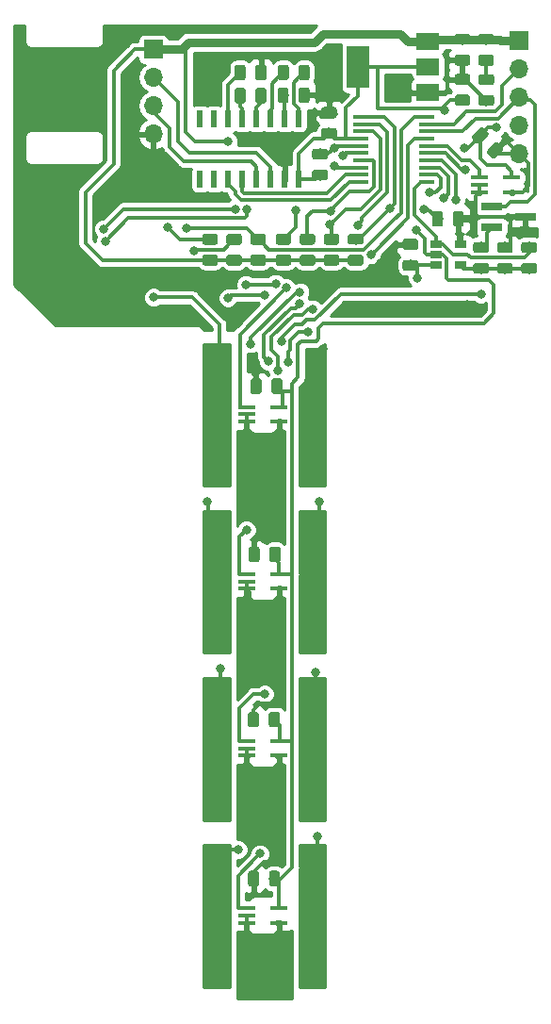
<source format=gtl>
G04 #@! TF.GenerationSoftware,KiCad,Pcbnew,(5.0.2)-1*
G04 #@! TF.CreationDate,2020-07-12T04:03:39+02:00*
G04 #@! TF.ProjectId,TempSpike,54656d70-5370-4696-9b65-2e6b69636164,rev?*
G04 #@! TF.SameCoordinates,Original*
G04 #@! TF.FileFunction,Copper,L1,Top*
G04 #@! TF.FilePolarity,Positive*
%FSLAX46Y46*%
G04 Gerber Fmt 4.6, Leading zero omitted, Abs format (unit mm)*
G04 Created by KiCad (PCBNEW (5.0.2)-1) date 2020/07/12 04:03:39*
%MOMM*%
%LPD*%
G01*
G04 APERTURE LIST*
G04 #@! TA.AperFunction,Conductor*
%ADD10C,0.100000*%
G04 #@! TD*
G04 #@! TA.AperFunction,SMDPad,CuDef*
%ADD11C,0.975000*%
G04 #@! TD*
G04 #@! TA.AperFunction,ComponentPad*
%ADD12R,1.700000X1.700000*%
G04 #@! TD*
G04 #@! TA.AperFunction,ComponentPad*
%ADD13O,1.700000X1.700000*%
G04 #@! TD*
G04 #@! TA.AperFunction,SMDPad,CuDef*
%ADD14R,2.000000X2.000000*%
G04 #@! TD*
G04 #@! TA.AperFunction,SMDPad,CuDef*
%ADD15R,1.900000X0.800000*%
G04 #@! TD*
G04 #@! TA.AperFunction,SMDPad,CuDef*
%ADD16R,0.600000X1.500000*%
G04 #@! TD*
G04 #@! TA.AperFunction,SMDPad,CuDef*
%ADD17R,1.060000X0.650000*%
G04 #@! TD*
G04 #@! TA.AperFunction,SMDPad,CuDef*
%ADD18R,2.000000X3.800000*%
G04 #@! TD*
G04 #@! TA.AperFunction,SMDPad,CuDef*
%ADD19R,2.000000X1.500000*%
G04 #@! TD*
G04 #@! TA.AperFunction,SMDPad,CuDef*
%ADD20R,1.450000X0.450000*%
G04 #@! TD*
G04 #@! TA.AperFunction,SMDPad,CuDef*
%ADD21R,1.500000X0.400000*%
G04 #@! TD*
G04 #@! TA.AperFunction,ViaPad*
%ADD22C,0.800000*%
G04 #@! TD*
G04 #@! TA.AperFunction,Conductor*
%ADD23C,0.350000*%
G04 #@! TD*
G04 #@! TA.AperFunction,Conductor*
%ADD24C,0.300000*%
G04 #@! TD*
G04 #@! TA.AperFunction,Conductor*
%ADD25C,0.800000*%
G04 #@! TD*
G04 #@! TA.AperFunction,Conductor*
%ADD26C,0.254000*%
G04 #@! TD*
G04 APERTURE END LIST*
D10*
G04 #@! TO.N,Net-(C1-Pad2)*
G04 #@! TO.C,C1*
G36*
X151082642Y-44121174D02*
X151106303Y-44124684D01*
X151129507Y-44130496D01*
X151152029Y-44138554D01*
X151173653Y-44148782D01*
X151194170Y-44161079D01*
X151213383Y-44175329D01*
X151231107Y-44191393D01*
X151247171Y-44209117D01*
X151261421Y-44228330D01*
X151273718Y-44248847D01*
X151283946Y-44270471D01*
X151292004Y-44292993D01*
X151297816Y-44316197D01*
X151301326Y-44339858D01*
X151302500Y-44363750D01*
X151302500Y-45276250D01*
X151301326Y-45300142D01*
X151297816Y-45323803D01*
X151292004Y-45347007D01*
X151283946Y-45369529D01*
X151273718Y-45391153D01*
X151261421Y-45411670D01*
X151247171Y-45430883D01*
X151231107Y-45448607D01*
X151213383Y-45464671D01*
X151194170Y-45478921D01*
X151173653Y-45491218D01*
X151152029Y-45501446D01*
X151129507Y-45509504D01*
X151106303Y-45515316D01*
X151082642Y-45518826D01*
X151058750Y-45520000D01*
X150571250Y-45520000D01*
X150547358Y-45518826D01*
X150523697Y-45515316D01*
X150500493Y-45509504D01*
X150477971Y-45501446D01*
X150456347Y-45491218D01*
X150435830Y-45478921D01*
X150416617Y-45464671D01*
X150398893Y-45448607D01*
X150382829Y-45430883D01*
X150368579Y-45411670D01*
X150356282Y-45391153D01*
X150346054Y-45369529D01*
X150337996Y-45347007D01*
X150332184Y-45323803D01*
X150328674Y-45300142D01*
X150327500Y-45276250D01*
X150327500Y-44363750D01*
X150328674Y-44339858D01*
X150332184Y-44316197D01*
X150337996Y-44292993D01*
X150346054Y-44270471D01*
X150356282Y-44248847D01*
X150368579Y-44228330D01*
X150382829Y-44209117D01*
X150398893Y-44191393D01*
X150416617Y-44175329D01*
X150435830Y-44161079D01*
X150456347Y-44148782D01*
X150477971Y-44138554D01*
X150500493Y-44130496D01*
X150523697Y-44124684D01*
X150547358Y-44121174D01*
X150571250Y-44120000D01*
X151058750Y-44120000D01*
X151082642Y-44121174D01*
X151082642Y-44121174D01*
G37*
D11*
G04 #@! TD*
G04 #@! TO.P,C1,2*
G04 #@! TO.N,Net-(C1-Pad2)*
X150815000Y-44820000D03*
D10*
G04 #@! TO.N,Net-(C1-Pad1)*
G04 #@! TO.C,C1*
G36*
X152957642Y-44121174D02*
X152981303Y-44124684D01*
X153004507Y-44130496D01*
X153027029Y-44138554D01*
X153048653Y-44148782D01*
X153069170Y-44161079D01*
X153088383Y-44175329D01*
X153106107Y-44191393D01*
X153122171Y-44209117D01*
X153136421Y-44228330D01*
X153148718Y-44248847D01*
X153158946Y-44270471D01*
X153167004Y-44292993D01*
X153172816Y-44316197D01*
X153176326Y-44339858D01*
X153177500Y-44363750D01*
X153177500Y-45276250D01*
X153176326Y-45300142D01*
X153172816Y-45323803D01*
X153167004Y-45347007D01*
X153158946Y-45369529D01*
X153148718Y-45391153D01*
X153136421Y-45411670D01*
X153122171Y-45430883D01*
X153106107Y-45448607D01*
X153088383Y-45464671D01*
X153069170Y-45478921D01*
X153048653Y-45491218D01*
X153027029Y-45501446D01*
X153004507Y-45509504D01*
X152981303Y-45515316D01*
X152957642Y-45518826D01*
X152933750Y-45520000D01*
X152446250Y-45520000D01*
X152422358Y-45518826D01*
X152398697Y-45515316D01*
X152375493Y-45509504D01*
X152352971Y-45501446D01*
X152331347Y-45491218D01*
X152310830Y-45478921D01*
X152291617Y-45464671D01*
X152273893Y-45448607D01*
X152257829Y-45430883D01*
X152243579Y-45411670D01*
X152231282Y-45391153D01*
X152221054Y-45369529D01*
X152212996Y-45347007D01*
X152207184Y-45323803D01*
X152203674Y-45300142D01*
X152202500Y-45276250D01*
X152202500Y-44363750D01*
X152203674Y-44339858D01*
X152207184Y-44316197D01*
X152212996Y-44292993D01*
X152221054Y-44270471D01*
X152231282Y-44248847D01*
X152243579Y-44228330D01*
X152257829Y-44209117D01*
X152273893Y-44191393D01*
X152291617Y-44175329D01*
X152310830Y-44161079D01*
X152331347Y-44148782D01*
X152352971Y-44138554D01*
X152375493Y-44130496D01*
X152398697Y-44124684D01*
X152422358Y-44121174D01*
X152446250Y-44120000D01*
X152933750Y-44120000D01*
X152957642Y-44121174D01*
X152957642Y-44121174D01*
G37*
D11*
G04 #@! TD*
G04 #@! TO.P,C1,1*
G04 #@! TO.N,Net-(C1-Pad1)*
X152690000Y-44820000D03*
D10*
G04 #@! TO.N,GND*
G04 #@! TO.C,C2*
G36*
X156832642Y-44091174D02*
X156856303Y-44094684D01*
X156879507Y-44100496D01*
X156902029Y-44108554D01*
X156923653Y-44118782D01*
X156944170Y-44131079D01*
X156963383Y-44145329D01*
X156981107Y-44161393D01*
X156997171Y-44179117D01*
X157011421Y-44198330D01*
X157023718Y-44218847D01*
X157033946Y-44240471D01*
X157042004Y-44262993D01*
X157047816Y-44286197D01*
X157051326Y-44309858D01*
X157052500Y-44333750D01*
X157052500Y-45246250D01*
X157051326Y-45270142D01*
X157047816Y-45293803D01*
X157042004Y-45317007D01*
X157033946Y-45339529D01*
X157023718Y-45361153D01*
X157011421Y-45381670D01*
X156997171Y-45400883D01*
X156981107Y-45418607D01*
X156963383Y-45434671D01*
X156944170Y-45448921D01*
X156923653Y-45461218D01*
X156902029Y-45471446D01*
X156879507Y-45479504D01*
X156856303Y-45485316D01*
X156832642Y-45488826D01*
X156808750Y-45490000D01*
X156321250Y-45490000D01*
X156297358Y-45488826D01*
X156273697Y-45485316D01*
X156250493Y-45479504D01*
X156227971Y-45471446D01*
X156206347Y-45461218D01*
X156185830Y-45448921D01*
X156166617Y-45434671D01*
X156148893Y-45418607D01*
X156132829Y-45400883D01*
X156118579Y-45381670D01*
X156106282Y-45361153D01*
X156096054Y-45339529D01*
X156087996Y-45317007D01*
X156082184Y-45293803D01*
X156078674Y-45270142D01*
X156077500Y-45246250D01*
X156077500Y-44333750D01*
X156078674Y-44309858D01*
X156082184Y-44286197D01*
X156087996Y-44262993D01*
X156096054Y-44240471D01*
X156106282Y-44218847D01*
X156118579Y-44198330D01*
X156132829Y-44179117D01*
X156148893Y-44161393D01*
X156166617Y-44145329D01*
X156185830Y-44131079D01*
X156206347Y-44118782D01*
X156227971Y-44108554D01*
X156250493Y-44100496D01*
X156273697Y-44094684D01*
X156297358Y-44091174D01*
X156321250Y-44090000D01*
X156808750Y-44090000D01*
X156832642Y-44091174D01*
X156832642Y-44091174D01*
G37*
D11*
G04 #@! TD*
G04 #@! TO.P,C2,2*
G04 #@! TO.N,GND*
X156565000Y-44790000D03*
D10*
G04 #@! TO.N,Net-(C2-Pad1)*
G04 #@! TO.C,C2*
G36*
X154957642Y-44091174D02*
X154981303Y-44094684D01*
X155004507Y-44100496D01*
X155027029Y-44108554D01*
X155048653Y-44118782D01*
X155069170Y-44131079D01*
X155088383Y-44145329D01*
X155106107Y-44161393D01*
X155122171Y-44179117D01*
X155136421Y-44198330D01*
X155148718Y-44218847D01*
X155158946Y-44240471D01*
X155167004Y-44262993D01*
X155172816Y-44286197D01*
X155176326Y-44309858D01*
X155177500Y-44333750D01*
X155177500Y-45246250D01*
X155176326Y-45270142D01*
X155172816Y-45293803D01*
X155167004Y-45317007D01*
X155158946Y-45339529D01*
X155148718Y-45361153D01*
X155136421Y-45381670D01*
X155122171Y-45400883D01*
X155106107Y-45418607D01*
X155088383Y-45434671D01*
X155069170Y-45448921D01*
X155048653Y-45461218D01*
X155027029Y-45471446D01*
X155004507Y-45479504D01*
X154981303Y-45485316D01*
X154957642Y-45488826D01*
X154933750Y-45490000D01*
X154446250Y-45490000D01*
X154422358Y-45488826D01*
X154398697Y-45485316D01*
X154375493Y-45479504D01*
X154352971Y-45471446D01*
X154331347Y-45461218D01*
X154310830Y-45448921D01*
X154291617Y-45434671D01*
X154273893Y-45418607D01*
X154257829Y-45400883D01*
X154243579Y-45381670D01*
X154231282Y-45361153D01*
X154221054Y-45339529D01*
X154212996Y-45317007D01*
X154207184Y-45293803D01*
X154203674Y-45270142D01*
X154202500Y-45246250D01*
X154202500Y-44333750D01*
X154203674Y-44309858D01*
X154207184Y-44286197D01*
X154212996Y-44262993D01*
X154221054Y-44240471D01*
X154231282Y-44218847D01*
X154243579Y-44198330D01*
X154257829Y-44179117D01*
X154273893Y-44161393D01*
X154291617Y-44145329D01*
X154310830Y-44131079D01*
X154331347Y-44118782D01*
X154352971Y-44108554D01*
X154375493Y-44100496D01*
X154398697Y-44094684D01*
X154422358Y-44091174D01*
X154446250Y-44090000D01*
X154933750Y-44090000D01*
X154957642Y-44091174D01*
X154957642Y-44091174D01*
G37*
D11*
G04 #@! TD*
G04 #@! TO.P,C2,1*
G04 #@! TO.N,Net-(C2-Pad1)*
X154690000Y-44790000D03*
D10*
G04 #@! TO.N,Net-(C3-Pad1)*
G04 #@! TO.C,C3*
G36*
X151077642Y-42051174D02*
X151101303Y-42054684D01*
X151124507Y-42060496D01*
X151147029Y-42068554D01*
X151168653Y-42078782D01*
X151189170Y-42091079D01*
X151208383Y-42105329D01*
X151226107Y-42121393D01*
X151242171Y-42139117D01*
X151256421Y-42158330D01*
X151268718Y-42178847D01*
X151278946Y-42200471D01*
X151287004Y-42222993D01*
X151292816Y-42246197D01*
X151296326Y-42269858D01*
X151297500Y-42293750D01*
X151297500Y-43206250D01*
X151296326Y-43230142D01*
X151292816Y-43253803D01*
X151287004Y-43277007D01*
X151278946Y-43299529D01*
X151268718Y-43321153D01*
X151256421Y-43341670D01*
X151242171Y-43360883D01*
X151226107Y-43378607D01*
X151208383Y-43394671D01*
X151189170Y-43408921D01*
X151168653Y-43421218D01*
X151147029Y-43431446D01*
X151124507Y-43439504D01*
X151101303Y-43445316D01*
X151077642Y-43448826D01*
X151053750Y-43450000D01*
X150566250Y-43450000D01*
X150542358Y-43448826D01*
X150518697Y-43445316D01*
X150495493Y-43439504D01*
X150472971Y-43431446D01*
X150451347Y-43421218D01*
X150430830Y-43408921D01*
X150411617Y-43394671D01*
X150393893Y-43378607D01*
X150377829Y-43360883D01*
X150363579Y-43341670D01*
X150351282Y-43321153D01*
X150341054Y-43299529D01*
X150332996Y-43277007D01*
X150327184Y-43253803D01*
X150323674Y-43230142D01*
X150322500Y-43206250D01*
X150322500Y-42293750D01*
X150323674Y-42269858D01*
X150327184Y-42246197D01*
X150332996Y-42222993D01*
X150341054Y-42200471D01*
X150351282Y-42178847D01*
X150363579Y-42158330D01*
X150377829Y-42139117D01*
X150393893Y-42121393D01*
X150411617Y-42105329D01*
X150430830Y-42091079D01*
X150451347Y-42078782D01*
X150472971Y-42068554D01*
X150495493Y-42060496D01*
X150518697Y-42054684D01*
X150542358Y-42051174D01*
X150566250Y-42050000D01*
X151053750Y-42050000D01*
X151077642Y-42051174D01*
X151077642Y-42051174D01*
G37*
D11*
G04 #@! TD*
G04 #@! TO.P,C3,1*
G04 #@! TO.N,Net-(C3-Pad1)*
X150810000Y-42750000D03*
D10*
G04 #@! TO.N,GND*
G04 #@! TO.C,C3*
G36*
X152952642Y-42051174D02*
X152976303Y-42054684D01*
X152999507Y-42060496D01*
X153022029Y-42068554D01*
X153043653Y-42078782D01*
X153064170Y-42091079D01*
X153083383Y-42105329D01*
X153101107Y-42121393D01*
X153117171Y-42139117D01*
X153131421Y-42158330D01*
X153143718Y-42178847D01*
X153153946Y-42200471D01*
X153162004Y-42222993D01*
X153167816Y-42246197D01*
X153171326Y-42269858D01*
X153172500Y-42293750D01*
X153172500Y-43206250D01*
X153171326Y-43230142D01*
X153167816Y-43253803D01*
X153162004Y-43277007D01*
X153153946Y-43299529D01*
X153143718Y-43321153D01*
X153131421Y-43341670D01*
X153117171Y-43360883D01*
X153101107Y-43378607D01*
X153083383Y-43394671D01*
X153064170Y-43408921D01*
X153043653Y-43421218D01*
X153022029Y-43431446D01*
X152999507Y-43439504D01*
X152976303Y-43445316D01*
X152952642Y-43448826D01*
X152928750Y-43450000D01*
X152441250Y-43450000D01*
X152417358Y-43448826D01*
X152393697Y-43445316D01*
X152370493Y-43439504D01*
X152347971Y-43431446D01*
X152326347Y-43421218D01*
X152305830Y-43408921D01*
X152286617Y-43394671D01*
X152268893Y-43378607D01*
X152252829Y-43360883D01*
X152238579Y-43341670D01*
X152226282Y-43321153D01*
X152216054Y-43299529D01*
X152207996Y-43277007D01*
X152202184Y-43253803D01*
X152198674Y-43230142D01*
X152197500Y-43206250D01*
X152197500Y-42293750D01*
X152198674Y-42269858D01*
X152202184Y-42246197D01*
X152207996Y-42222993D01*
X152216054Y-42200471D01*
X152226282Y-42178847D01*
X152238579Y-42158330D01*
X152252829Y-42139117D01*
X152268893Y-42121393D01*
X152286617Y-42105329D01*
X152305830Y-42091079D01*
X152326347Y-42078782D01*
X152347971Y-42068554D01*
X152370493Y-42060496D01*
X152393697Y-42054684D01*
X152417358Y-42051174D01*
X152441250Y-42050000D01*
X152928750Y-42050000D01*
X152952642Y-42051174D01*
X152952642Y-42051174D01*
G37*
D11*
G04 #@! TD*
G04 #@! TO.P,C3,2*
G04 #@! TO.N,GND*
X152685000Y-42750000D03*
D10*
G04 #@! TO.N,GND*
G04 #@! TO.C,C4*
G36*
X158468142Y-49597674D02*
X158491803Y-49601184D01*
X158515007Y-49606996D01*
X158537529Y-49615054D01*
X158559153Y-49625282D01*
X158579670Y-49637579D01*
X158598883Y-49651829D01*
X158616607Y-49667893D01*
X158632671Y-49685617D01*
X158646921Y-49704830D01*
X158659218Y-49725347D01*
X158669446Y-49746971D01*
X158677504Y-49769493D01*
X158683316Y-49792697D01*
X158686826Y-49816358D01*
X158688000Y-49840250D01*
X158688000Y-50327750D01*
X158686826Y-50351642D01*
X158683316Y-50375303D01*
X158677504Y-50398507D01*
X158669446Y-50421029D01*
X158659218Y-50442653D01*
X158646921Y-50463170D01*
X158632671Y-50482383D01*
X158616607Y-50500107D01*
X158598883Y-50516171D01*
X158579670Y-50530421D01*
X158559153Y-50542718D01*
X158537529Y-50552946D01*
X158515007Y-50561004D01*
X158491803Y-50566816D01*
X158468142Y-50570326D01*
X158444250Y-50571500D01*
X157531750Y-50571500D01*
X157507858Y-50570326D01*
X157484197Y-50566816D01*
X157460993Y-50561004D01*
X157438471Y-50552946D01*
X157416847Y-50542718D01*
X157396330Y-50530421D01*
X157377117Y-50516171D01*
X157359393Y-50500107D01*
X157343329Y-50482383D01*
X157329079Y-50463170D01*
X157316782Y-50442653D01*
X157306554Y-50421029D01*
X157298496Y-50398507D01*
X157292684Y-50375303D01*
X157289174Y-50351642D01*
X157288000Y-50327750D01*
X157288000Y-49840250D01*
X157289174Y-49816358D01*
X157292684Y-49792697D01*
X157298496Y-49769493D01*
X157306554Y-49746971D01*
X157316782Y-49725347D01*
X157329079Y-49704830D01*
X157343329Y-49685617D01*
X157359393Y-49667893D01*
X157377117Y-49651829D01*
X157396330Y-49637579D01*
X157416847Y-49625282D01*
X157438471Y-49615054D01*
X157460993Y-49606996D01*
X157484197Y-49601184D01*
X157507858Y-49597674D01*
X157531750Y-49596500D01*
X158444250Y-49596500D01*
X158468142Y-49597674D01*
X158468142Y-49597674D01*
G37*
D11*
G04 #@! TD*
G04 #@! TO.P,C4,2*
G04 #@! TO.N,GND*
X157988000Y-50084000D03*
D10*
G04 #@! TO.N,+3V3*
G04 #@! TO.C,C4*
G36*
X158468142Y-51472674D02*
X158491803Y-51476184D01*
X158515007Y-51481996D01*
X158537529Y-51490054D01*
X158559153Y-51500282D01*
X158579670Y-51512579D01*
X158598883Y-51526829D01*
X158616607Y-51542893D01*
X158632671Y-51560617D01*
X158646921Y-51579830D01*
X158659218Y-51600347D01*
X158669446Y-51621971D01*
X158677504Y-51644493D01*
X158683316Y-51667697D01*
X158686826Y-51691358D01*
X158688000Y-51715250D01*
X158688000Y-52202750D01*
X158686826Y-52226642D01*
X158683316Y-52250303D01*
X158677504Y-52273507D01*
X158669446Y-52296029D01*
X158659218Y-52317653D01*
X158646921Y-52338170D01*
X158632671Y-52357383D01*
X158616607Y-52375107D01*
X158598883Y-52391171D01*
X158579670Y-52405421D01*
X158559153Y-52417718D01*
X158537529Y-52427946D01*
X158515007Y-52436004D01*
X158491803Y-52441816D01*
X158468142Y-52445326D01*
X158444250Y-52446500D01*
X157531750Y-52446500D01*
X157507858Y-52445326D01*
X157484197Y-52441816D01*
X157460993Y-52436004D01*
X157438471Y-52427946D01*
X157416847Y-52417718D01*
X157396330Y-52405421D01*
X157377117Y-52391171D01*
X157359393Y-52375107D01*
X157343329Y-52357383D01*
X157329079Y-52338170D01*
X157316782Y-52317653D01*
X157306554Y-52296029D01*
X157298496Y-52273507D01*
X157292684Y-52250303D01*
X157289174Y-52226642D01*
X157288000Y-52202750D01*
X157288000Y-51715250D01*
X157289174Y-51691358D01*
X157292684Y-51667697D01*
X157298496Y-51644493D01*
X157306554Y-51621971D01*
X157316782Y-51600347D01*
X157329079Y-51579830D01*
X157343329Y-51560617D01*
X157359393Y-51542893D01*
X157377117Y-51526829D01*
X157396330Y-51512579D01*
X157416847Y-51500282D01*
X157438471Y-51490054D01*
X157460993Y-51481996D01*
X157484197Y-51476184D01*
X157507858Y-51472674D01*
X157531750Y-51471500D01*
X158444250Y-51471500D01*
X158468142Y-51472674D01*
X158468142Y-51472674D01*
G37*
D11*
G04 #@! TD*
G04 #@! TO.P,C4,1*
G04 #@! TO.N,+3V3*
X157988000Y-51959000D03*
D10*
G04 #@! TO.N,+3V3*
G04 #@! TO.C,C5*
G36*
X168826642Y-55197174D02*
X168850303Y-55200684D01*
X168873507Y-55206496D01*
X168896029Y-55214554D01*
X168917653Y-55224782D01*
X168938170Y-55237079D01*
X168957383Y-55251329D01*
X168975107Y-55267393D01*
X168991171Y-55285117D01*
X169005421Y-55304330D01*
X169017718Y-55324847D01*
X169027946Y-55346471D01*
X169036004Y-55368993D01*
X169041816Y-55392197D01*
X169045326Y-55415858D01*
X169046500Y-55439750D01*
X169046500Y-56352250D01*
X169045326Y-56376142D01*
X169041816Y-56399803D01*
X169036004Y-56423007D01*
X169027946Y-56445529D01*
X169017718Y-56467153D01*
X169005421Y-56487670D01*
X168991171Y-56506883D01*
X168975107Y-56524607D01*
X168957383Y-56540671D01*
X168938170Y-56554921D01*
X168917653Y-56567218D01*
X168896029Y-56577446D01*
X168873507Y-56585504D01*
X168850303Y-56591316D01*
X168826642Y-56594826D01*
X168802750Y-56596000D01*
X168315250Y-56596000D01*
X168291358Y-56594826D01*
X168267697Y-56591316D01*
X168244493Y-56585504D01*
X168221971Y-56577446D01*
X168200347Y-56567218D01*
X168179830Y-56554921D01*
X168160617Y-56540671D01*
X168142893Y-56524607D01*
X168126829Y-56506883D01*
X168112579Y-56487670D01*
X168100282Y-56467153D01*
X168090054Y-56445529D01*
X168081996Y-56423007D01*
X168076184Y-56399803D01*
X168072674Y-56376142D01*
X168071500Y-56352250D01*
X168071500Y-55439750D01*
X168072674Y-55415858D01*
X168076184Y-55392197D01*
X168081996Y-55368993D01*
X168090054Y-55346471D01*
X168100282Y-55324847D01*
X168112579Y-55304330D01*
X168126829Y-55285117D01*
X168142893Y-55267393D01*
X168160617Y-55251329D01*
X168179830Y-55237079D01*
X168200347Y-55224782D01*
X168221971Y-55214554D01*
X168244493Y-55206496D01*
X168267697Y-55200684D01*
X168291358Y-55197174D01*
X168315250Y-55196000D01*
X168802750Y-55196000D01*
X168826642Y-55197174D01*
X168826642Y-55197174D01*
G37*
D11*
G04 #@! TD*
G04 #@! TO.P,C5,1*
G04 #@! TO.N,+3V3*
X168559000Y-55896000D03*
D10*
G04 #@! TO.N,GND*
G04 #@! TO.C,C5*
G36*
X170701642Y-55197174D02*
X170725303Y-55200684D01*
X170748507Y-55206496D01*
X170771029Y-55214554D01*
X170792653Y-55224782D01*
X170813170Y-55237079D01*
X170832383Y-55251329D01*
X170850107Y-55267393D01*
X170866171Y-55285117D01*
X170880421Y-55304330D01*
X170892718Y-55324847D01*
X170902946Y-55346471D01*
X170911004Y-55368993D01*
X170916816Y-55392197D01*
X170920326Y-55415858D01*
X170921500Y-55439750D01*
X170921500Y-56352250D01*
X170920326Y-56376142D01*
X170916816Y-56399803D01*
X170911004Y-56423007D01*
X170902946Y-56445529D01*
X170892718Y-56467153D01*
X170880421Y-56487670D01*
X170866171Y-56506883D01*
X170850107Y-56524607D01*
X170832383Y-56540671D01*
X170813170Y-56554921D01*
X170792653Y-56567218D01*
X170771029Y-56577446D01*
X170748507Y-56585504D01*
X170725303Y-56591316D01*
X170701642Y-56594826D01*
X170677750Y-56596000D01*
X170190250Y-56596000D01*
X170166358Y-56594826D01*
X170142697Y-56591316D01*
X170119493Y-56585504D01*
X170096971Y-56577446D01*
X170075347Y-56567218D01*
X170054830Y-56554921D01*
X170035617Y-56540671D01*
X170017893Y-56524607D01*
X170001829Y-56506883D01*
X169987579Y-56487670D01*
X169975282Y-56467153D01*
X169965054Y-56445529D01*
X169956996Y-56423007D01*
X169951184Y-56399803D01*
X169947674Y-56376142D01*
X169946500Y-56352250D01*
X169946500Y-55439750D01*
X169947674Y-55415858D01*
X169951184Y-55392197D01*
X169956996Y-55368993D01*
X169965054Y-55346471D01*
X169975282Y-55324847D01*
X169987579Y-55304330D01*
X170001829Y-55285117D01*
X170017893Y-55267393D01*
X170035617Y-55251329D01*
X170054830Y-55237079D01*
X170075347Y-55224782D01*
X170096971Y-55214554D01*
X170119493Y-55206496D01*
X170142697Y-55200684D01*
X170166358Y-55197174D01*
X170190250Y-55196000D01*
X170677750Y-55196000D01*
X170701642Y-55197174D01*
X170701642Y-55197174D01*
G37*
D11*
G04 #@! TD*
G04 #@! TO.P,C5,2*
G04 #@! TO.N,GND*
X170434000Y-55896000D03*
D10*
G04 #@! TO.N,Net-(C6-Pad1)*
G04 #@! TO.C,C6*
G36*
X156837642Y-42051174D02*
X156861303Y-42054684D01*
X156884507Y-42060496D01*
X156907029Y-42068554D01*
X156928653Y-42078782D01*
X156949170Y-42091079D01*
X156968383Y-42105329D01*
X156986107Y-42121393D01*
X157002171Y-42139117D01*
X157016421Y-42158330D01*
X157028718Y-42178847D01*
X157038946Y-42200471D01*
X157047004Y-42222993D01*
X157052816Y-42246197D01*
X157056326Y-42269858D01*
X157057500Y-42293750D01*
X157057500Y-43206250D01*
X157056326Y-43230142D01*
X157052816Y-43253803D01*
X157047004Y-43277007D01*
X157038946Y-43299529D01*
X157028718Y-43321153D01*
X157016421Y-43341670D01*
X157002171Y-43360883D01*
X156986107Y-43378607D01*
X156968383Y-43394671D01*
X156949170Y-43408921D01*
X156928653Y-43421218D01*
X156907029Y-43431446D01*
X156884507Y-43439504D01*
X156861303Y-43445316D01*
X156837642Y-43448826D01*
X156813750Y-43450000D01*
X156326250Y-43450000D01*
X156302358Y-43448826D01*
X156278697Y-43445316D01*
X156255493Y-43439504D01*
X156232971Y-43431446D01*
X156211347Y-43421218D01*
X156190830Y-43408921D01*
X156171617Y-43394671D01*
X156153893Y-43378607D01*
X156137829Y-43360883D01*
X156123579Y-43341670D01*
X156111282Y-43321153D01*
X156101054Y-43299529D01*
X156092996Y-43277007D01*
X156087184Y-43253803D01*
X156083674Y-43230142D01*
X156082500Y-43206250D01*
X156082500Y-42293750D01*
X156083674Y-42269858D01*
X156087184Y-42246197D01*
X156092996Y-42222993D01*
X156101054Y-42200471D01*
X156111282Y-42178847D01*
X156123579Y-42158330D01*
X156137829Y-42139117D01*
X156153893Y-42121393D01*
X156171617Y-42105329D01*
X156190830Y-42091079D01*
X156211347Y-42078782D01*
X156232971Y-42068554D01*
X156255493Y-42060496D01*
X156278697Y-42054684D01*
X156302358Y-42051174D01*
X156326250Y-42050000D01*
X156813750Y-42050000D01*
X156837642Y-42051174D01*
X156837642Y-42051174D01*
G37*
D11*
G04 #@! TD*
G04 #@! TO.P,C6,1*
G04 #@! TO.N,Net-(C6-Pad1)*
X156570000Y-42750000D03*
D10*
G04 #@! TO.N,Net-(C6-Pad2)*
G04 #@! TO.C,C6*
G36*
X154962642Y-42051174D02*
X154986303Y-42054684D01*
X155009507Y-42060496D01*
X155032029Y-42068554D01*
X155053653Y-42078782D01*
X155074170Y-42091079D01*
X155093383Y-42105329D01*
X155111107Y-42121393D01*
X155127171Y-42139117D01*
X155141421Y-42158330D01*
X155153718Y-42178847D01*
X155163946Y-42200471D01*
X155172004Y-42222993D01*
X155177816Y-42246197D01*
X155181326Y-42269858D01*
X155182500Y-42293750D01*
X155182500Y-43206250D01*
X155181326Y-43230142D01*
X155177816Y-43253803D01*
X155172004Y-43277007D01*
X155163946Y-43299529D01*
X155153718Y-43321153D01*
X155141421Y-43341670D01*
X155127171Y-43360883D01*
X155111107Y-43378607D01*
X155093383Y-43394671D01*
X155074170Y-43408921D01*
X155053653Y-43421218D01*
X155032029Y-43431446D01*
X155009507Y-43439504D01*
X154986303Y-43445316D01*
X154962642Y-43448826D01*
X154938750Y-43450000D01*
X154451250Y-43450000D01*
X154427358Y-43448826D01*
X154403697Y-43445316D01*
X154380493Y-43439504D01*
X154357971Y-43431446D01*
X154336347Y-43421218D01*
X154315830Y-43408921D01*
X154296617Y-43394671D01*
X154278893Y-43378607D01*
X154262829Y-43360883D01*
X154248579Y-43341670D01*
X154236282Y-43321153D01*
X154226054Y-43299529D01*
X154217996Y-43277007D01*
X154212184Y-43253803D01*
X154208674Y-43230142D01*
X154207500Y-43206250D01*
X154207500Y-42293750D01*
X154208674Y-42269858D01*
X154212184Y-42246197D01*
X154217996Y-42222993D01*
X154226054Y-42200471D01*
X154236282Y-42178847D01*
X154248579Y-42158330D01*
X154262829Y-42139117D01*
X154278893Y-42121393D01*
X154296617Y-42105329D01*
X154315830Y-42091079D01*
X154336347Y-42078782D01*
X154357971Y-42068554D01*
X154380493Y-42060496D01*
X154403697Y-42054684D01*
X154427358Y-42051174D01*
X154451250Y-42050000D01*
X154938750Y-42050000D01*
X154962642Y-42051174D01*
X154962642Y-42051174D01*
G37*
D11*
G04 #@! TD*
G04 #@! TO.P,C6,2*
G04 #@! TO.N,Net-(C6-Pad2)*
X154695000Y-42750000D03*
D10*
G04 #@! TO.N,GND*
G04 #@! TO.C,C7*
G36*
X159293642Y-45851174D02*
X159317303Y-45854684D01*
X159340507Y-45860496D01*
X159363029Y-45868554D01*
X159384653Y-45878782D01*
X159405170Y-45891079D01*
X159424383Y-45905329D01*
X159442107Y-45921393D01*
X159458171Y-45939117D01*
X159472421Y-45958330D01*
X159484718Y-45978847D01*
X159494946Y-46000471D01*
X159503004Y-46022993D01*
X159508816Y-46046197D01*
X159512326Y-46069858D01*
X159513500Y-46093750D01*
X159513500Y-46581250D01*
X159512326Y-46605142D01*
X159508816Y-46628803D01*
X159503004Y-46652007D01*
X159494946Y-46674529D01*
X159484718Y-46696153D01*
X159472421Y-46716670D01*
X159458171Y-46735883D01*
X159442107Y-46753607D01*
X159424383Y-46769671D01*
X159405170Y-46783921D01*
X159384653Y-46796218D01*
X159363029Y-46806446D01*
X159340507Y-46814504D01*
X159317303Y-46820316D01*
X159293642Y-46823826D01*
X159269750Y-46825000D01*
X158357250Y-46825000D01*
X158333358Y-46823826D01*
X158309697Y-46820316D01*
X158286493Y-46814504D01*
X158263971Y-46806446D01*
X158242347Y-46796218D01*
X158221830Y-46783921D01*
X158202617Y-46769671D01*
X158184893Y-46753607D01*
X158168829Y-46735883D01*
X158154579Y-46716670D01*
X158142282Y-46696153D01*
X158132054Y-46674529D01*
X158123996Y-46652007D01*
X158118184Y-46628803D01*
X158114674Y-46605142D01*
X158113500Y-46581250D01*
X158113500Y-46093750D01*
X158114674Y-46069858D01*
X158118184Y-46046197D01*
X158123996Y-46022993D01*
X158132054Y-46000471D01*
X158142282Y-45978847D01*
X158154579Y-45958330D01*
X158168829Y-45939117D01*
X158184893Y-45921393D01*
X158202617Y-45905329D01*
X158221830Y-45891079D01*
X158242347Y-45878782D01*
X158263971Y-45868554D01*
X158286493Y-45860496D01*
X158309697Y-45854684D01*
X158333358Y-45851174D01*
X158357250Y-45850000D01*
X159269750Y-45850000D01*
X159293642Y-45851174D01*
X159293642Y-45851174D01*
G37*
D11*
G04 #@! TD*
G04 #@! TO.P,C7,2*
G04 #@! TO.N,GND*
X158813500Y-46337500D03*
D10*
G04 #@! TO.N,+3V3*
G04 #@! TO.C,C7*
G36*
X159293642Y-47726174D02*
X159317303Y-47729684D01*
X159340507Y-47735496D01*
X159363029Y-47743554D01*
X159384653Y-47753782D01*
X159405170Y-47766079D01*
X159424383Y-47780329D01*
X159442107Y-47796393D01*
X159458171Y-47814117D01*
X159472421Y-47833330D01*
X159484718Y-47853847D01*
X159494946Y-47875471D01*
X159503004Y-47897993D01*
X159508816Y-47921197D01*
X159512326Y-47944858D01*
X159513500Y-47968750D01*
X159513500Y-48456250D01*
X159512326Y-48480142D01*
X159508816Y-48503803D01*
X159503004Y-48527007D01*
X159494946Y-48549529D01*
X159484718Y-48571153D01*
X159472421Y-48591670D01*
X159458171Y-48610883D01*
X159442107Y-48628607D01*
X159424383Y-48644671D01*
X159405170Y-48658921D01*
X159384653Y-48671218D01*
X159363029Y-48681446D01*
X159340507Y-48689504D01*
X159317303Y-48695316D01*
X159293642Y-48698826D01*
X159269750Y-48700000D01*
X158357250Y-48700000D01*
X158333358Y-48698826D01*
X158309697Y-48695316D01*
X158286493Y-48689504D01*
X158263971Y-48681446D01*
X158242347Y-48671218D01*
X158221830Y-48658921D01*
X158202617Y-48644671D01*
X158184893Y-48628607D01*
X158168829Y-48610883D01*
X158154579Y-48591670D01*
X158142282Y-48571153D01*
X158132054Y-48549529D01*
X158123996Y-48527007D01*
X158118184Y-48503803D01*
X158114674Y-48480142D01*
X158113500Y-48456250D01*
X158113500Y-47968750D01*
X158114674Y-47944858D01*
X158118184Y-47921197D01*
X158123996Y-47897993D01*
X158132054Y-47875471D01*
X158142282Y-47853847D01*
X158154579Y-47833330D01*
X158168829Y-47814117D01*
X158184893Y-47796393D01*
X158202617Y-47780329D01*
X158221830Y-47766079D01*
X158242347Y-47753782D01*
X158263971Y-47743554D01*
X158286493Y-47735496D01*
X158309697Y-47729684D01*
X158333358Y-47726174D01*
X158357250Y-47725000D01*
X159269750Y-47725000D01*
X159293642Y-47726174D01*
X159293642Y-47726174D01*
G37*
D11*
G04 #@! TD*
G04 #@! TO.P,C7,1*
G04 #@! TO.N,+3V3*
X158813500Y-48212500D03*
D10*
G04 #@! TO.N,GND*
G04 #@! TO.C,C8*
G36*
X171280142Y-41155674D02*
X171303803Y-41159184D01*
X171327007Y-41164996D01*
X171349529Y-41173054D01*
X171371153Y-41183282D01*
X171391670Y-41195579D01*
X171410883Y-41209829D01*
X171428607Y-41225893D01*
X171444671Y-41243617D01*
X171458921Y-41262830D01*
X171471218Y-41283347D01*
X171481446Y-41304971D01*
X171489504Y-41327493D01*
X171495316Y-41350697D01*
X171498826Y-41374358D01*
X171500000Y-41398250D01*
X171500000Y-41885750D01*
X171498826Y-41909642D01*
X171495316Y-41933303D01*
X171489504Y-41956507D01*
X171481446Y-41979029D01*
X171471218Y-42000653D01*
X171458921Y-42021170D01*
X171444671Y-42040383D01*
X171428607Y-42058107D01*
X171410883Y-42074171D01*
X171391670Y-42088421D01*
X171371153Y-42100718D01*
X171349529Y-42110946D01*
X171327007Y-42119004D01*
X171303803Y-42124816D01*
X171280142Y-42128326D01*
X171256250Y-42129500D01*
X170343750Y-42129500D01*
X170319858Y-42128326D01*
X170296197Y-42124816D01*
X170272993Y-42119004D01*
X170250471Y-42110946D01*
X170228847Y-42100718D01*
X170208330Y-42088421D01*
X170189117Y-42074171D01*
X170171393Y-42058107D01*
X170155329Y-42040383D01*
X170141079Y-42021170D01*
X170128782Y-42000653D01*
X170118554Y-41979029D01*
X170110496Y-41956507D01*
X170104684Y-41933303D01*
X170101174Y-41909642D01*
X170100000Y-41885750D01*
X170100000Y-41398250D01*
X170101174Y-41374358D01*
X170104684Y-41350697D01*
X170110496Y-41327493D01*
X170118554Y-41304971D01*
X170128782Y-41283347D01*
X170141079Y-41262830D01*
X170155329Y-41243617D01*
X170171393Y-41225893D01*
X170189117Y-41209829D01*
X170208330Y-41195579D01*
X170228847Y-41183282D01*
X170250471Y-41173054D01*
X170272993Y-41164996D01*
X170296197Y-41159184D01*
X170319858Y-41155674D01*
X170343750Y-41154500D01*
X171256250Y-41154500D01*
X171280142Y-41155674D01*
X171280142Y-41155674D01*
G37*
D11*
G04 #@! TD*
G04 #@! TO.P,C8,2*
G04 #@! TO.N,GND*
X170800000Y-41642000D03*
D10*
G04 #@! TO.N,+5V*
G04 #@! TO.C,C8*
G36*
X171280142Y-39280674D02*
X171303803Y-39284184D01*
X171327007Y-39289996D01*
X171349529Y-39298054D01*
X171371153Y-39308282D01*
X171391670Y-39320579D01*
X171410883Y-39334829D01*
X171428607Y-39350893D01*
X171444671Y-39368617D01*
X171458921Y-39387830D01*
X171471218Y-39408347D01*
X171481446Y-39429971D01*
X171489504Y-39452493D01*
X171495316Y-39475697D01*
X171498826Y-39499358D01*
X171500000Y-39523250D01*
X171500000Y-40010750D01*
X171498826Y-40034642D01*
X171495316Y-40058303D01*
X171489504Y-40081507D01*
X171481446Y-40104029D01*
X171471218Y-40125653D01*
X171458921Y-40146170D01*
X171444671Y-40165383D01*
X171428607Y-40183107D01*
X171410883Y-40199171D01*
X171391670Y-40213421D01*
X171371153Y-40225718D01*
X171349529Y-40235946D01*
X171327007Y-40244004D01*
X171303803Y-40249816D01*
X171280142Y-40253326D01*
X171256250Y-40254500D01*
X170343750Y-40254500D01*
X170319858Y-40253326D01*
X170296197Y-40249816D01*
X170272993Y-40244004D01*
X170250471Y-40235946D01*
X170228847Y-40225718D01*
X170208330Y-40213421D01*
X170189117Y-40199171D01*
X170171393Y-40183107D01*
X170155329Y-40165383D01*
X170141079Y-40146170D01*
X170128782Y-40125653D01*
X170118554Y-40104029D01*
X170110496Y-40081507D01*
X170104684Y-40058303D01*
X170101174Y-40034642D01*
X170100000Y-40010750D01*
X170100000Y-39523250D01*
X170101174Y-39499358D01*
X170104684Y-39475697D01*
X170110496Y-39452493D01*
X170118554Y-39429971D01*
X170128782Y-39408347D01*
X170141079Y-39387830D01*
X170155329Y-39368617D01*
X170171393Y-39350893D01*
X170189117Y-39334829D01*
X170208330Y-39320579D01*
X170228847Y-39308282D01*
X170250471Y-39298054D01*
X170272993Y-39289996D01*
X170296197Y-39284184D01*
X170319858Y-39280674D01*
X170343750Y-39279500D01*
X171256250Y-39279500D01*
X171280142Y-39280674D01*
X171280142Y-39280674D01*
G37*
D11*
G04 #@! TD*
G04 #@! TO.P,C8,1*
G04 #@! TO.N,+5V*
X170800000Y-39767000D03*
D10*
G04 #@! TO.N,GND*
G04 #@! TO.C,C9*
G36*
X152287642Y-114431174D02*
X152311303Y-114434684D01*
X152334507Y-114440496D01*
X152357029Y-114448554D01*
X152378653Y-114458782D01*
X152399170Y-114471079D01*
X152418383Y-114485329D01*
X152436107Y-114501393D01*
X152452171Y-114519117D01*
X152466421Y-114538330D01*
X152478718Y-114558847D01*
X152488946Y-114580471D01*
X152497004Y-114602993D01*
X152502816Y-114626197D01*
X152506326Y-114649858D01*
X152507500Y-114673750D01*
X152507500Y-115586250D01*
X152506326Y-115610142D01*
X152502816Y-115633803D01*
X152497004Y-115657007D01*
X152488946Y-115679529D01*
X152478718Y-115701153D01*
X152466421Y-115721670D01*
X152452171Y-115740883D01*
X152436107Y-115758607D01*
X152418383Y-115774671D01*
X152399170Y-115788921D01*
X152378653Y-115801218D01*
X152357029Y-115811446D01*
X152334507Y-115819504D01*
X152311303Y-115825316D01*
X152287642Y-115828826D01*
X152263750Y-115830000D01*
X151776250Y-115830000D01*
X151752358Y-115828826D01*
X151728697Y-115825316D01*
X151705493Y-115819504D01*
X151682971Y-115811446D01*
X151661347Y-115801218D01*
X151640830Y-115788921D01*
X151621617Y-115774671D01*
X151603893Y-115758607D01*
X151587829Y-115740883D01*
X151573579Y-115721670D01*
X151561282Y-115701153D01*
X151551054Y-115679529D01*
X151542996Y-115657007D01*
X151537184Y-115633803D01*
X151533674Y-115610142D01*
X151532500Y-115586250D01*
X151532500Y-114673750D01*
X151533674Y-114649858D01*
X151537184Y-114626197D01*
X151542996Y-114602993D01*
X151551054Y-114580471D01*
X151561282Y-114558847D01*
X151573579Y-114538330D01*
X151587829Y-114519117D01*
X151603893Y-114501393D01*
X151621617Y-114485329D01*
X151640830Y-114471079D01*
X151661347Y-114458782D01*
X151682971Y-114448554D01*
X151705493Y-114440496D01*
X151728697Y-114434684D01*
X151752358Y-114431174D01*
X151776250Y-114430000D01*
X152263750Y-114430000D01*
X152287642Y-114431174D01*
X152287642Y-114431174D01*
G37*
D11*
G04 #@! TD*
G04 #@! TO.P,C9,2*
G04 #@! TO.N,GND*
X152020000Y-115130000D03*
D10*
G04 #@! TO.N,+3V3*
G04 #@! TO.C,C9*
G36*
X154162642Y-114431174D02*
X154186303Y-114434684D01*
X154209507Y-114440496D01*
X154232029Y-114448554D01*
X154253653Y-114458782D01*
X154274170Y-114471079D01*
X154293383Y-114485329D01*
X154311107Y-114501393D01*
X154327171Y-114519117D01*
X154341421Y-114538330D01*
X154353718Y-114558847D01*
X154363946Y-114580471D01*
X154372004Y-114602993D01*
X154377816Y-114626197D01*
X154381326Y-114649858D01*
X154382500Y-114673750D01*
X154382500Y-115586250D01*
X154381326Y-115610142D01*
X154377816Y-115633803D01*
X154372004Y-115657007D01*
X154363946Y-115679529D01*
X154353718Y-115701153D01*
X154341421Y-115721670D01*
X154327171Y-115740883D01*
X154311107Y-115758607D01*
X154293383Y-115774671D01*
X154274170Y-115788921D01*
X154253653Y-115801218D01*
X154232029Y-115811446D01*
X154209507Y-115819504D01*
X154186303Y-115825316D01*
X154162642Y-115828826D01*
X154138750Y-115830000D01*
X153651250Y-115830000D01*
X153627358Y-115828826D01*
X153603697Y-115825316D01*
X153580493Y-115819504D01*
X153557971Y-115811446D01*
X153536347Y-115801218D01*
X153515830Y-115788921D01*
X153496617Y-115774671D01*
X153478893Y-115758607D01*
X153462829Y-115740883D01*
X153448579Y-115721670D01*
X153436282Y-115701153D01*
X153426054Y-115679529D01*
X153417996Y-115657007D01*
X153412184Y-115633803D01*
X153408674Y-115610142D01*
X153407500Y-115586250D01*
X153407500Y-114673750D01*
X153408674Y-114649858D01*
X153412184Y-114626197D01*
X153417996Y-114602993D01*
X153426054Y-114580471D01*
X153436282Y-114558847D01*
X153448579Y-114538330D01*
X153462829Y-114519117D01*
X153478893Y-114501393D01*
X153496617Y-114485329D01*
X153515830Y-114471079D01*
X153536347Y-114458782D01*
X153557971Y-114448554D01*
X153580493Y-114440496D01*
X153603697Y-114434684D01*
X153627358Y-114431174D01*
X153651250Y-114430000D01*
X154138750Y-114430000D01*
X154162642Y-114431174D01*
X154162642Y-114431174D01*
G37*
D11*
G04 #@! TD*
G04 #@! TO.P,C9,1*
G04 #@! TO.N,+3V3*
X153895000Y-115130000D03*
D10*
G04 #@! TO.N,+3V3*
G04 #@! TO.C,C10*
G36*
X171280142Y-44748674D02*
X171303803Y-44752184D01*
X171327007Y-44757996D01*
X171349529Y-44766054D01*
X171371153Y-44776282D01*
X171391670Y-44788579D01*
X171410883Y-44802829D01*
X171428607Y-44818893D01*
X171444671Y-44836617D01*
X171458921Y-44855830D01*
X171471218Y-44876347D01*
X171481446Y-44897971D01*
X171489504Y-44920493D01*
X171495316Y-44943697D01*
X171498826Y-44967358D01*
X171500000Y-44991250D01*
X171500000Y-45478750D01*
X171498826Y-45502642D01*
X171495316Y-45526303D01*
X171489504Y-45549507D01*
X171481446Y-45572029D01*
X171471218Y-45593653D01*
X171458921Y-45614170D01*
X171444671Y-45633383D01*
X171428607Y-45651107D01*
X171410883Y-45667171D01*
X171391670Y-45681421D01*
X171371153Y-45693718D01*
X171349529Y-45703946D01*
X171327007Y-45712004D01*
X171303803Y-45717816D01*
X171280142Y-45721326D01*
X171256250Y-45722500D01*
X170343750Y-45722500D01*
X170319858Y-45721326D01*
X170296197Y-45717816D01*
X170272993Y-45712004D01*
X170250471Y-45703946D01*
X170228847Y-45693718D01*
X170208330Y-45681421D01*
X170189117Y-45667171D01*
X170171393Y-45651107D01*
X170155329Y-45633383D01*
X170141079Y-45614170D01*
X170128782Y-45593653D01*
X170118554Y-45572029D01*
X170110496Y-45549507D01*
X170104684Y-45526303D01*
X170101174Y-45502642D01*
X170100000Y-45478750D01*
X170100000Y-44991250D01*
X170101174Y-44967358D01*
X170104684Y-44943697D01*
X170110496Y-44920493D01*
X170118554Y-44897971D01*
X170128782Y-44876347D01*
X170141079Y-44855830D01*
X170155329Y-44836617D01*
X170171393Y-44818893D01*
X170189117Y-44802829D01*
X170208330Y-44788579D01*
X170228847Y-44776282D01*
X170250471Y-44766054D01*
X170272993Y-44757996D01*
X170296197Y-44752184D01*
X170319858Y-44748674D01*
X170343750Y-44747500D01*
X171256250Y-44747500D01*
X171280142Y-44748674D01*
X171280142Y-44748674D01*
G37*
D11*
G04 #@! TD*
G04 #@! TO.P,C10,1*
G04 #@! TO.N,+3V3*
X170800000Y-45235000D03*
D10*
G04 #@! TO.N,GND*
G04 #@! TO.C,C10*
G36*
X171280142Y-42873674D02*
X171303803Y-42877184D01*
X171327007Y-42882996D01*
X171349529Y-42891054D01*
X171371153Y-42901282D01*
X171391670Y-42913579D01*
X171410883Y-42927829D01*
X171428607Y-42943893D01*
X171444671Y-42961617D01*
X171458921Y-42980830D01*
X171471218Y-43001347D01*
X171481446Y-43022971D01*
X171489504Y-43045493D01*
X171495316Y-43068697D01*
X171498826Y-43092358D01*
X171500000Y-43116250D01*
X171500000Y-43603750D01*
X171498826Y-43627642D01*
X171495316Y-43651303D01*
X171489504Y-43674507D01*
X171481446Y-43697029D01*
X171471218Y-43718653D01*
X171458921Y-43739170D01*
X171444671Y-43758383D01*
X171428607Y-43776107D01*
X171410883Y-43792171D01*
X171391670Y-43806421D01*
X171371153Y-43818718D01*
X171349529Y-43828946D01*
X171327007Y-43837004D01*
X171303803Y-43842816D01*
X171280142Y-43846326D01*
X171256250Y-43847500D01*
X170343750Y-43847500D01*
X170319858Y-43846326D01*
X170296197Y-43842816D01*
X170272993Y-43837004D01*
X170250471Y-43828946D01*
X170228847Y-43818718D01*
X170208330Y-43806421D01*
X170189117Y-43792171D01*
X170171393Y-43776107D01*
X170155329Y-43758383D01*
X170141079Y-43739170D01*
X170128782Y-43718653D01*
X170118554Y-43697029D01*
X170110496Y-43674507D01*
X170104684Y-43651303D01*
X170101174Y-43627642D01*
X170100000Y-43603750D01*
X170100000Y-43116250D01*
X170101174Y-43092358D01*
X170104684Y-43068697D01*
X170110496Y-43045493D01*
X170118554Y-43022971D01*
X170128782Y-43001347D01*
X170141079Y-42980830D01*
X170155329Y-42961617D01*
X170171393Y-42943893D01*
X170189117Y-42927829D01*
X170208330Y-42913579D01*
X170228847Y-42901282D01*
X170250471Y-42891054D01*
X170272993Y-42882996D01*
X170296197Y-42877184D01*
X170319858Y-42873674D01*
X170343750Y-42872500D01*
X171256250Y-42872500D01*
X171280142Y-42873674D01*
X171280142Y-42873674D01*
G37*
D11*
G04 #@! TD*
G04 #@! TO.P,C10,2*
G04 #@! TO.N,GND*
X170800000Y-43360000D03*
D10*
G04 #@! TO.N,+3V3*
G04 #@! TO.C,C11*
G36*
X172584326Y-47673123D02*
X172607987Y-47676633D01*
X172631191Y-47682445D01*
X172653713Y-47690503D01*
X172675337Y-47700731D01*
X172695854Y-47713028D01*
X172715067Y-47727278D01*
X172732791Y-47743342D01*
X173077506Y-48088057D01*
X173093570Y-48105781D01*
X173107820Y-48124994D01*
X173120117Y-48145511D01*
X173130345Y-48167135D01*
X173138403Y-48189657D01*
X173144215Y-48212861D01*
X173147725Y-48236522D01*
X173148899Y-48260414D01*
X173147725Y-48284306D01*
X173144215Y-48307967D01*
X173138403Y-48331171D01*
X173130345Y-48353693D01*
X173120117Y-48375317D01*
X173107820Y-48395834D01*
X173093570Y-48415047D01*
X173077506Y-48432771D01*
X172432271Y-49078006D01*
X172414547Y-49094070D01*
X172395334Y-49108320D01*
X172374817Y-49120617D01*
X172353193Y-49130845D01*
X172330671Y-49138903D01*
X172307467Y-49144715D01*
X172283806Y-49148225D01*
X172259914Y-49149399D01*
X172236022Y-49148225D01*
X172212361Y-49144715D01*
X172189157Y-49138903D01*
X172166635Y-49130845D01*
X172145011Y-49120617D01*
X172124494Y-49108320D01*
X172105281Y-49094070D01*
X172087557Y-49078006D01*
X171742842Y-48733291D01*
X171726778Y-48715567D01*
X171712528Y-48696354D01*
X171700231Y-48675837D01*
X171690003Y-48654213D01*
X171681945Y-48631691D01*
X171676133Y-48608487D01*
X171672623Y-48584826D01*
X171671449Y-48560934D01*
X171672623Y-48537042D01*
X171676133Y-48513381D01*
X171681945Y-48490177D01*
X171690003Y-48467655D01*
X171700231Y-48446031D01*
X171712528Y-48425514D01*
X171726778Y-48406301D01*
X171742842Y-48388577D01*
X172388077Y-47743342D01*
X172405801Y-47727278D01*
X172425014Y-47713028D01*
X172445531Y-47700731D01*
X172467155Y-47690503D01*
X172489677Y-47682445D01*
X172512881Y-47676633D01*
X172536542Y-47673123D01*
X172560434Y-47671949D01*
X172584326Y-47673123D01*
X172584326Y-47673123D01*
G37*
D11*
G04 #@! TD*
G04 #@! TO.P,C11,1*
G04 #@! TO.N,+3V3*
X172410174Y-48410674D03*
D10*
G04 #@! TO.N,GND*
G04 #@! TO.C,C11*
G36*
X173910152Y-48998949D02*
X173933813Y-49002459D01*
X173957017Y-49008271D01*
X173979539Y-49016329D01*
X174001163Y-49026557D01*
X174021680Y-49038854D01*
X174040893Y-49053104D01*
X174058617Y-49069168D01*
X174403332Y-49413883D01*
X174419396Y-49431607D01*
X174433646Y-49450820D01*
X174445943Y-49471337D01*
X174456171Y-49492961D01*
X174464229Y-49515483D01*
X174470041Y-49538687D01*
X174473551Y-49562348D01*
X174474725Y-49586240D01*
X174473551Y-49610132D01*
X174470041Y-49633793D01*
X174464229Y-49656997D01*
X174456171Y-49679519D01*
X174445943Y-49701143D01*
X174433646Y-49721660D01*
X174419396Y-49740873D01*
X174403332Y-49758597D01*
X173758097Y-50403832D01*
X173740373Y-50419896D01*
X173721160Y-50434146D01*
X173700643Y-50446443D01*
X173679019Y-50456671D01*
X173656497Y-50464729D01*
X173633293Y-50470541D01*
X173609632Y-50474051D01*
X173585740Y-50475225D01*
X173561848Y-50474051D01*
X173538187Y-50470541D01*
X173514983Y-50464729D01*
X173492461Y-50456671D01*
X173470837Y-50446443D01*
X173450320Y-50434146D01*
X173431107Y-50419896D01*
X173413383Y-50403832D01*
X173068668Y-50059117D01*
X173052604Y-50041393D01*
X173038354Y-50022180D01*
X173026057Y-50001663D01*
X173015829Y-49980039D01*
X173007771Y-49957517D01*
X173001959Y-49934313D01*
X172998449Y-49910652D01*
X172997275Y-49886760D01*
X172998449Y-49862868D01*
X173001959Y-49839207D01*
X173007771Y-49816003D01*
X173015829Y-49793481D01*
X173026057Y-49771857D01*
X173038354Y-49751340D01*
X173052604Y-49732127D01*
X173068668Y-49714403D01*
X173713903Y-49069168D01*
X173731627Y-49053104D01*
X173750840Y-49038854D01*
X173771357Y-49026557D01*
X173792981Y-49016329D01*
X173815503Y-49008271D01*
X173838707Y-49002459D01*
X173862368Y-48998949D01*
X173886260Y-48997775D01*
X173910152Y-48998949D01*
X173910152Y-48998949D01*
G37*
D11*
G04 #@! TD*
G04 #@! TO.P,C11,2*
G04 #@! TO.N,GND*
X173736000Y-49736500D03*
D10*
G04 #@! TO.N,+3V3*
G04 #@! TO.C,C12*
G36*
X154222642Y-85321174D02*
X154246303Y-85324684D01*
X154269507Y-85330496D01*
X154292029Y-85338554D01*
X154313653Y-85348782D01*
X154334170Y-85361079D01*
X154353383Y-85375329D01*
X154371107Y-85391393D01*
X154387171Y-85409117D01*
X154401421Y-85428330D01*
X154413718Y-85448847D01*
X154423946Y-85470471D01*
X154432004Y-85492993D01*
X154437816Y-85516197D01*
X154441326Y-85539858D01*
X154442500Y-85563750D01*
X154442500Y-86476250D01*
X154441326Y-86500142D01*
X154437816Y-86523803D01*
X154432004Y-86547007D01*
X154423946Y-86569529D01*
X154413718Y-86591153D01*
X154401421Y-86611670D01*
X154387171Y-86630883D01*
X154371107Y-86648607D01*
X154353383Y-86664671D01*
X154334170Y-86678921D01*
X154313653Y-86691218D01*
X154292029Y-86701446D01*
X154269507Y-86709504D01*
X154246303Y-86715316D01*
X154222642Y-86718826D01*
X154198750Y-86720000D01*
X153711250Y-86720000D01*
X153687358Y-86718826D01*
X153663697Y-86715316D01*
X153640493Y-86709504D01*
X153617971Y-86701446D01*
X153596347Y-86691218D01*
X153575830Y-86678921D01*
X153556617Y-86664671D01*
X153538893Y-86648607D01*
X153522829Y-86630883D01*
X153508579Y-86611670D01*
X153496282Y-86591153D01*
X153486054Y-86569529D01*
X153477996Y-86547007D01*
X153472184Y-86523803D01*
X153468674Y-86500142D01*
X153467500Y-86476250D01*
X153467500Y-85563750D01*
X153468674Y-85539858D01*
X153472184Y-85516197D01*
X153477996Y-85492993D01*
X153486054Y-85470471D01*
X153496282Y-85448847D01*
X153508579Y-85428330D01*
X153522829Y-85409117D01*
X153538893Y-85391393D01*
X153556617Y-85375329D01*
X153575830Y-85361079D01*
X153596347Y-85348782D01*
X153617971Y-85338554D01*
X153640493Y-85330496D01*
X153663697Y-85324684D01*
X153687358Y-85321174D01*
X153711250Y-85320000D01*
X154198750Y-85320000D01*
X154222642Y-85321174D01*
X154222642Y-85321174D01*
G37*
D11*
G04 #@! TD*
G04 #@! TO.P,C12,1*
G04 #@! TO.N,+3V3*
X153955000Y-86020000D03*
D10*
G04 #@! TO.N,GND*
G04 #@! TO.C,C12*
G36*
X152347642Y-85321174D02*
X152371303Y-85324684D01*
X152394507Y-85330496D01*
X152417029Y-85338554D01*
X152438653Y-85348782D01*
X152459170Y-85361079D01*
X152478383Y-85375329D01*
X152496107Y-85391393D01*
X152512171Y-85409117D01*
X152526421Y-85428330D01*
X152538718Y-85448847D01*
X152548946Y-85470471D01*
X152557004Y-85492993D01*
X152562816Y-85516197D01*
X152566326Y-85539858D01*
X152567500Y-85563750D01*
X152567500Y-86476250D01*
X152566326Y-86500142D01*
X152562816Y-86523803D01*
X152557004Y-86547007D01*
X152548946Y-86569529D01*
X152538718Y-86591153D01*
X152526421Y-86611670D01*
X152512171Y-86630883D01*
X152496107Y-86648607D01*
X152478383Y-86664671D01*
X152459170Y-86678921D01*
X152438653Y-86691218D01*
X152417029Y-86701446D01*
X152394507Y-86709504D01*
X152371303Y-86715316D01*
X152347642Y-86718826D01*
X152323750Y-86720000D01*
X151836250Y-86720000D01*
X151812358Y-86718826D01*
X151788697Y-86715316D01*
X151765493Y-86709504D01*
X151742971Y-86701446D01*
X151721347Y-86691218D01*
X151700830Y-86678921D01*
X151681617Y-86664671D01*
X151663893Y-86648607D01*
X151647829Y-86630883D01*
X151633579Y-86611670D01*
X151621282Y-86591153D01*
X151611054Y-86569529D01*
X151602996Y-86547007D01*
X151597184Y-86523803D01*
X151593674Y-86500142D01*
X151592500Y-86476250D01*
X151592500Y-85563750D01*
X151593674Y-85539858D01*
X151597184Y-85516197D01*
X151602996Y-85492993D01*
X151611054Y-85470471D01*
X151621282Y-85448847D01*
X151633579Y-85428330D01*
X151647829Y-85409117D01*
X151663893Y-85391393D01*
X151681617Y-85375329D01*
X151700830Y-85361079D01*
X151721347Y-85348782D01*
X151742971Y-85338554D01*
X151765493Y-85330496D01*
X151788697Y-85324684D01*
X151812358Y-85321174D01*
X151836250Y-85320000D01*
X152323750Y-85320000D01*
X152347642Y-85321174D01*
X152347642Y-85321174D01*
G37*
D11*
G04 #@! TD*
G04 #@! TO.P,C12,2*
G04 #@! TO.N,GND*
X152080000Y-86020000D03*
D10*
G04 #@! TO.N,+3V3*
G04 #@! TO.C,C13*
G36*
X154392642Y-70221174D02*
X154416303Y-70224684D01*
X154439507Y-70230496D01*
X154462029Y-70238554D01*
X154483653Y-70248782D01*
X154504170Y-70261079D01*
X154523383Y-70275329D01*
X154541107Y-70291393D01*
X154557171Y-70309117D01*
X154571421Y-70328330D01*
X154583718Y-70348847D01*
X154593946Y-70370471D01*
X154602004Y-70392993D01*
X154607816Y-70416197D01*
X154611326Y-70439858D01*
X154612500Y-70463750D01*
X154612500Y-71376250D01*
X154611326Y-71400142D01*
X154607816Y-71423803D01*
X154602004Y-71447007D01*
X154593946Y-71469529D01*
X154583718Y-71491153D01*
X154571421Y-71511670D01*
X154557171Y-71530883D01*
X154541107Y-71548607D01*
X154523383Y-71564671D01*
X154504170Y-71578921D01*
X154483653Y-71591218D01*
X154462029Y-71601446D01*
X154439507Y-71609504D01*
X154416303Y-71615316D01*
X154392642Y-71618826D01*
X154368750Y-71620000D01*
X153881250Y-71620000D01*
X153857358Y-71618826D01*
X153833697Y-71615316D01*
X153810493Y-71609504D01*
X153787971Y-71601446D01*
X153766347Y-71591218D01*
X153745830Y-71578921D01*
X153726617Y-71564671D01*
X153708893Y-71548607D01*
X153692829Y-71530883D01*
X153678579Y-71511670D01*
X153666282Y-71491153D01*
X153656054Y-71469529D01*
X153647996Y-71447007D01*
X153642184Y-71423803D01*
X153638674Y-71400142D01*
X153637500Y-71376250D01*
X153637500Y-70463750D01*
X153638674Y-70439858D01*
X153642184Y-70416197D01*
X153647996Y-70392993D01*
X153656054Y-70370471D01*
X153666282Y-70348847D01*
X153678579Y-70328330D01*
X153692829Y-70309117D01*
X153708893Y-70291393D01*
X153726617Y-70275329D01*
X153745830Y-70261079D01*
X153766347Y-70248782D01*
X153787971Y-70238554D01*
X153810493Y-70230496D01*
X153833697Y-70224684D01*
X153857358Y-70221174D01*
X153881250Y-70220000D01*
X154368750Y-70220000D01*
X154392642Y-70221174D01*
X154392642Y-70221174D01*
G37*
D11*
G04 #@! TD*
G04 #@! TO.P,C13,1*
G04 #@! TO.N,+3V3*
X154125000Y-70920000D03*
D10*
G04 #@! TO.N,GND*
G04 #@! TO.C,C13*
G36*
X152517642Y-70221174D02*
X152541303Y-70224684D01*
X152564507Y-70230496D01*
X152587029Y-70238554D01*
X152608653Y-70248782D01*
X152629170Y-70261079D01*
X152648383Y-70275329D01*
X152666107Y-70291393D01*
X152682171Y-70309117D01*
X152696421Y-70328330D01*
X152708718Y-70348847D01*
X152718946Y-70370471D01*
X152727004Y-70392993D01*
X152732816Y-70416197D01*
X152736326Y-70439858D01*
X152737500Y-70463750D01*
X152737500Y-71376250D01*
X152736326Y-71400142D01*
X152732816Y-71423803D01*
X152727004Y-71447007D01*
X152718946Y-71469529D01*
X152708718Y-71491153D01*
X152696421Y-71511670D01*
X152682171Y-71530883D01*
X152666107Y-71548607D01*
X152648383Y-71564671D01*
X152629170Y-71578921D01*
X152608653Y-71591218D01*
X152587029Y-71601446D01*
X152564507Y-71609504D01*
X152541303Y-71615316D01*
X152517642Y-71618826D01*
X152493750Y-71620000D01*
X152006250Y-71620000D01*
X151982358Y-71618826D01*
X151958697Y-71615316D01*
X151935493Y-71609504D01*
X151912971Y-71601446D01*
X151891347Y-71591218D01*
X151870830Y-71578921D01*
X151851617Y-71564671D01*
X151833893Y-71548607D01*
X151817829Y-71530883D01*
X151803579Y-71511670D01*
X151791282Y-71491153D01*
X151781054Y-71469529D01*
X151772996Y-71447007D01*
X151767184Y-71423803D01*
X151763674Y-71400142D01*
X151762500Y-71376250D01*
X151762500Y-70463750D01*
X151763674Y-70439858D01*
X151767184Y-70416197D01*
X151772996Y-70392993D01*
X151781054Y-70370471D01*
X151791282Y-70348847D01*
X151803579Y-70328330D01*
X151817829Y-70309117D01*
X151833893Y-70291393D01*
X151851617Y-70275329D01*
X151870830Y-70261079D01*
X151891347Y-70248782D01*
X151912971Y-70238554D01*
X151935493Y-70230496D01*
X151958697Y-70224684D01*
X151982358Y-70221174D01*
X152006250Y-70220000D01*
X152493750Y-70220000D01*
X152517642Y-70221174D01*
X152517642Y-70221174D01*
G37*
D11*
G04 #@! TD*
G04 #@! TO.P,C13,2*
G04 #@! TO.N,GND*
X152250000Y-70920000D03*
D10*
G04 #@! TO.N,GND*
G04 #@! TO.C,C14*
G36*
X152272642Y-100161174D02*
X152296303Y-100164684D01*
X152319507Y-100170496D01*
X152342029Y-100178554D01*
X152363653Y-100188782D01*
X152384170Y-100201079D01*
X152403383Y-100215329D01*
X152421107Y-100231393D01*
X152437171Y-100249117D01*
X152451421Y-100268330D01*
X152463718Y-100288847D01*
X152473946Y-100310471D01*
X152482004Y-100332993D01*
X152487816Y-100356197D01*
X152491326Y-100379858D01*
X152492500Y-100403750D01*
X152492500Y-101316250D01*
X152491326Y-101340142D01*
X152487816Y-101363803D01*
X152482004Y-101387007D01*
X152473946Y-101409529D01*
X152463718Y-101431153D01*
X152451421Y-101451670D01*
X152437171Y-101470883D01*
X152421107Y-101488607D01*
X152403383Y-101504671D01*
X152384170Y-101518921D01*
X152363653Y-101531218D01*
X152342029Y-101541446D01*
X152319507Y-101549504D01*
X152296303Y-101555316D01*
X152272642Y-101558826D01*
X152248750Y-101560000D01*
X151761250Y-101560000D01*
X151737358Y-101558826D01*
X151713697Y-101555316D01*
X151690493Y-101549504D01*
X151667971Y-101541446D01*
X151646347Y-101531218D01*
X151625830Y-101518921D01*
X151606617Y-101504671D01*
X151588893Y-101488607D01*
X151572829Y-101470883D01*
X151558579Y-101451670D01*
X151546282Y-101431153D01*
X151536054Y-101409529D01*
X151527996Y-101387007D01*
X151522184Y-101363803D01*
X151518674Y-101340142D01*
X151517500Y-101316250D01*
X151517500Y-100403750D01*
X151518674Y-100379858D01*
X151522184Y-100356197D01*
X151527996Y-100332993D01*
X151536054Y-100310471D01*
X151546282Y-100288847D01*
X151558579Y-100268330D01*
X151572829Y-100249117D01*
X151588893Y-100231393D01*
X151606617Y-100215329D01*
X151625830Y-100201079D01*
X151646347Y-100188782D01*
X151667971Y-100178554D01*
X151690493Y-100170496D01*
X151713697Y-100164684D01*
X151737358Y-100161174D01*
X151761250Y-100160000D01*
X152248750Y-100160000D01*
X152272642Y-100161174D01*
X152272642Y-100161174D01*
G37*
D11*
G04 #@! TD*
G04 #@! TO.P,C14,2*
G04 #@! TO.N,GND*
X152005000Y-100860000D03*
D10*
G04 #@! TO.N,+3V3*
G04 #@! TO.C,C14*
G36*
X154147642Y-100161174D02*
X154171303Y-100164684D01*
X154194507Y-100170496D01*
X154217029Y-100178554D01*
X154238653Y-100188782D01*
X154259170Y-100201079D01*
X154278383Y-100215329D01*
X154296107Y-100231393D01*
X154312171Y-100249117D01*
X154326421Y-100268330D01*
X154338718Y-100288847D01*
X154348946Y-100310471D01*
X154357004Y-100332993D01*
X154362816Y-100356197D01*
X154366326Y-100379858D01*
X154367500Y-100403750D01*
X154367500Y-101316250D01*
X154366326Y-101340142D01*
X154362816Y-101363803D01*
X154357004Y-101387007D01*
X154348946Y-101409529D01*
X154338718Y-101431153D01*
X154326421Y-101451670D01*
X154312171Y-101470883D01*
X154296107Y-101488607D01*
X154278383Y-101504671D01*
X154259170Y-101518921D01*
X154238653Y-101531218D01*
X154217029Y-101541446D01*
X154194507Y-101549504D01*
X154171303Y-101555316D01*
X154147642Y-101558826D01*
X154123750Y-101560000D01*
X153636250Y-101560000D01*
X153612358Y-101558826D01*
X153588697Y-101555316D01*
X153565493Y-101549504D01*
X153542971Y-101541446D01*
X153521347Y-101531218D01*
X153500830Y-101518921D01*
X153481617Y-101504671D01*
X153463893Y-101488607D01*
X153447829Y-101470883D01*
X153433579Y-101451670D01*
X153421282Y-101431153D01*
X153411054Y-101409529D01*
X153402996Y-101387007D01*
X153397184Y-101363803D01*
X153393674Y-101340142D01*
X153392500Y-101316250D01*
X153392500Y-100403750D01*
X153393674Y-100379858D01*
X153397184Y-100356197D01*
X153402996Y-100332993D01*
X153411054Y-100310471D01*
X153421282Y-100288847D01*
X153433579Y-100268330D01*
X153447829Y-100249117D01*
X153463893Y-100231393D01*
X153481617Y-100215329D01*
X153500830Y-100201079D01*
X153521347Y-100188782D01*
X153542971Y-100178554D01*
X153565493Y-100170496D01*
X153588697Y-100164684D01*
X153612358Y-100161174D01*
X153636250Y-100160000D01*
X154123750Y-100160000D01*
X154147642Y-100161174D01*
X154147642Y-100161174D01*
G37*
D11*
G04 #@! TD*
G04 #@! TO.P,C14,1*
G04 #@! TO.N,+3V3*
X153880000Y-100860000D03*
D10*
G04 #@! TO.N,GND*
G04 #@! TO.C,D1*
G36*
X173425142Y-44775174D02*
X173448803Y-44778684D01*
X173472007Y-44784496D01*
X173494529Y-44792554D01*
X173516153Y-44802782D01*
X173536670Y-44815079D01*
X173555883Y-44829329D01*
X173573607Y-44845393D01*
X173589671Y-44863117D01*
X173603921Y-44882330D01*
X173616218Y-44902847D01*
X173626446Y-44924471D01*
X173634504Y-44946993D01*
X173640316Y-44970197D01*
X173643826Y-44993858D01*
X173645000Y-45017750D01*
X173645000Y-45505250D01*
X173643826Y-45529142D01*
X173640316Y-45552803D01*
X173634504Y-45576007D01*
X173626446Y-45598529D01*
X173616218Y-45620153D01*
X173603921Y-45640670D01*
X173589671Y-45659883D01*
X173573607Y-45677607D01*
X173555883Y-45693671D01*
X173536670Y-45707921D01*
X173516153Y-45720218D01*
X173494529Y-45730446D01*
X173472007Y-45738504D01*
X173448803Y-45744316D01*
X173425142Y-45747826D01*
X173401250Y-45749000D01*
X172488750Y-45749000D01*
X172464858Y-45747826D01*
X172441197Y-45744316D01*
X172417993Y-45738504D01*
X172395471Y-45730446D01*
X172373847Y-45720218D01*
X172353330Y-45707921D01*
X172334117Y-45693671D01*
X172316393Y-45677607D01*
X172300329Y-45659883D01*
X172286079Y-45640670D01*
X172273782Y-45620153D01*
X172263554Y-45598529D01*
X172255496Y-45576007D01*
X172249684Y-45552803D01*
X172246174Y-45529142D01*
X172245000Y-45505250D01*
X172245000Y-45017750D01*
X172246174Y-44993858D01*
X172249684Y-44970197D01*
X172255496Y-44946993D01*
X172263554Y-44924471D01*
X172273782Y-44902847D01*
X172286079Y-44882330D01*
X172300329Y-44863117D01*
X172316393Y-44845393D01*
X172334117Y-44829329D01*
X172353330Y-44815079D01*
X172373847Y-44802782D01*
X172395471Y-44792554D01*
X172417993Y-44784496D01*
X172441197Y-44778684D01*
X172464858Y-44775174D01*
X172488750Y-44774000D01*
X173401250Y-44774000D01*
X173425142Y-44775174D01*
X173425142Y-44775174D01*
G37*
D11*
G04 #@! TD*
G04 #@! TO.P,D1,1*
G04 #@! TO.N,GND*
X172945000Y-45261500D03*
D10*
G04 #@! TO.N,Net-(D1-Pad2)*
G04 #@! TO.C,D1*
G36*
X173425142Y-42900174D02*
X173448803Y-42903684D01*
X173472007Y-42909496D01*
X173494529Y-42917554D01*
X173516153Y-42927782D01*
X173536670Y-42940079D01*
X173555883Y-42954329D01*
X173573607Y-42970393D01*
X173589671Y-42988117D01*
X173603921Y-43007330D01*
X173616218Y-43027847D01*
X173626446Y-43049471D01*
X173634504Y-43071993D01*
X173640316Y-43095197D01*
X173643826Y-43118858D01*
X173645000Y-43142750D01*
X173645000Y-43630250D01*
X173643826Y-43654142D01*
X173640316Y-43677803D01*
X173634504Y-43701007D01*
X173626446Y-43723529D01*
X173616218Y-43745153D01*
X173603921Y-43765670D01*
X173589671Y-43784883D01*
X173573607Y-43802607D01*
X173555883Y-43818671D01*
X173536670Y-43832921D01*
X173516153Y-43845218D01*
X173494529Y-43855446D01*
X173472007Y-43863504D01*
X173448803Y-43869316D01*
X173425142Y-43872826D01*
X173401250Y-43874000D01*
X172488750Y-43874000D01*
X172464858Y-43872826D01*
X172441197Y-43869316D01*
X172417993Y-43863504D01*
X172395471Y-43855446D01*
X172373847Y-43845218D01*
X172353330Y-43832921D01*
X172334117Y-43818671D01*
X172316393Y-43802607D01*
X172300329Y-43784883D01*
X172286079Y-43765670D01*
X172273782Y-43745153D01*
X172263554Y-43723529D01*
X172255496Y-43701007D01*
X172249684Y-43677803D01*
X172246174Y-43654142D01*
X172245000Y-43630250D01*
X172245000Y-43142750D01*
X172246174Y-43118858D01*
X172249684Y-43095197D01*
X172255496Y-43071993D01*
X172263554Y-43049471D01*
X172273782Y-43027847D01*
X172286079Y-43007330D01*
X172300329Y-42988117D01*
X172316393Y-42970393D01*
X172334117Y-42954329D01*
X172353330Y-42940079D01*
X172373847Y-42927782D01*
X172395471Y-42917554D01*
X172417993Y-42909496D01*
X172441197Y-42903684D01*
X172464858Y-42900174D01*
X172488750Y-42899000D01*
X173401250Y-42899000D01*
X173425142Y-42900174D01*
X173425142Y-42900174D01*
G37*
D11*
G04 #@! TD*
G04 #@! TO.P,D1,2*
G04 #@! TO.N,Net-(D1-Pad2)*
X172945000Y-43386500D03*
D12*
G04 #@! TO.P,J1,1*
G04 #@! TO.N,+5V*
X143002000Y-40656000D03*
D13*
G04 #@! TO.P,J1,2*
G04 #@! TO.N,Net-(J1-Pad2)*
X143002000Y-43196000D03*
G04 #@! TO.P,J1,3*
G04 #@! TO.N,Net-(J1-Pad3)*
X143002000Y-45736000D03*
G04 #@! TO.P,J1,4*
G04 #@! TO.N,GND*
X143002000Y-48276000D03*
G04 #@! TD*
D12*
G04 #@! TO.P,J2,1*
G04 #@! TO.N,+5V*
X175895000Y-39894000D03*
D13*
G04 #@! TO.P,J2,2*
G04 #@! TO.N,/SWCLK*
X175895000Y-42434000D03*
G04 #@! TO.P,J2,3*
G04 #@! TO.N,/Moisture_High_Gain*
X175895000Y-44974000D03*
G04 #@! TO.P,J2,4*
G04 #@! TO.N,/NRST*
X175895000Y-47514000D03*
G04 #@! TO.P,J2,5*
G04 #@! TO.N,GND*
X175895000Y-50054000D03*
G04 #@! TD*
D14*
G04 #@! TO.P,J3,1*
G04 #@! TO.N,Net-(J3-Pad1)*
X148500000Y-103500000D03*
G04 #@! TD*
G04 #@! TO.P,J4,1*
G04 #@! TO.N,Net-(J4-Pad1)*
X148717000Y-117820000D03*
G04 #@! TD*
G04 #@! TO.P,J5,1*
G04 #@! TO.N,Net-(J5-Pad1)*
X157510000Y-88500000D03*
G04 #@! TD*
G04 #@! TO.P,J6,1*
G04 #@! TO.N,Net-(J6-Pad1)*
X148500000Y-88500000D03*
G04 #@! TD*
G04 #@! TO.P,J7,1*
G04 #@! TO.N,Net-(J7-Pad1)*
X157226000Y-117729000D03*
G04 #@! TD*
G04 #@! TO.P,J8,1*
G04 #@! TO.N,Net-(J8-Pad1)*
X157099000Y-103500000D03*
G04 #@! TD*
G04 #@! TO.P,J9,1*
G04 #@! TO.N,Net-(J9-Pad1)*
X157400000Y-73500000D03*
G04 #@! TD*
G04 #@! TO.P,J10,1*
G04 #@! TO.N,Net-(J10-Pad1)*
X149010000Y-73500000D03*
G04 #@! TD*
D15*
G04 #@! TO.P,Q1,1*
G04 #@! TO.N,/Moisture_High_Gain*
X173435538Y-54764378D03*
G04 #@! TO.P,Q1,2*
G04 #@! TO.N,Net-(Q1-Pad2)*
X173435538Y-56664378D03*
G04 #@! TO.P,Q1,3*
G04 #@! TO.N,GND*
X176435538Y-55714378D03*
G04 #@! TD*
D10*
G04 #@! TO.N,GND*
G04 #@! TO.C,R1*
G36*
X166596142Y-57695674D02*
X166619803Y-57699184D01*
X166643007Y-57704996D01*
X166665529Y-57713054D01*
X166687153Y-57723282D01*
X166707670Y-57735579D01*
X166726883Y-57749829D01*
X166744607Y-57765893D01*
X166760671Y-57783617D01*
X166774921Y-57802830D01*
X166787218Y-57823347D01*
X166797446Y-57844971D01*
X166805504Y-57867493D01*
X166811316Y-57890697D01*
X166814826Y-57914358D01*
X166816000Y-57938250D01*
X166816000Y-58425750D01*
X166814826Y-58449642D01*
X166811316Y-58473303D01*
X166805504Y-58496507D01*
X166797446Y-58519029D01*
X166787218Y-58540653D01*
X166774921Y-58561170D01*
X166760671Y-58580383D01*
X166744607Y-58598107D01*
X166726883Y-58614171D01*
X166707670Y-58628421D01*
X166687153Y-58640718D01*
X166665529Y-58650946D01*
X166643007Y-58659004D01*
X166619803Y-58664816D01*
X166596142Y-58668326D01*
X166572250Y-58669500D01*
X165659750Y-58669500D01*
X165635858Y-58668326D01*
X165612197Y-58664816D01*
X165588993Y-58659004D01*
X165566471Y-58650946D01*
X165544847Y-58640718D01*
X165524330Y-58628421D01*
X165505117Y-58614171D01*
X165487393Y-58598107D01*
X165471329Y-58580383D01*
X165457079Y-58561170D01*
X165444782Y-58540653D01*
X165434554Y-58519029D01*
X165426496Y-58496507D01*
X165420684Y-58473303D01*
X165417174Y-58449642D01*
X165416000Y-58425750D01*
X165416000Y-57938250D01*
X165417174Y-57914358D01*
X165420684Y-57890697D01*
X165426496Y-57867493D01*
X165434554Y-57844971D01*
X165444782Y-57823347D01*
X165457079Y-57802830D01*
X165471329Y-57783617D01*
X165487393Y-57765893D01*
X165505117Y-57749829D01*
X165524330Y-57735579D01*
X165544847Y-57723282D01*
X165566471Y-57713054D01*
X165588993Y-57704996D01*
X165612197Y-57699184D01*
X165635858Y-57695674D01*
X165659750Y-57694500D01*
X166572250Y-57694500D01*
X166596142Y-57695674D01*
X166596142Y-57695674D01*
G37*
D11*
G04 #@! TD*
G04 #@! TO.P,R1,1*
G04 #@! TO.N,GND*
X166116000Y-58182000D03*
D10*
G04 #@! TO.N,/Moisture_Sense*
G04 #@! TO.C,R1*
G36*
X166596142Y-59570674D02*
X166619803Y-59574184D01*
X166643007Y-59579996D01*
X166665529Y-59588054D01*
X166687153Y-59598282D01*
X166707670Y-59610579D01*
X166726883Y-59624829D01*
X166744607Y-59640893D01*
X166760671Y-59658617D01*
X166774921Y-59677830D01*
X166787218Y-59698347D01*
X166797446Y-59719971D01*
X166805504Y-59742493D01*
X166811316Y-59765697D01*
X166814826Y-59789358D01*
X166816000Y-59813250D01*
X166816000Y-60300750D01*
X166814826Y-60324642D01*
X166811316Y-60348303D01*
X166805504Y-60371507D01*
X166797446Y-60394029D01*
X166787218Y-60415653D01*
X166774921Y-60436170D01*
X166760671Y-60455383D01*
X166744607Y-60473107D01*
X166726883Y-60489171D01*
X166707670Y-60503421D01*
X166687153Y-60515718D01*
X166665529Y-60525946D01*
X166643007Y-60534004D01*
X166619803Y-60539816D01*
X166596142Y-60543326D01*
X166572250Y-60544500D01*
X165659750Y-60544500D01*
X165635858Y-60543326D01*
X165612197Y-60539816D01*
X165588993Y-60534004D01*
X165566471Y-60525946D01*
X165544847Y-60515718D01*
X165524330Y-60503421D01*
X165505117Y-60489171D01*
X165487393Y-60473107D01*
X165471329Y-60455383D01*
X165457079Y-60436170D01*
X165444782Y-60415653D01*
X165434554Y-60394029D01*
X165426496Y-60371507D01*
X165420684Y-60348303D01*
X165417174Y-60324642D01*
X165416000Y-60300750D01*
X165416000Y-59813250D01*
X165417174Y-59789358D01*
X165420684Y-59765697D01*
X165426496Y-59742493D01*
X165434554Y-59719971D01*
X165444782Y-59698347D01*
X165457079Y-59677830D01*
X165471329Y-59658617D01*
X165487393Y-59640893D01*
X165505117Y-59624829D01*
X165524330Y-59610579D01*
X165544847Y-59598282D01*
X165566471Y-59588054D01*
X165588993Y-59579996D01*
X165612197Y-59574184D01*
X165635858Y-59570674D01*
X165659750Y-59569500D01*
X166572250Y-59569500D01*
X166596142Y-59570674D01*
X166596142Y-59570674D01*
G37*
D11*
G04 #@! TD*
G04 #@! TO.P,R1,2*
G04 #@! TO.N,/Moisture_Sense*
X166116000Y-60057000D03*
D10*
G04 #@! TO.N,/Moisture_ADC*
G04 #@! TO.C,R2*
G36*
X177264142Y-57979674D02*
X177287803Y-57983184D01*
X177311007Y-57988996D01*
X177333529Y-57997054D01*
X177355153Y-58007282D01*
X177375670Y-58019579D01*
X177394883Y-58033829D01*
X177412607Y-58049893D01*
X177428671Y-58067617D01*
X177442921Y-58086830D01*
X177455218Y-58107347D01*
X177465446Y-58128971D01*
X177473504Y-58151493D01*
X177479316Y-58174697D01*
X177482826Y-58198358D01*
X177484000Y-58222250D01*
X177484000Y-58709750D01*
X177482826Y-58733642D01*
X177479316Y-58757303D01*
X177473504Y-58780507D01*
X177465446Y-58803029D01*
X177455218Y-58824653D01*
X177442921Y-58845170D01*
X177428671Y-58864383D01*
X177412607Y-58882107D01*
X177394883Y-58898171D01*
X177375670Y-58912421D01*
X177355153Y-58924718D01*
X177333529Y-58934946D01*
X177311007Y-58943004D01*
X177287803Y-58948816D01*
X177264142Y-58952326D01*
X177240250Y-58953500D01*
X176327750Y-58953500D01*
X176303858Y-58952326D01*
X176280197Y-58948816D01*
X176256993Y-58943004D01*
X176234471Y-58934946D01*
X176212847Y-58924718D01*
X176192330Y-58912421D01*
X176173117Y-58898171D01*
X176155393Y-58882107D01*
X176139329Y-58864383D01*
X176125079Y-58845170D01*
X176112782Y-58824653D01*
X176102554Y-58803029D01*
X176094496Y-58780507D01*
X176088684Y-58757303D01*
X176085174Y-58733642D01*
X176084000Y-58709750D01*
X176084000Y-58222250D01*
X176085174Y-58198358D01*
X176088684Y-58174697D01*
X176094496Y-58151493D01*
X176102554Y-58128971D01*
X176112782Y-58107347D01*
X176125079Y-58086830D01*
X176139329Y-58067617D01*
X176155393Y-58049893D01*
X176173117Y-58033829D01*
X176192330Y-58019579D01*
X176212847Y-58007282D01*
X176234471Y-57997054D01*
X176256993Y-57988996D01*
X176280197Y-57983184D01*
X176303858Y-57979674D01*
X176327750Y-57978500D01*
X177240250Y-57978500D01*
X177264142Y-57979674D01*
X177264142Y-57979674D01*
G37*
D11*
G04 #@! TD*
G04 #@! TO.P,R2,2*
G04 #@! TO.N,/Moisture_ADC*
X176784000Y-58466000D03*
D10*
G04 #@! TO.N,Net-(R2-Pad1)*
G04 #@! TO.C,R2*
G36*
X177264142Y-59854674D02*
X177287803Y-59858184D01*
X177311007Y-59863996D01*
X177333529Y-59872054D01*
X177355153Y-59882282D01*
X177375670Y-59894579D01*
X177394883Y-59908829D01*
X177412607Y-59924893D01*
X177428671Y-59942617D01*
X177442921Y-59961830D01*
X177455218Y-59982347D01*
X177465446Y-60003971D01*
X177473504Y-60026493D01*
X177479316Y-60049697D01*
X177482826Y-60073358D01*
X177484000Y-60097250D01*
X177484000Y-60584750D01*
X177482826Y-60608642D01*
X177479316Y-60632303D01*
X177473504Y-60655507D01*
X177465446Y-60678029D01*
X177455218Y-60699653D01*
X177442921Y-60720170D01*
X177428671Y-60739383D01*
X177412607Y-60757107D01*
X177394883Y-60773171D01*
X177375670Y-60787421D01*
X177355153Y-60799718D01*
X177333529Y-60809946D01*
X177311007Y-60818004D01*
X177287803Y-60823816D01*
X177264142Y-60827326D01*
X177240250Y-60828500D01*
X176327750Y-60828500D01*
X176303858Y-60827326D01*
X176280197Y-60823816D01*
X176256993Y-60818004D01*
X176234471Y-60809946D01*
X176212847Y-60799718D01*
X176192330Y-60787421D01*
X176173117Y-60773171D01*
X176155393Y-60757107D01*
X176139329Y-60739383D01*
X176125079Y-60720170D01*
X176112782Y-60699653D01*
X176102554Y-60678029D01*
X176094496Y-60655507D01*
X176088684Y-60632303D01*
X176085174Y-60608642D01*
X176084000Y-60584750D01*
X176084000Y-60097250D01*
X176085174Y-60073358D01*
X176088684Y-60049697D01*
X176094496Y-60026493D01*
X176102554Y-60003971D01*
X176112782Y-59982347D01*
X176125079Y-59961830D01*
X176139329Y-59942617D01*
X176155393Y-59924893D01*
X176173117Y-59908829D01*
X176192330Y-59894579D01*
X176212847Y-59882282D01*
X176234471Y-59872054D01*
X176256993Y-59863996D01*
X176280197Y-59858184D01*
X176303858Y-59854674D01*
X176327750Y-59853500D01*
X177240250Y-59853500D01*
X177264142Y-59854674D01*
X177264142Y-59854674D01*
G37*
D11*
G04 #@! TD*
G04 #@! TO.P,R2,1*
G04 #@! TO.N,Net-(R2-Pad1)*
X176784000Y-60341000D03*
D10*
G04 #@! TO.N,GND*
G04 #@! TO.C,R3*
G36*
X175105142Y-57979674D02*
X175128803Y-57983184D01*
X175152007Y-57988996D01*
X175174529Y-57997054D01*
X175196153Y-58007282D01*
X175216670Y-58019579D01*
X175235883Y-58033829D01*
X175253607Y-58049893D01*
X175269671Y-58067617D01*
X175283921Y-58086830D01*
X175296218Y-58107347D01*
X175306446Y-58128971D01*
X175314504Y-58151493D01*
X175320316Y-58174697D01*
X175323826Y-58198358D01*
X175325000Y-58222250D01*
X175325000Y-58709750D01*
X175323826Y-58733642D01*
X175320316Y-58757303D01*
X175314504Y-58780507D01*
X175306446Y-58803029D01*
X175296218Y-58824653D01*
X175283921Y-58845170D01*
X175269671Y-58864383D01*
X175253607Y-58882107D01*
X175235883Y-58898171D01*
X175216670Y-58912421D01*
X175196153Y-58924718D01*
X175174529Y-58934946D01*
X175152007Y-58943004D01*
X175128803Y-58948816D01*
X175105142Y-58952326D01*
X175081250Y-58953500D01*
X174168750Y-58953500D01*
X174144858Y-58952326D01*
X174121197Y-58948816D01*
X174097993Y-58943004D01*
X174075471Y-58934946D01*
X174053847Y-58924718D01*
X174033330Y-58912421D01*
X174014117Y-58898171D01*
X173996393Y-58882107D01*
X173980329Y-58864383D01*
X173966079Y-58845170D01*
X173953782Y-58824653D01*
X173943554Y-58803029D01*
X173935496Y-58780507D01*
X173929684Y-58757303D01*
X173926174Y-58733642D01*
X173925000Y-58709750D01*
X173925000Y-58222250D01*
X173926174Y-58198358D01*
X173929684Y-58174697D01*
X173935496Y-58151493D01*
X173943554Y-58128971D01*
X173953782Y-58107347D01*
X173966079Y-58086830D01*
X173980329Y-58067617D01*
X173996393Y-58049893D01*
X174014117Y-58033829D01*
X174033330Y-58019579D01*
X174053847Y-58007282D01*
X174075471Y-57997054D01*
X174097993Y-57988996D01*
X174121197Y-57983184D01*
X174144858Y-57979674D01*
X174168750Y-57978500D01*
X175081250Y-57978500D01*
X175105142Y-57979674D01*
X175105142Y-57979674D01*
G37*
D11*
G04 #@! TD*
G04 #@! TO.P,R3,1*
G04 #@! TO.N,GND*
X174625000Y-58466000D03*
D10*
G04 #@! TO.N,Net-(R2-Pad1)*
G04 #@! TO.C,R3*
G36*
X175105142Y-59854674D02*
X175128803Y-59858184D01*
X175152007Y-59863996D01*
X175174529Y-59872054D01*
X175196153Y-59882282D01*
X175216670Y-59894579D01*
X175235883Y-59908829D01*
X175253607Y-59924893D01*
X175269671Y-59942617D01*
X175283921Y-59961830D01*
X175296218Y-59982347D01*
X175306446Y-60003971D01*
X175314504Y-60026493D01*
X175320316Y-60049697D01*
X175323826Y-60073358D01*
X175325000Y-60097250D01*
X175325000Y-60584750D01*
X175323826Y-60608642D01*
X175320316Y-60632303D01*
X175314504Y-60655507D01*
X175306446Y-60678029D01*
X175296218Y-60699653D01*
X175283921Y-60720170D01*
X175269671Y-60739383D01*
X175253607Y-60757107D01*
X175235883Y-60773171D01*
X175216670Y-60787421D01*
X175196153Y-60799718D01*
X175174529Y-60809946D01*
X175152007Y-60818004D01*
X175128803Y-60823816D01*
X175105142Y-60827326D01*
X175081250Y-60828500D01*
X174168750Y-60828500D01*
X174144858Y-60827326D01*
X174121197Y-60823816D01*
X174097993Y-60818004D01*
X174075471Y-60809946D01*
X174053847Y-60799718D01*
X174033330Y-60787421D01*
X174014117Y-60773171D01*
X173996393Y-60757107D01*
X173980329Y-60739383D01*
X173966079Y-60720170D01*
X173953782Y-60699653D01*
X173943554Y-60678029D01*
X173935496Y-60655507D01*
X173929684Y-60632303D01*
X173926174Y-60608642D01*
X173925000Y-60584750D01*
X173925000Y-60097250D01*
X173926174Y-60073358D01*
X173929684Y-60049697D01*
X173935496Y-60026493D01*
X173943554Y-60003971D01*
X173953782Y-59982347D01*
X173966079Y-59961830D01*
X173980329Y-59942617D01*
X173996393Y-59924893D01*
X174014117Y-59908829D01*
X174033330Y-59894579D01*
X174053847Y-59882282D01*
X174075471Y-59872054D01*
X174097993Y-59863996D01*
X174121197Y-59858184D01*
X174144858Y-59854674D01*
X174168750Y-59853500D01*
X175081250Y-59853500D01*
X175105142Y-59854674D01*
X175105142Y-59854674D01*
G37*
D11*
G04 #@! TD*
G04 #@! TO.P,R3,2*
G04 #@! TO.N,Net-(R2-Pad1)*
X174625000Y-60341000D03*
D10*
G04 #@! TO.N,Net-(R2-Pad1)*
G04 #@! TO.C,R4*
G36*
X172946142Y-59854674D02*
X172969803Y-59858184D01*
X172993007Y-59863996D01*
X173015529Y-59872054D01*
X173037153Y-59882282D01*
X173057670Y-59894579D01*
X173076883Y-59908829D01*
X173094607Y-59924893D01*
X173110671Y-59942617D01*
X173124921Y-59961830D01*
X173137218Y-59982347D01*
X173147446Y-60003971D01*
X173155504Y-60026493D01*
X173161316Y-60049697D01*
X173164826Y-60073358D01*
X173166000Y-60097250D01*
X173166000Y-60584750D01*
X173164826Y-60608642D01*
X173161316Y-60632303D01*
X173155504Y-60655507D01*
X173147446Y-60678029D01*
X173137218Y-60699653D01*
X173124921Y-60720170D01*
X173110671Y-60739383D01*
X173094607Y-60757107D01*
X173076883Y-60773171D01*
X173057670Y-60787421D01*
X173037153Y-60799718D01*
X173015529Y-60809946D01*
X172993007Y-60818004D01*
X172969803Y-60823816D01*
X172946142Y-60827326D01*
X172922250Y-60828500D01*
X172009750Y-60828500D01*
X171985858Y-60827326D01*
X171962197Y-60823816D01*
X171938993Y-60818004D01*
X171916471Y-60809946D01*
X171894847Y-60799718D01*
X171874330Y-60787421D01*
X171855117Y-60773171D01*
X171837393Y-60757107D01*
X171821329Y-60739383D01*
X171807079Y-60720170D01*
X171794782Y-60699653D01*
X171784554Y-60678029D01*
X171776496Y-60655507D01*
X171770684Y-60632303D01*
X171767174Y-60608642D01*
X171766000Y-60584750D01*
X171766000Y-60097250D01*
X171767174Y-60073358D01*
X171770684Y-60049697D01*
X171776496Y-60026493D01*
X171784554Y-60003971D01*
X171794782Y-59982347D01*
X171807079Y-59961830D01*
X171821329Y-59942617D01*
X171837393Y-59924893D01*
X171855117Y-59908829D01*
X171874330Y-59894579D01*
X171894847Y-59882282D01*
X171916471Y-59872054D01*
X171938993Y-59863996D01*
X171962197Y-59858184D01*
X171985858Y-59854674D01*
X172009750Y-59853500D01*
X172922250Y-59853500D01*
X172946142Y-59854674D01*
X172946142Y-59854674D01*
G37*
D11*
G04 #@! TD*
G04 #@! TO.P,R4,2*
G04 #@! TO.N,Net-(R2-Pad1)*
X172466000Y-60341000D03*
D10*
G04 #@! TO.N,Net-(Q1-Pad2)*
G04 #@! TO.C,R4*
G36*
X172946142Y-57979674D02*
X172969803Y-57983184D01*
X172993007Y-57988996D01*
X173015529Y-57997054D01*
X173037153Y-58007282D01*
X173057670Y-58019579D01*
X173076883Y-58033829D01*
X173094607Y-58049893D01*
X173110671Y-58067617D01*
X173124921Y-58086830D01*
X173137218Y-58107347D01*
X173147446Y-58128971D01*
X173155504Y-58151493D01*
X173161316Y-58174697D01*
X173164826Y-58198358D01*
X173166000Y-58222250D01*
X173166000Y-58709750D01*
X173164826Y-58733642D01*
X173161316Y-58757303D01*
X173155504Y-58780507D01*
X173147446Y-58803029D01*
X173137218Y-58824653D01*
X173124921Y-58845170D01*
X173110671Y-58864383D01*
X173094607Y-58882107D01*
X173076883Y-58898171D01*
X173057670Y-58912421D01*
X173037153Y-58924718D01*
X173015529Y-58934946D01*
X172993007Y-58943004D01*
X172969803Y-58948816D01*
X172946142Y-58952326D01*
X172922250Y-58953500D01*
X172009750Y-58953500D01*
X171985858Y-58952326D01*
X171962197Y-58948816D01*
X171938993Y-58943004D01*
X171916471Y-58934946D01*
X171894847Y-58924718D01*
X171874330Y-58912421D01*
X171855117Y-58898171D01*
X171837393Y-58882107D01*
X171821329Y-58864383D01*
X171807079Y-58845170D01*
X171794782Y-58824653D01*
X171784554Y-58803029D01*
X171776496Y-58780507D01*
X171770684Y-58757303D01*
X171767174Y-58733642D01*
X171766000Y-58709750D01*
X171766000Y-58222250D01*
X171767174Y-58198358D01*
X171770684Y-58174697D01*
X171776496Y-58151493D01*
X171784554Y-58128971D01*
X171794782Y-58107347D01*
X171807079Y-58086830D01*
X171821329Y-58067617D01*
X171837393Y-58049893D01*
X171855117Y-58033829D01*
X171874330Y-58019579D01*
X171894847Y-58007282D01*
X171916471Y-57997054D01*
X171938993Y-57988996D01*
X171962197Y-57983184D01*
X171985858Y-57979674D01*
X172009750Y-57978500D01*
X172922250Y-57978500D01*
X172946142Y-57979674D01*
X172946142Y-57979674D01*
G37*
D11*
G04 #@! TD*
G04 #@! TO.P,R4,1*
G04 #@! TO.N,Net-(Q1-Pad2)*
X172466000Y-58466000D03*
D10*
G04 #@! TO.N,Net-(D1-Pad2)*
G04 #@! TO.C,R5*
G36*
X173405142Y-41165174D02*
X173428803Y-41168684D01*
X173452007Y-41174496D01*
X173474529Y-41182554D01*
X173496153Y-41192782D01*
X173516670Y-41205079D01*
X173535883Y-41219329D01*
X173553607Y-41235393D01*
X173569671Y-41253117D01*
X173583921Y-41272330D01*
X173596218Y-41292847D01*
X173606446Y-41314471D01*
X173614504Y-41336993D01*
X173620316Y-41360197D01*
X173623826Y-41383858D01*
X173625000Y-41407750D01*
X173625000Y-41895250D01*
X173623826Y-41919142D01*
X173620316Y-41942803D01*
X173614504Y-41966007D01*
X173606446Y-41988529D01*
X173596218Y-42010153D01*
X173583921Y-42030670D01*
X173569671Y-42049883D01*
X173553607Y-42067607D01*
X173535883Y-42083671D01*
X173516670Y-42097921D01*
X173496153Y-42110218D01*
X173474529Y-42120446D01*
X173452007Y-42128504D01*
X173428803Y-42134316D01*
X173405142Y-42137826D01*
X173381250Y-42139000D01*
X172468750Y-42139000D01*
X172444858Y-42137826D01*
X172421197Y-42134316D01*
X172397993Y-42128504D01*
X172375471Y-42120446D01*
X172353847Y-42110218D01*
X172333330Y-42097921D01*
X172314117Y-42083671D01*
X172296393Y-42067607D01*
X172280329Y-42049883D01*
X172266079Y-42030670D01*
X172253782Y-42010153D01*
X172243554Y-41988529D01*
X172235496Y-41966007D01*
X172229684Y-41942803D01*
X172226174Y-41919142D01*
X172225000Y-41895250D01*
X172225000Y-41407750D01*
X172226174Y-41383858D01*
X172229684Y-41360197D01*
X172235496Y-41336993D01*
X172243554Y-41314471D01*
X172253782Y-41292847D01*
X172266079Y-41272330D01*
X172280329Y-41253117D01*
X172296393Y-41235393D01*
X172314117Y-41219329D01*
X172333330Y-41205079D01*
X172353847Y-41192782D01*
X172375471Y-41182554D01*
X172397993Y-41174496D01*
X172421197Y-41168684D01*
X172444858Y-41165174D01*
X172468750Y-41164000D01*
X173381250Y-41164000D01*
X173405142Y-41165174D01*
X173405142Y-41165174D01*
G37*
D11*
G04 #@! TD*
G04 #@! TO.P,R5,1*
G04 #@! TO.N,Net-(D1-Pad2)*
X172925000Y-41651500D03*
D10*
G04 #@! TO.N,+5V*
G04 #@! TO.C,R5*
G36*
X173405142Y-39290174D02*
X173428803Y-39293684D01*
X173452007Y-39299496D01*
X173474529Y-39307554D01*
X173496153Y-39317782D01*
X173516670Y-39330079D01*
X173535883Y-39344329D01*
X173553607Y-39360393D01*
X173569671Y-39378117D01*
X173583921Y-39397330D01*
X173596218Y-39417847D01*
X173606446Y-39439471D01*
X173614504Y-39461993D01*
X173620316Y-39485197D01*
X173623826Y-39508858D01*
X173625000Y-39532750D01*
X173625000Y-40020250D01*
X173623826Y-40044142D01*
X173620316Y-40067803D01*
X173614504Y-40091007D01*
X173606446Y-40113529D01*
X173596218Y-40135153D01*
X173583921Y-40155670D01*
X173569671Y-40174883D01*
X173553607Y-40192607D01*
X173535883Y-40208671D01*
X173516670Y-40222921D01*
X173496153Y-40235218D01*
X173474529Y-40245446D01*
X173452007Y-40253504D01*
X173428803Y-40259316D01*
X173405142Y-40262826D01*
X173381250Y-40264000D01*
X172468750Y-40264000D01*
X172444858Y-40262826D01*
X172421197Y-40259316D01*
X172397993Y-40253504D01*
X172375471Y-40245446D01*
X172353847Y-40235218D01*
X172333330Y-40222921D01*
X172314117Y-40208671D01*
X172296393Y-40192607D01*
X172280329Y-40174883D01*
X172266079Y-40155670D01*
X172253782Y-40135153D01*
X172243554Y-40113529D01*
X172235496Y-40091007D01*
X172229684Y-40067803D01*
X172226174Y-40044142D01*
X172225000Y-40020250D01*
X172225000Y-39532750D01*
X172226174Y-39508858D01*
X172229684Y-39485197D01*
X172235496Y-39461993D01*
X172243554Y-39439471D01*
X172253782Y-39417847D01*
X172266079Y-39397330D01*
X172280329Y-39378117D01*
X172296393Y-39360393D01*
X172314117Y-39344329D01*
X172333330Y-39330079D01*
X172353847Y-39317782D01*
X172375471Y-39307554D01*
X172397993Y-39299496D01*
X172421197Y-39293684D01*
X172444858Y-39290174D01*
X172468750Y-39289000D01*
X173381250Y-39289000D01*
X173405142Y-39290174D01*
X173405142Y-39290174D01*
G37*
D11*
G04 #@! TD*
G04 #@! TO.P,R5,2*
G04 #@! TO.N,+5V*
X172925000Y-39776500D03*
D10*
G04 #@! TO.N,+5V*
G04 #@! TO.C,R6*
G36*
X161680142Y-59113674D02*
X161703803Y-59117184D01*
X161727007Y-59122996D01*
X161749529Y-59131054D01*
X161771153Y-59141282D01*
X161791670Y-59153579D01*
X161810883Y-59167829D01*
X161828607Y-59183893D01*
X161844671Y-59201617D01*
X161858921Y-59220830D01*
X161871218Y-59241347D01*
X161881446Y-59262971D01*
X161889504Y-59285493D01*
X161895316Y-59308697D01*
X161898826Y-59332358D01*
X161900000Y-59356250D01*
X161900000Y-59843750D01*
X161898826Y-59867642D01*
X161895316Y-59891303D01*
X161889504Y-59914507D01*
X161881446Y-59937029D01*
X161871218Y-59958653D01*
X161858921Y-59979170D01*
X161844671Y-59998383D01*
X161828607Y-60016107D01*
X161810883Y-60032171D01*
X161791670Y-60046421D01*
X161771153Y-60058718D01*
X161749529Y-60068946D01*
X161727007Y-60077004D01*
X161703803Y-60082816D01*
X161680142Y-60086326D01*
X161656250Y-60087500D01*
X160743750Y-60087500D01*
X160719858Y-60086326D01*
X160696197Y-60082816D01*
X160672993Y-60077004D01*
X160650471Y-60068946D01*
X160628847Y-60058718D01*
X160608330Y-60046421D01*
X160589117Y-60032171D01*
X160571393Y-60016107D01*
X160555329Y-59998383D01*
X160541079Y-59979170D01*
X160528782Y-59958653D01*
X160518554Y-59937029D01*
X160510496Y-59914507D01*
X160504684Y-59891303D01*
X160501174Y-59867642D01*
X160500000Y-59843750D01*
X160500000Y-59356250D01*
X160501174Y-59332358D01*
X160504684Y-59308697D01*
X160510496Y-59285493D01*
X160518554Y-59262971D01*
X160528782Y-59241347D01*
X160541079Y-59220830D01*
X160555329Y-59201617D01*
X160571393Y-59183893D01*
X160589117Y-59167829D01*
X160608330Y-59153579D01*
X160628847Y-59141282D01*
X160650471Y-59131054D01*
X160672993Y-59122996D01*
X160696197Y-59117184D01*
X160719858Y-59113674D01*
X160743750Y-59112500D01*
X161656250Y-59112500D01*
X161680142Y-59113674D01*
X161680142Y-59113674D01*
G37*
D11*
G04 #@! TD*
G04 #@! TO.P,R6,1*
G04 #@! TO.N,+5V*
X161200000Y-59600000D03*
D10*
G04 #@! TO.N,/INH*
G04 #@! TO.C,R6*
G36*
X161680142Y-57238674D02*
X161703803Y-57242184D01*
X161727007Y-57247996D01*
X161749529Y-57256054D01*
X161771153Y-57266282D01*
X161791670Y-57278579D01*
X161810883Y-57292829D01*
X161828607Y-57308893D01*
X161844671Y-57326617D01*
X161858921Y-57345830D01*
X161871218Y-57366347D01*
X161881446Y-57387971D01*
X161889504Y-57410493D01*
X161895316Y-57433697D01*
X161898826Y-57457358D01*
X161900000Y-57481250D01*
X161900000Y-57968750D01*
X161898826Y-57992642D01*
X161895316Y-58016303D01*
X161889504Y-58039507D01*
X161881446Y-58062029D01*
X161871218Y-58083653D01*
X161858921Y-58104170D01*
X161844671Y-58123383D01*
X161828607Y-58141107D01*
X161810883Y-58157171D01*
X161791670Y-58171421D01*
X161771153Y-58183718D01*
X161749529Y-58193946D01*
X161727007Y-58202004D01*
X161703803Y-58207816D01*
X161680142Y-58211326D01*
X161656250Y-58212500D01*
X160743750Y-58212500D01*
X160719858Y-58211326D01*
X160696197Y-58207816D01*
X160672993Y-58202004D01*
X160650471Y-58193946D01*
X160628847Y-58183718D01*
X160608330Y-58171421D01*
X160589117Y-58157171D01*
X160571393Y-58141107D01*
X160555329Y-58123383D01*
X160541079Y-58104170D01*
X160528782Y-58083653D01*
X160518554Y-58062029D01*
X160510496Y-58039507D01*
X160504684Y-58016303D01*
X160501174Y-57992642D01*
X160500000Y-57968750D01*
X160500000Y-57481250D01*
X160501174Y-57457358D01*
X160504684Y-57433697D01*
X160510496Y-57410493D01*
X160518554Y-57387971D01*
X160528782Y-57366347D01*
X160541079Y-57345830D01*
X160555329Y-57326617D01*
X160571393Y-57308893D01*
X160589117Y-57292829D01*
X160608330Y-57278579D01*
X160628847Y-57266282D01*
X160650471Y-57256054D01*
X160672993Y-57247996D01*
X160696197Y-57242184D01*
X160719858Y-57238674D01*
X160743750Y-57237500D01*
X161656250Y-57237500D01*
X161680142Y-57238674D01*
X161680142Y-57238674D01*
G37*
D11*
G04 #@! TD*
G04 #@! TO.P,R6,2*
G04 #@! TO.N,/INH*
X161200000Y-57725000D03*
D10*
G04 #@! TO.N,/C_High*
G04 #@! TO.C,R7*
G36*
X152915142Y-57241674D02*
X152938803Y-57245184D01*
X152962007Y-57250996D01*
X152984529Y-57259054D01*
X153006153Y-57269282D01*
X153026670Y-57281579D01*
X153045883Y-57295829D01*
X153063607Y-57311893D01*
X153079671Y-57329617D01*
X153093921Y-57348830D01*
X153106218Y-57369347D01*
X153116446Y-57390971D01*
X153124504Y-57413493D01*
X153130316Y-57436697D01*
X153133826Y-57460358D01*
X153135000Y-57484250D01*
X153135000Y-57971750D01*
X153133826Y-57995642D01*
X153130316Y-58019303D01*
X153124504Y-58042507D01*
X153116446Y-58065029D01*
X153106218Y-58086653D01*
X153093921Y-58107170D01*
X153079671Y-58126383D01*
X153063607Y-58144107D01*
X153045883Y-58160171D01*
X153026670Y-58174421D01*
X153006153Y-58186718D01*
X152984529Y-58196946D01*
X152962007Y-58205004D01*
X152938803Y-58210816D01*
X152915142Y-58214326D01*
X152891250Y-58215500D01*
X151978750Y-58215500D01*
X151954858Y-58214326D01*
X151931197Y-58210816D01*
X151907993Y-58205004D01*
X151885471Y-58196946D01*
X151863847Y-58186718D01*
X151843330Y-58174421D01*
X151824117Y-58160171D01*
X151806393Y-58144107D01*
X151790329Y-58126383D01*
X151776079Y-58107170D01*
X151763782Y-58086653D01*
X151753554Y-58065029D01*
X151745496Y-58042507D01*
X151739684Y-58019303D01*
X151736174Y-57995642D01*
X151735000Y-57971750D01*
X151735000Y-57484250D01*
X151736174Y-57460358D01*
X151739684Y-57436697D01*
X151745496Y-57413493D01*
X151753554Y-57390971D01*
X151763782Y-57369347D01*
X151776079Y-57348830D01*
X151790329Y-57329617D01*
X151806393Y-57311893D01*
X151824117Y-57295829D01*
X151843330Y-57281579D01*
X151863847Y-57269282D01*
X151885471Y-57259054D01*
X151907993Y-57250996D01*
X151931197Y-57245184D01*
X151954858Y-57241674D01*
X151978750Y-57240500D01*
X152891250Y-57240500D01*
X152915142Y-57241674D01*
X152915142Y-57241674D01*
G37*
D11*
G04 #@! TD*
G04 #@! TO.P,R7,2*
G04 #@! TO.N,/C_High*
X152435000Y-57728000D03*
D10*
G04 #@! TO.N,+5V*
G04 #@! TO.C,R7*
G36*
X152915142Y-59116674D02*
X152938803Y-59120184D01*
X152962007Y-59125996D01*
X152984529Y-59134054D01*
X153006153Y-59144282D01*
X153026670Y-59156579D01*
X153045883Y-59170829D01*
X153063607Y-59186893D01*
X153079671Y-59204617D01*
X153093921Y-59223830D01*
X153106218Y-59244347D01*
X153116446Y-59265971D01*
X153124504Y-59288493D01*
X153130316Y-59311697D01*
X153133826Y-59335358D01*
X153135000Y-59359250D01*
X153135000Y-59846750D01*
X153133826Y-59870642D01*
X153130316Y-59894303D01*
X153124504Y-59917507D01*
X153116446Y-59940029D01*
X153106218Y-59961653D01*
X153093921Y-59982170D01*
X153079671Y-60001383D01*
X153063607Y-60019107D01*
X153045883Y-60035171D01*
X153026670Y-60049421D01*
X153006153Y-60061718D01*
X152984529Y-60071946D01*
X152962007Y-60080004D01*
X152938803Y-60085816D01*
X152915142Y-60089326D01*
X152891250Y-60090500D01*
X151978750Y-60090500D01*
X151954858Y-60089326D01*
X151931197Y-60085816D01*
X151907993Y-60080004D01*
X151885471Y-60071946D01*
X151863847Y-60061718D01*
X151843330Y-60049421D01*
X151824117Y-60035171D01*
X151806393Y-60019107D01*
X151790329Y-60001383D01*
X151776079Y-59982170D01*
X151763782Y-59961653D01*
X151753554Y-59940029D01*
X151745496Y-59917507D01*
X151739684Y-59894303D01*
X151736174Y-59870642D01*
X151735000Y-59846750D01*
X151735000Y-59359250D01*
X151736174Y-59335358D01*
X151739684Y-59311697D01*
X151745496Y-59288493D01*
X151753554Y-59265971D01*
X151763782Y-59244347D01*
X151776079Y-59223830D01*
X151790329Y-59204617D01*
X151806393Y-59186893D01*
X151824117Y-59170829D01*
X151843330Y-59156579D01*
X151863847Y-59144282D01*
X151885471Y-59134054D01*
X151907993Y-59125996D01*
X151931197Y-59120184D01*
X151954858Y-59116674D01*
X151978750Y-59115500D01*
X152891250Y-59115500D01*
X152915142Y-59116674D01*
X152915142Y-59116674D01*
G37*
D11*
G04 #@! TD*
G04 #@! TO.P,R7,1*
G04 #@! TO.N,+5V*
X152435000Y-59603000D03*
D10*
G04 #@! TO.N,/C_Low*
G04 #@! TO.C,R8*
G36*
X159497142Y-57241674D02*
X159520803Y-57245184D01*
X159544007Y-57250996D01*
X159566529Y-57259054D01*
X159588153Y-57269282D01*
X159608670Y-57281579D01*
X159627883Y-57295829D01*
X159645607Y-57311893D01*
X159661671Y-57329617D01*
X159675921Y-57348830D01*
X159688218Y-57369347D01*
X159698446Y-57390971D01*
X159706504Y-57413493D01*
X159712316Y-57436697D01*
X159715826Y-57460358D01*
X159717000Y-57484250D01*
X159717000Y-57971750D01*
X159715826Y-57995642D01*
X159712316Y-58019303D01*
X159706504Y-58042507D01*
X159698446Y-58065029D01*
X159688218Y-58086653D01*
X159675921Y-58107170D01*
X159661671Y-58126383D01*
X159645607Y-58144107D01*
X159627883Y-58160171D01*
X159608670Y-58174421D01*
X159588153Y-58186718D01*
X159566529Y-58196946D01*
X159544007Y-58205004D01*
X159520803Y-58210816D01*
X159497142Y-58214326D01*
X159473250Y-58215500D01*
X158560750Y-58215500D01*
X158536858Y-58214326D01*
X158513197Y-58210816D01*
X158489993Y-58205004D01*
X158467471Y-58196946D01*
X158445847Y-58186718D01*
X158425330Y-58174421D01*
X158406117Y-58160171D01*
X158388393Y-58144107D01*
X158372329Y-58126383D01*
X158358079Y-58107170D01*
X158345782Y-58086653D01*
X158335554Y-58065029D01*
X158327496Y-58042507D01*
X158321684Y-58019303D01*
X158318174Y-57995642D01*
X158317000Y-57971750D01*
X158317000Y-57484250D01*
X158318174Y-57460358D01*
X158321684Y-57436697D01*
X158327496Y-57413493D01*
X158335554Y-57390971D01*
X158345782Y-57369347D01*
X158358079Y-57348830D01*
X158372329Y-57329617D01*
X158388393Y-57311893D01*
X158406117Y-57295829D01*
X158425330Y-57281579D01*
X158445847Y-57269282D01*
X158467471Y-57259054D01*
X158489993Y-57250996D01*
X158513197Y-57245184D01*
X158536858Y-57241674D01*
X158560750Y-57240500D01*
X159473250Y-57240500D01*
X159497142Y-57241674D01*
X159497142Y-57241674D01*
G37*
D11*
G04 #@! TD*
G04 #@! TO.P,R8,2*
G04 #@! TO.N,/C_Low*
X159017000Y-57728000D03*
D10*
G04 #@! TO.N,+5V*
G04 #@! TO.C,R8*
G36*
X159497142Y-59116674D02*
X159520803Y-59120184D01*
X159544007Y-59125996D01*
X159566529Y-59134054D01*
X159588153Y-59144282D01*
X159608670Y-59156579D01*
X159627883Y-59170829D01*
X159645607Y-59186893D01*
X159661671Y-59204617D01*
X159675921Y-59223830D01*
X159688218Y-59244347D01*
X159698446Y-59265971D01*
X159706504Y-59288493D01*
X159712316Y-59311697D01*
X159715826Y-59335358D01*
X159717000Y-59359250D01*
X159717000Y-59846750D01*
X159715826Y-59870642D01*
X159712316Y-59894303D01*
X159706504Y-59917507D01*
X159698446Y-59940029D01*
X159688218Y-59961653D01*
X159675921Y-59982170D01*
X159661671Y-60001383D01*
X159645607Y-60019107D01*
X159627883Y-60035171D01*
X159608670Y-60049421D01*
X159588153Y-60061718D01*
X159566529Y-60071946D01*
X159544007Y-60080004D01*
X159520803Y-60085816D01*
X159497142Y-60089326D01*
X159473250Y-60090500D01*
X158560750Y-60090500D01*
X158536858Y-60089326D01*
X158513197Y-60085816D01*
X158489993Y-60080004D01*
X158467471Y-60071946D01*
X158445847Y-60061718D01*
X158425330Y-60049421D01*
X158406117Y-60035171D01*
X158388393Y-60019107D01*
X158372329Y-60001383D01*
X158358079Y-59982170D01*
X158345782Y-59961653D01*
X158335554Y-59940029D01*
X158327496Y-59917507D01*
X158321684Y-59894303D01*
X158318174Y-59870642D01*
X158317000Y-59846750D01*
X158317000Y-59359250D01*
X158318174Y-59335358D01*
X158321684Y-59311697D01*
X158327496Y-59288493D01*
X158335554Y-59265971D01*
X158345782Y-59244347D01*
X158358079Y-59223830D01*
X158372329Y-59204617D01*
X158388393Y-59186893D01*
X158406117Y-59170829D01*
X158425330Y-59156579D01*
X158445847Y-59144282D01*
X158467471Y-59134054D01*
X158489993Y-59125996D01*
X158513197Y-59120184D01*
X158536858Y-59116674D01*
X158560750Y-59115500D01*
X159473250Y-59115500D01*
X159497142Y-59116674D01*
X159497142Y-59116674D01*
G37*
D11*
G04 #@! TD*
G04 #@! TO.P,R8,1*
G04 #@! TO.N,+5V*
X159017000Y-59603000D03*
D10*
G04 #@! TO.N,+5V*
G04 #@! TO.C,R9*
G36*
X150756142Y-59116674D02*
X150779803Y-59120184D01*
X150803007Y-59125996D01*
X150825529Y-59134054D01*
X150847153Y-59144282D01*
X150867670Y-59156579D01*
X150886883Y-59170829D01*
X150904607Y-59186893D01*
X150920671Y-59204617D01*
X150934921Y-59223830D01*
X150947218Y-59244347D01*
X150957446Y-59265971D01*
X150965504Y-59288493D01*
X150971316Y-59311697D01*
X150974826Y-59335358D01*
X150976000Y-59359250D01*
X150976000Y-59846750D01*
X150974826Y-59870642D01*
X150971316Y-59894303D01*
X150965504Y-59917507D01*
X150957446Y-59940029D01*
X150947218Y-59961653D01*
X150934921Y-59982170D01*
X150920671Y-60001383D01*
X150904607Y-60019107D01*
X150886883Y-60035171D01*
X150867670Y-60049421D01*
X150847153Y-60061718D01*
X150825529Y-60071946D01*
X150803007Y-60080004D01*
X150779803Y-60085816D01*
X150756142Y-60089326D01*
X150732250Y-60090500D01*
X149819750Y-60090500D01*
X149795858Y-60089326D01*
X149772197Y-60085816D01*
X149748993Y-60080004D01*
X149726471Y-60071946D01*
X149704847Y-60061718D01*
X149684330Y-60049421D01*
X149665117Y-60035171D01*
X149647393Y-60019107D01*
X149631329Y-60001383D01*
X149617079Y-59982170D01*
X149604782Y-59961653D01*
X149594554Y-59940029D01*
X149586496Y-59917507D01*
X149580684Y-59894303D01*
X149577174Y-59870642D01*
X149576000Y-59846750D01*
X149576000Y-59359250D01*
X149577174Y-59335358D01*
X149580684Y-59311697D01*
X149586496Y-59288493D01*
X149594554Y-59265971D01*
X149604782Y-59244347D01*
X149617079Y-59223830D01*
X149631329Y-59204617D01*
X149647393Y-59186893D01*
X149665117Y-59170829D01*
X149684330Y-59156579D01*
X149704847Y-59144282D01*
X149726471Y-59134054D01*
X149748993Y-59125996D01*
X149772197Y-59120184D01*
X149795858Y-59116674D01*
X149819750Y-59115500D01*
X150732250Y-59115500D01*
X150756142Y-59116674D01*
X150756142Y-59116674D01*
G37*
D11*
G04 #@! TD*
G04 #@! TO.P,R9,1*
G04 #@! TO.N,+5V*
X150276000Y-59603000D03*
D10*
G04 #@! TO.N,/B_High*
G04 #@! TO.C,R9*
G36*
X150756142Y-57241674D02*
X150779803Y-57245184D01*
X150803007Y-57250996D01*
X150825529Y-57259054D01*
X150847153Y-57269282D01*
X150867670Y-57281579D01*
X150886883Y-57295829D01*
X150904607Y-57311893D01*
X150920671Y-57329617D01*
X150934921Y-57348830D01*
X150947218Y-57369347D01*
X150957446Y-57390971D01*
X150965504Y-57413493D01*
X150971316Y-57436697D01*
X150974826Y-57460358D01*
X150976000Y-57484250D01*
X150976000Y-57971750D01*
X150974826Y-57995642D01*
X150971316Y-58019303D01*
X150965504Y-58042507D01*
X150957446Y-58065029D01*
X150947218Y-58086653D01*
X150934921Y-58107170D01*
X150920671Y-58126383D01*
X150904607Y-58144107D01*
X150886883Y-58160171D01*
X150867670Y-58174421D01*
X150847153Y-58186718D01*
X150825529Y-58196946D01*
X150803007Y-58205004D01*
X150779803Y-58210816D01*
X150756142Y-58214326D01*
X150732250Y-58215500D01*
X149819750Y-58215500D01*
X149795858Y-58214326D01*
X149772197Y-58210816D01*
X149748993Y-58205004D01*
X149726471Y-58196946D01*
X149704847Y-58186718D01*
X149684330Y-58174421D01*
X149665117Y-58160171D01*
X149647393Y-58144107D01*
X149631329Y-58126383D01*
X149617079Y-58107170D01*
X149604782Y-58086653D01*
X149594554Y-58065029D01*
X149586496Y-58042507D01*
X149580684Y-58019303D01*
X149577174Y-57995642D01*
X149576000Y-57971750D01*
X149576000Y-57484250D01*
X149577174Y-57460358D01*
X149580684Y-57436697D01*
X149586496Y-57413493D01*
X149594554Y-57390971D01*
X149604782Y-57369347D01*
X149617079Y-57348830D01*
X149631329Y-57329617D01*
X149647393Y-57311893D01*
X149665117Y-57295829D01*
X149684330Y-57281579D01*
X149704847Y-57269282D01*
X149726471Y-57259054D01*
X149748993Y-57250996D01*
X149772197Y-57245184D01*
X149795858Y-57241674D01*
X149819750Y-57240500D01*
X150732250Y-57240500D01*
X150756142Y-57241674D01*
X150756142Y-57241674D01*
G37*
D11*
G04 #@! TD*
G04 #@! TO.P,R9,2*
G04 #@! TO.N,/B_High*
X150276000Y-57728000D03*
D10*
G04 #@! TO.N,+5V*
G04 #@! TO.C,R10*
G36*
X157338142Y-59116674D02*
X157361803Y-59120184D01*
X157385007Y-59125996D01*
X157407529Y-59134054D01*
X157429153Y-59144282D01*
X157449670Y-59156579D01*
X157468883Y-59170829D01*
X157486607Y-59186893D01*
X157502671Y-59204617D01*
X157516921Y-59223830D01*
X157529218Y-59244347D01*
X157539446Y-59265971D01*
X157547504Y-59288493D01*
X157553316Y-59311697D01*
X157556826Y-59335358D01*
X157558000Y-59359250D01*
X157558000Y-59846750D01*
X157556826Y-59870642D01*
X157553316Y-59894303D01*
X157547504Y-59917507D01*
X157539446Y-59940029D01*
X157529218Y-59961653D01*
X157516921Y-59982170D01*
X157502671Y-60001383D01*
X157486607Y-60019107D01*
X157468883Y-60035171D01*
X157449670Y-60049421D01*
X157429153Y-60061718D01*
X157407529Y-60071946D01*
X157385007Y-60080004D01*
X157361803Y-60085816D01*
X157338142Y-60089326D01*
X157314250Y-60090500D01*
X156401750Y-60090500D01*
X156377858Y-60089326D01*
X156354197Y-60085816D01*
X156330993Y-60080004D01*
X156308471Y-60071946D01*
X156286847Y-60061718D01*
X156266330Y-60049421D01*
X156247117Y-60035171D01*
X156229393Y-60019107D01*
X156213329Y-60001383D01*
X156199079Y-59982170D01*
X156186782Y-59961653D01*
X156176554Y-59940029D01*
X156168496Y-59917507D01*
X156162684Y-59894303D01*
X156159174Y-59870642D01*
X156158000Y-59846750D01*
X156158000Y-59359250D01*
X156159174Y-59335358D01*
X156162684Y-59311697D01*
X156168496Y-59288493D01*
X156176554Y-59265971D01*
X156186782Y-59244347D01*
X156199079Y-59223830D01*
X156213329Y-59204617D01*
X156229393Y-59186893D01*
X156247117Y-59170829D01*
X156266330Y-59156579D01*
X156286847Y-59144282D01*
X156308471Y-59134054D01*
X156330993Y-59125996D01*
X156354197Y-59120184D01*
X156377858Y-59116674D01*
X156401750Y-59115500D01*
X157314250Y-59115500D01*
X157338142Y-59116674D01*
X157338142Y-59116674D01*
G37*
D11*
G04 #@! TD*
G04 #@! TO.P,R10,1*
G04 #@! TO.N,+5V*
X156858000Y-59603000D03*
D10*
G04 #@! TO.N,/B_Low*
G04 #@! TO.C,R10*
G36*
X157338142Y-57241674D02*
X157361803Y-57245184D01*
X157385007Y-57250996D01*
X157407529Y-57259054D01*
X157429153Y-57269282D01*
X157449670Y-57281579D01*
X157468883Y-57295829D01*
X157486607Y-57311893D01*
X157502671Y-57329617D01*
X157516921Y-57348830D01*
X157529218Y-57369347D01*
X157539446Y-57390971D01*
X157547504Y-57413493D01*
X157553316Y-57436697D01*
X157556826Y-57460358D01*
X157558000Y-57484250D01*
X157558000Y-57971750D01*
X157556826Y-57995642D01*
X157553316Y-58019303D01*
X157547504Y-58042507D01*
X157539446Y-58065029D01*
X157529218Y-58086653D01*
X157516921Y-58107170D01*
X157502671Y-58126383D01*
X157486607Y-58144107D01*
X157468883Y-58160171D01*
X157449670Y-58174421D01*
X157429153Y-58186718D01*
X157407529Y-58196946D01*
X157385007Y-58205004D01*
X157361803Y-58210816D01*
X157338142Y-58214326D01*
X157314250Y-58215500D01*
X156401750Y-58215500D01*
X156377858Y-58214326D01*
X156354197Y-58210816D01*
X156330993Y-58205004D01*
X156308471Y-58196946D01*
X156286847Y-58186718D01*
X156266330Y-58174421D01*
X156247117Y-58160171D01*
X156229393Y-58144107D01*
X156213329Y-58126383D01*
X156199079Y-58107170D01*
X156186782Y-58086653D01*
X156176554Y-58065029D01*
X156168496Y-58042507D01*
X156162684Y-58019303D01*
X156159174Y-57995642D01*
X156158000Y-57971750D01*
X156158000Y-57484250D01*
X156159174Y-57460358D01*
X156162684Y-57436697D01*
X156168496Y-57413493D01*
X156176554Y-57390971D01*
X156186782Y-57369347D01*
X156199079Y-57348830D01*
X156213329Y-57329617D01*
X156229393Y-57311893D01*
X156247117Y-57295829D01*
X156266330Y-57281579D01*
X156286847Y-57269282D01*
X156308471Y-57259054D01*
X156330993Y-57250996D01*
X156354197Y-57245184D01*
X156377858Y-57241674D01*
X156401750Y-57240500D01*
X157314250Y-57240500D01*
X157338142Y-57241674D01*
X157338142Y-57241674D01*
G37*
D11*
G04 #@! TD*
G04 #@! TO.P,R10,2*
G04 #@! TO.N,/B_Low*
X156858000Y-57728000D03*
D10*
G04 #@! TO.N,/A_High*
G04 #@! TO.C,R11*
G36*
X148597142Y-57241674D02*
X148620803Y-57245184D01*
X148644007Y-57250996D01*
X148666529Y-57259054D01*
X148688153Y-57269282D01*
X148708670Y-57281579D01*
X148727883Y-57295829D01*
X148745607Y-57311893D01*
X148761671Y-57329617D01*
X148775921Y-57348830D01*
X148788218Y-57369347D01*
X148798446Y-57390971D01*
X148806504Y-57413493D01*
X148812316Y-57436697D01*
X148815826Y-57460358D01*
X148817000Y-57484250D01*
X148817000Y-57971750D01*
X148815826Y-57995642D01*
X148812316Y-58019303D01*
X148806504Y-58042507D01*
X148798446Y-58065029D01*
X148788218Y-58086653D01*
X148775921Y-58107170D01*
X148761671Y-58126383D01*
X148745607Y-58144107D01*
X148727883Y-58160171D01*
X148708670Y-58174421D01*
X148688153Y-58186718D01*
X148666529Y-58196946D01*
X148644007Y-58205004D01*
X148620803Y-58210816D01*
X148597142Y-58214326D01*
X148573250Y-58215500D01*
X147660750Y-58215500D01*
X147636858Y-58214326D01*
X147613197Y-58210816D01*
X147589993Y-58205004D01*
X147567471Y-58196946D01*
X147545847Y-58186718D01*
X147525330Y-58174421D01*
X147506117Y-58160171D01*
X147488393Y-58144107D01*
X147472329Y-58126383D01*
X147458079Y-58107170D01*
X147445782Y-58086653D01*
X147435554Y-58065029D01*
X147427496Y-58042507D01*
X147421684Y-58019303D01*
X147418174Y-57995642D01*
X147417000Y-57971750D01*
X147417000Y-57484250D01*
X147418174Y-57460358D01*
X147421684Y-57436697D01*
X147427496Y-57413493D01*
X147435554Y-57390971D01*
X147445782Y-57369347D01*
X147458079Y-57348830D01*
X147472329Y-57329617D01*
X147488393Y-57311893D01*
X147506117Y-57295829D01*
X147525330Y-57281579D01*
X147545847Y-57269282D01*
X147567471Y-57259054D01*
X147589993Y-57250996D01*
X147613197Y-57245184D01*
X147636858Y-57241674D01*
X147660750Y-57240500D01*
X148573250Y-57240500D01*
X148597142Y-57241674D01*
X148597142Y-57241674D01*
G37*
D11*
G04 #@! TD*
G04 #@! TO.P,R11,2*
G04 #@! TO.N,/A_High*
X148117000Y-57728000D03*
D10*
G04 #@! TO.N,+5V*
G04 #@! TO.C,R11*
G36*
X148597142Y-59116674D02*
X148620803Y-59120184D01*
X148644007Y-59125996D01*
X148666529Y-59134054D01*
X148688153Y-59144282D01*
X148708670Y-59156579D01*
X148727883Y-59170829D01*
X148745607Y-59186893D01*
X148761671Y-59204617D01*
X148775921Y-59223830D01*
X148788218Y-59244347D01*
X148798446Y-59265971D01*
X148806504Y-59288493D01*
X148812316Y-59311697D01*
X148815826Y-59335358D01*
X148817000Y-59359250D01*
X148817000Y-59846750D01*
X148815826Y-59870642D01*
X148812316Y-59894303D01*
X148806504Y-59917507D01*
X148798446Y-59940029D01*
X148788218Y-59961653D01*
X148775921Y-59982170D01*
X148761671Y-60001383D01*
X148745607Y-60019107D01*
X148727883Y-60035171D01*
X148708670Y-60049421D01*
X148688153Y-60061718D01*
X148666529Y-60071946D01*
X148644007Y-60080004D01*
X148620803Y-60085816D01*
X148597142Y-60089326D01*
X148573250Y-60090500D01*
X147660750Y-60090500D01*
X147636858Y-60089326D01*
X147613197Y-60085816D01*
X147589993Y-60080004D01*
X147567471Y-60071946D01*
X147545847Y-60061718D01*
X147525330Y-60049421D01*
X147506117Y-60035171D01*
X147488393Y-60019107D01*
X147472329Y-60001383D01*
X147458079Y-59982170D01*
X147445782Y-59961653D01*
X147435554Y-59940029D01*
X147427496Y-59917507D01*
X147421684Y-59894303D01*
X147418174Y-59870642D01*
X147417000Y-59846750D01*
X147417000Y-59359250D01*
X147418174Y-59335358D01*
X147421684Y-59311697D01*
X147427496Y-59288493D01*
X147435554Y-59265971D01*
X147445782Y-59244347D01*
X147458079Y-59223830D01*
X147472329Y-59204617D01*
X147488393Y-59186893D01*
X147506117Y-59170829D01*
X147525330Y-59156579D01*
X147545847Y-59144282D01*
X147567471Y-59134054D01*
X147589993Y-59125996D01*
X147613197Y-59120184D01*
X147636858Y-59116674D01*
X147660750Y-59115500D01*
X148573250Y-59115500D01*
X148597142Y-59116674D01*
X148597142Y-59116674D01*
G37*
D11*
G04 #@! TD*
G04 #@! TO.P,R11,1*
G04 #@! TO.N,+5V*
X148117000Y-59603000D03*
D10*
G04 #@! TO.N,/A_Low*
G04 #@! TO.C,R12*
G36*
X155179142Y-57241674D02*
X155202803Y-57245184D01*
X155226007Y-57250996D01*
X155248529Y-57259054D01*
X155270153Y-57269282D01*
X155290670Y-57281579D01*
X155309883Y-57295829D01*
X155327607Y-57311893D01*
X155343671Y-57329617D01*
X155357921Y-57348830D01*
X155370218Y-57369347D01*
X155380446Y-57390971D01*
X155388504Y-57413493D01*
X155394316Y-57436697D01*
X155397826Y-57460358D01*
X155399000Y-57484250D01*
X155399000Y-57971750D01*
X155397826Y-57995642D01*
X155394316Y-58019303D01*
X155388504Y-58042507D01*
X155380446Y-58065029D01*
X155370218Y-58086653D01*
X155357921Y-58107170D01*
X155343671Y-58126383D01*
X155327607Y-58144107D01*
X155309883Y-58160171D01*
X155290670Y-58174421D01*
X155270153Y-58186718D01*
X155248529Y-58196946D01*
X155226007Y-58205004D01*
X155202803Y-58210816D01*
X155179142Y-58214326D01*
X155155250Y-58215500D01*
X154242750Y-58215500D01*
X154218858Y-58214326D01*
X154195197Y-58210816D01*
X154171993Y-58205004D01*
X154149471Y-58196946D01*
X154127847Y-58186718D01*
X154107330Y-58174421D01*
X154088117Y-58160171D01*
X154070393Y-58144107D01*
X154054329Y-58126383D01*
X154040079Y-58107170D01*
X154027782Y-58086653D01*
X154017554Y-58065029D01*
X154009496Y-58042507D01*
X154003684Y-58019303D01*
X154000174Y-57995642D01*
X153999000Y-57971750D01*
X153999000Y-57484250D01*
X154000174Y-57460358D01*
X154003684Y-57436697D01*
X154009496Y-57413493D01*
X154017554Y-57390971D01*
X154027782Y-57369347D01*
X154040079Y-57348830D01*
X154054329Y-57329617D01*
X154070393Y-57311893D01*
X154088117Y-57295829D01*
X154107330Y-57281579D01*
X154127847Y-57269282D01*
X154149471Y-57259054D01*
X154171993Y-57250996D01*
X154195197Y-57245184D01*
X154218858Y-57241674D01*
X154242750Y-57240500D01*
X155155250Y-57240500D01*
X155179142Y-57241674D01*
X155179142Y-57241674D01*
G37*
D11*
G04 #@! TD*
G04 #@! TO.P,R12,2*
G04 #@! TO.N,/A_Low*
X154699000Y-57728000D03*
D10*
G04 #@! TO.N,+5V*
G04 #@! TO.C,R12*
G36*
X155179142Y-59116674D02*
X155202803Y-59120184D01*
X155226007Y-59125996D01*
X155248529Y-59134054D01*
X155270153Y-59144282D01*
X155290670Y-59156579D01*
X155309883Y-59170829D01*
X155327607Y-59186893D01*
X155343671Y-59204617D01*
X155357921Y-59223830D01*
X155370218Y-59244347D01*
X155380446Y-59265971D01*
X155388504Y-59288493D01*
X155394316Y-59311697D01*
X155397826Y-59335358D01*
X155399000Y-59359250D01*
X155399000Y-59846750D01*
X155397826Y-59870642D01*
X155394316Y-59894303D01*
X155388504Y-59917507D01*
X155380446Y-59940029D01*
X155370218Y-59961653D01*
X155357921Y-59982170D01*
X155343671Y-60001383D01*
X155327607Y-60019107D01*
X155309883Y-60035171D01*
X155290670Y-60049421D01*
X155270153Y-60061718D01*
X155248529Y-60071946D01*
X155226007Y-60080004D01*
X155202803Y-60085816D01*
X155179142Y-60089326D01*
X155155250Y-60090500D01*
X154242750Y-60090500D01*
X154218858Y-60089326D01*
X154195197Y-60085816D01*
X154171993Y-60080004D01*
X154149471Y-60071946D01*
X154127847Y-60061718D01*
X154107330Y-60049421D01*
X154088117Y-60035171D01*
X154070393Y-60019107D01*
X154054329Y-60001383D01*
X154040079Y-59982170D01*
X154027782Y-59961653D01*
X154017554Y-59940029D01*
X154009496Y-59917507D01*
X154003684Y-59894303D01*
X154000174Y-59870642D01*
X153999000Y-59846750D01*
X153999000Y-59359250D01*
X154000174Y-59335358D01*
X154003684Y-59311697D01*
X154009496Y-59288493D01*
X154017554Y-59265971D01*
X154027782Y-59244347D01*
X154040079Y-59223830D01*
X154054329Y-59204617D01*
X154070393Y-59186893D01*
X154088117Y-59170829D01*
X154107330Y-59156579D01*
X154127847Y-59144282D01*
X154149471Y-59134054D01*
X154171993Y-59125996D01*
X154195197Y-59120184D01*
X154218858Y-59116674D01*
X154242750Y-59115500D01*
X155155250Y-59115500D01*
X155179142Y-59116674D01*
X155179142Y-59116674D01*
G37*
D11*
G04 #@! TD*
G04 #@! TO.P,R12,1*
G04 #@! TO.N,+5V*
X154699000Y-59603000D03*
D16*
G04 #@! TO.P,U1,16*
G04 #@! TO.N,+3V3*
X156075000Y-52320000D03*
G04 #@! TO.P,U1,15*
G04 #@! TO.N,GND*
X154805000Y-52320000D03*
G04 #@! TO.P,U1,14*
G04 #@! TO.N,Net-(J1-Pad2)*
X153535000Y-52320000D03*
G04 #@! TO.P,U1,13*
G04 #@! TO.N,Net-(J1-Pad3)*
X152265000Y-52320000D03*
G04 #@! TO.P,U1,12*
G04 #@! TO.N,/Tx*
X150995000Y-52320000D03*
G04 #@! TO.P,U1,11*
G04 #@! TO.N,/Rx*
X149725000Y-52320000D03*
G04 #@! TO.P,U1,10*
G04 #@! TO.N,N/C*
X148455000Y-52320000D03*
G04 #@! TO.P,U1,9*
X147185000Y-52320000D03*
G04 #@! TO.P,U1,8*
X147185000Y-46920000D03*
G04 #@! TO.P,U1,7*
X148455000Y-46920000D03*
G04 #@! TO.P,U1,6*
G04 #@! TO.N,Net-(C3-Pad1)*
X149725000Y-46920000D03*
G04 #@! TO.P,U1,5*
G04 #@! TO.N,Net-(C1-Pad2)*
X150995000Y-46920000D03*
G04 #@! TO.P,U1,4*
G04 #@! TO.N,Net-(C1-Pad1)*
X152265000Y-46920000D03*
G04 #@! TO.P,U1,3*
G04 #@! TO.N,Net-(C6-Pad2)*
X153535000Y-46920000D03*
G04 #@! TO.P,U1,2*
G04 #@! TO.N,Net-(C2-Pad1)*
X154805000Y-46920000D03*
G04 #@! TO.P,U1,1*
G04 #@! TO.N,Net-(C6-Pad1)*
X156075000Y-46920000D03*
G04 #@! TD*
D17*
G04 #@! TO.P,U2,1*
G04 #@! TO.N,/Moisture_ADC*
X168430000Y-58163000D03*
G04 #@! TO.P,U2,2*
G04 #@! TO.N,+3V3*
X168430000Y-59113000D03*
G04 #@! TO.P,U2,3*
G04 #@! TO.N,/Moisture_Sense*
X168430000Y-60063000D03*
G04 #@! TO.P,U2,4*
G04 #@! TO.N,Net-(R2-Pad1)*
X170630000Y-60063000D03*
G04 #@! TO.P,U2,5*
G04 #@! TO.N,GND*
X170630000Y-58163000D03*
G04 #@! TD*
D18*
G04 #@! TO.P,U3,2*
G04 #@! TO.N,+3V3*
X161400000Y-42250000D03*
D19*
X167700000Y-42250000D03*
G04 #@! TO.P,U3,3*
G04 #@! TO.N,+5V*
X167700000Y-39950000D03*
G04 #@! TO.P,U3,1*
G04 #@! TO.N,GND*
X167700000Y-44550000D03*
G04 #@! TD*
D20*
G04 #@! TO.P,U4,1*
G04 #@! TO.N,/INH*
X161690000Y-46730000D03*
G04 #@! TO.P,U4,2*
G04 #@! TO.N,/A_High*
X161690000Y-47380000D03*
G04 #@! TO.P,U4,3*
G04 #@! TO.N,/C_Low*
X161690000Y-48030000D03*
G04 #@! TO.P,U4,4*
G04 #@! TO.N,+3V3*
X161690000Y-48680000D03*
G04 #@! TO.P,U4,5*
G04 #@! TO.N,GND*
X161690000Y-49330000D03*
G04 #@! TO.P,U4,6*
G04 #@! TO.N,/NRST*
X161690000Y-49980000D03*
G04 #@! TO.P,U4,7*
G04 #@! TO.N,/B_Low*
X161690000Y-50630000D03*
G04 #@! TO.P,U4,8*
G04 #@! TO.N,/A_Low*
X161690000Y-51280000D03*
G04 #@! TO.P,U4,9*
G04 #@! TO.N,/Tx*
X161690000Y-51930000D03*
G04 #@! TO.P,U4,10*
G04 #@! TO.N,/Rx*
X161690000Y-52580000D03*
G04 #@! TO.P,U4,11*
G04 #@! TO.N,/Moisture_ADC*
X167590000Y-52580000D03*
G04 #@! TO.P,U4,12*
G04 #@! TO.N,/Temp_4*
X167590000Y-51930000D03*
G04 #@! TO.P,U4,13*
G04 #@! TO.N,/Temp_3*
X167590000Y-51280000D03*
G04 #@! TO.P,U4,14*
G04 #@! TO.N,/Temp_2*
X167590000Y-50630000D03*
G04 #@! TO.P,U4,15*
G04 #@! TO.N,/Temp_1*
X167590000Y-49980000D03*
G04 #@! TO.P,U4,16*
G04 #@! TO.N,/Temp_Cont*
X167590000Y-49330000D03*
G04 #@! TO.P,U4,17*
G04 #@! TO.N,/B_High*
X167590000Y-48680000D03*
G04 #@! TO.P,U4,18*
G04 #@! TO.N,/Moisture_High_Gain*
X167590000Y-48030000D03*
G04 #@! TO.P,U4,19*
G04 #@! TO.N,/SWCLK*
X167590000Y-47380000D03*
G04 #@! TO.P,U4,20*
G04 #@! TO.N,/C_High*
X167590000Y-46730000D03*
G04 #@! TD*
D21*
G04 #@! TO.P,U5,5*
G04 #@! TO.N,GND*
X154303040Y-119090240D03*
G04 #@! TO.P,U5,2*
X151376960Y-118440000D03*
G04 #@! TO.P,U5,4*
G04 #@! TO.N,+3V3*
X154303040Y-117789760D03*
G04 #@! TO.P,U5,3*
G04 #@! TO.N,/Temp_1*
X151376960Y-117790000D03*
G04 #@! TO.P,U5,1*
G04 #@! TO.N,GND*
X151376960Y-119090240D03*
G04 #@! TD*
G04 #@! TO.P,U6,5*
G04 #@! TO.N,GND*
X175240000Y-53498240D03*
G04 #@! TO.P,U6,2*
X172313920Y-52848000D03*
G04 #@! TO.P,U6,4*
G04 #@! TO.N,+3V3*
X175240000Y-52197760D03*
G04 #@! TO.P,U6,3*
G04 #@! TO.N,/Temp_Cont*
X172313920Y-52198000D03*
G04 #@! TO.P,U6,1*
G04 #@! TO.N,GND*
X172313920Y-53498240D03*
G04 #@! TD*
G04 #@! TO.P,U7,1*
G04 #@! TO.N,GND*
X151386960Y-89090240D03*
G04 #@! TO.P,U7,3*
G04 #@! TO.N,/Temp_3*
X151386960Y-87790000D03*
G04 #@! TO.P,U7,4*
G04 #@! TO.N,+3V3*
X154313040Y-87789760D03*
G04 #@! TO.P,U7,2*
G04 #@! TO.N,GND*
X151386960Y-88440000D03*
G04 #@! TO.P,U7,5*
X154313040Y-89090240D03*
G04 #@! TD*
G04 #@! TO.P,U10,5*
G04 #@! TO.N,GND*
X154307540Y-74090240D03*
G04 #@! TO.P,U10,2*
X151381460Y-73440000D03*
G04 #@! TO.P,U10,4*
G04 #@! TO.N,+3V3*
X154307540Y-72789760D03*
G04 #@! TO.P,U10,3*
G04 #@! TO.N,/Temp_4*
X151381460Y-72790000D03*
G04 #@! TO.P,U10,1*
G04 #@! TO.N,GND*
X151381460Y-74090240D03*
G04 #@! TD*
G04 #@! TO.P,U11,1*
G04 #@! TO.N,GND*
X151376960Y-104090240D03*
G04 #@! TO.P,U11,3*
G04 #@! TO.N,/Temp_2*
X151376960Y-102790000D03*
G04 #@! TO.P,U11,4*
G04 #@! TO.N,+3V3*
X154303040Y-102789760D03*
G04 #@! TO.P,U11,2*
G04 #@! TO.N,GND*
X151376960Y-103440000D03*
G04 #@! TO.P,U11,5*
X154303040Y-104090240D03*
G04 #@! TD*
D22*
G04 #@! TO.N,GND*
X154559000Y-50816000D03*
X165862000Y-44593000D03*
X164846000Y-44593000D03*
X165862000Y-43577000D03*
X164846000Y-43577000D03*
X159278648Y-49519865D03*
X159258000Y-44593000D03*
X158242000Y-44593000D03*
X159258000Y-43577000D03*
X158242000Y-43577000D03*
X148463000Y-44593000D03*
X147320000Y-44593000D03*
X148463000Y-43450000D03*
X147320000Y-43450000D03*
X163449000Y-59833000D03*
X149428200Y-53924200D03*
X171196000Y-63627000D03*
X176022000Y-57023000D03*
X152019000Y-69215000D03*
X151511000Y-76200000D03*
X152781000Y-76200000D03*
X151765000Y-92583000D03*
X152908000Y-92583000D03*
X152019000Y-106299000D03*
X153162000Y-106299000D03*
X151765000Y-120523000D03*
X153035000Y-120523000D03*
X153035000Y-84709000D03*
X153924000Y-99441000D03*
X153924000Y-113665000D03*
X149504400Y-64211200D03*
G04 #@! TO.N,+3V3*
X169164000Y-46117000D03*
X173840102Y-47693378D03*
X166623500Y-56900649D03*
X167340010Y-55007000D03*
X170942000Y-49546000D03*
G04 #@! TO.N,+5V*
X149760000Y-48980000D03*
X157480000Y-40021008D03*
G04 #@! TO.N,/NRST*
X160070000Y-50210000D03*
G04 #@! TO.N,Net-(J3-Pad1)*
X149000000Y-96300096D03*
G04 #@! TO.N,Net-(J4-Pad1)*
X150622000Y-112522000D03*
G04 #@! TO.N,Net-(J5-Pad1)*
X153048529Y-62751529D03*
X149707600Y-62992000D03*
X157900000Y-81300000D03*
G04 #@! TO.N,Net-(J6-Pad1)*
X138684000Y-57928000D03*
X151434303Y-55052806D03*
X147892000Y-81300000D03*
G04 #@! TO.N,Net-(J7-Pad1)*
X157734000Y-111379000D03*
X156921200Y-66040000D03*
X155140551Y-68783200D03*
G04 #@! TO.N,Net-(J8-Pad1)*
X172466000Y-62627000D03*
X154523243Y-66909342D03*
X157600000Y-96600000D03*
G04 #@! TO.N,Net-(J9-Pad1)*
X151350719Y-61785990D03*
X154001005Y-61701540D03*
X158275000Y-67600000D03*
G04 #@! TO.N,Net-(J10-Pad1)*
X138557000Y-56785000D03*
X143053636Y-62940364D03*
X150368000Y-55016400D03*
G04 #@! TO.N,/Moisture_Sense*
X166750982Y-61230000D03*
G04 #@! TO.N,/INH*
X164291641Y-54953156D03*
G04 #@! TO.N,/C_High*
X145985021Y-56737104D03*
G04 #@! TO.N,/C_Low*
X158890000Y-56428544D03*
G04 #@! TO.N,/B_High*
X146630000Y-58760000D03*
X162610002Y-59130000D03*
G04 #@! TO.N,/B_Low*
X158920000Y-55177542D03*
G04 #@! TO.N,/A_High*
X161370000Y-56490000D03*
X144335010Y-56688629D03*
G04 #@! TO.N,/A_Low*
X159284977Y-51105361D03*
X155793325Y-55159529D03*
G04 #@! TO.N,/Temp_4*
X167808521Y-53546500D03*
X154974138Y-62095920D03*
G04 #@! TO.N,/Temp_3*
X169100548Y-54054516D03*
X151384000Y-83820000D03*
X151790400Y-67106800D03*
X156194345Y-62454999D03*
G04 #@! TO.N,/Temp_2*
X170180000Y-54181500D03*
X153035000Y-98552000D03*
X156181710Y-63504934D03*
X153375991Y-68703964D03*
G04 #@! TO.N,/Temp_1*
X171040979Y-51451000D03*
X152586518Y-112905203D03*
X157327600Y-63994064D03*
X154201001Y-69526487D03*
G04 #@! TD*
D23*
G04 #@! TO.N,Net-(C1-Pad2)*
X150815000Y-45802000D02*
X151003000Y-45990000D01*
X150815000Y-44820000D02*
X150815000Y-45802000D01*
X150995000Y-45998000D02*
X151003000Y-45990000D01*
X150995000Y-46920000D02*
X150995000Y-45998000D01*
G04 #@! TO.N,Net-(C1-Pad1)*
X152273000Y-46912000D02*
X152265000Y-46920000D01*
X152273000Y-45863000D02*
X152273000Y-46912000D01*
X152690000Y-44820000D02*
X152690000Y-45446000D01*
X152690000Y-45446000D02*
X152273000Y-45863000D01*
G04 #@! TO.N,GND*
X167700000Y-44550000D02*
X165905000Y-44550000D01*
X165905000Y-44550000D02*
X165862000Y-44593000D01*
X175441622Y-55714378D02*
X176435538Y-55714378D01*
X175133000Y-58466000D02*
X175133000Y-56023000D01*
X175133000Y-56023000D02*
X175441622Y-55714378D01*
X170434000Y-57967000D02*
X170434000Y-55896000D01*
X170630000Y-58163000D02*
X170434000Y-57967000D01*
X161690000Y-49330000D02*
X159468513Y-49330000D01*
X159468513Y-49330000D02*
X159278648Y-49519865D01*
X154805000Y-51062000D02*
X154559000Y-50816000D01*
X154805000Y-52320000D02*
X154805000Y-51062000D01*
X159225000Y-46730000D02*
X159460000Y-46495000D01*
X158080002Y-46730000D02*
X159225000Y-46730000D01*
X154559000Y-50816000D02*
X154559000Y-50251002D01*
X171664378Y-55714378D02*
X171650000Y-55700000D01*
X176435538Y-55714378D02*
X171664378Y-55714378D01*
X171650000Y-54553920D02*
X171650000Y-55700000D01*
X158714513Y-50084000D02*
X159278648Y-49519865D01*
X157988000Y-50084000D02*
X158714513Y-50084000D01*
X171650000Y-55700000D02*
X171650000Y-57270000D01*
X170434000Y-55896000D02*
X170615622Y-55714378D01*
X170615622Y-55714378D02*
X171650000Y-55714378D01*
X171650000Y-55714378D02*
X171650000Y-57270000D01*
D24*
X171043500Y-43360000D02*
X172945000Y-45261500D01*
X170800000Y-43360000D02*
X171043500Y-43360000D01*
D23*
X171763920Y-53498240D02*
X172313920Y-53498240D01*
X172313920Y-53498240D02*
X172313920Y-52848000D01*
X174053500Y-50054000D02*
X173736000Y-49736500D01*
X175895000Y-50054000D02*
X174053500Y-50054000D01*
X175895000Y-50054000D02*
X175045001Y-49204001D01*
X175045001Y-49204001D02*
X174625000Y-48784000D01*
X176181760Y-53498240D02*
X175240000Y-53498240D01*
X176744999Y-52935001D02*
X176181760Y-53498240D01*
X175895000Y-50054000D02*
X176744999Y-50903999D01*
X176744999Y-50903999D02*
X176744999Y-52935001D01*
D24*
X172313920Y-53498240D02*
X171958000Y-53854160D01*
X171958000Y-53854160D02*
X171958000Y-54689500D01*
D23*
X151653920Y-90040240D02*
X151653920Y-89390000D01*
X176435538Y-55714378D02*
X176435538Y-56609462D01*
X176421999Y-56623001D02*
X176022000Y-57023000D01*
X176435538Y-56609462D02*
X176421999Y-56623001D01*
X152250000Y-70120000D02*
X152019000Y-69889000D01*
X152250000Y-70920000D02*
X152250000Y-70120000D01*
X152019000Y-69889000D02*
X152019000Y-69215000D01*
X152527000Y-99441000D02*
X153924000Y-99441000D01*
X152005000Y-100860000D02*
X152005000Y-99963000D01*
X152005000Y-99963000D02*
X152527000Y-99441000D01*
X152020000Y-114553000D02*
X152020000Y-115130000D01*
X153924000Y-113665000D02*
X152908000Y-113665000D01*
X152908000Y-113665000D02*
X152020000Y-114553000D01*
X151384000Y-74087700D02*
X151381460Y-74090240D01*
X151381460Y-73440000D02*
X151384000Y-73442540D01*
X151384000Y-73442540D02*
X151384000Y-74087700D01*
X151376960Y-103440000D02*
X151376960Y-104090240D01*
X151376960Y-119090240D02*
X151376960Y-118440000D01*
X151386960Y-89090240D02*
X151386960Y-88440000D01*
G04 #@! TO.N,Net-(C2-Pad1)*
X154805000Y-44905000D02*
X154690000Y-44790000D01*
X154805000Y-46920000D02*
X154805000Y-44905000D01*
G04 #@! TO.N,Net-(C3-Pad1)*
X149725000Y-43835000D02*
X149725000Y-46920000D01*
X150810000Y-42750000D02*
X149725000Y-43835000D01*
G04 #@! TO.N,+3V3*
X166350000Y-42250000D02*
X161400000Y-42250000D01*
X167700000Y-42250000D02*
X166350000Y-42250000D01*
X157627000Y-52320000D02*
X157988000Y-51959000D01*
X156075000Y-52320000D02*
X157627000Y-52320000D01*
X163195000Y-45990000D02*
X163195000Y-42250000D01*
X168910000Y-45990000D02*
X163195000Y-45990000D01*
X170800000Y-45235000D02*
X169665000Y-45235000D01*
X169665000Y-45235000D02*
X168910000Y-45990000D01*
X168910000Y-45990000D02*
X169037000Y-45990000D01*
X169037000Y-45990000D02*
X169164000Y-46117000D01*
X173127470Y-47693378D02*
X172410174Y-48410674D01*
X173840102Y-47693378D02*
X173127470Y-47693378D01*
X161690000Y-48680000D02*
X160147000Y-48680000D01*
X161400000Y-44864000D02*
X161400000Y-42250000D01*
X160337500Y-45926500D02*
X161400000Y-44864000D01*
X160147000Y-48680000D02*
X160337500Y-48489500D01*
X160337500Y-48489500D02*
X160337500Y-45926500D01*
X159281000Y-48680000D02*
X160147000Y-48680000D01*
X158813500Y-48212500D02*
X159281000Y-48680000D01*
X156075000Y-52320000D02*
X156075000Y-51220000D01*
X156083000Y-51212000D02*
X156083000Y-50037000D01*
X156083000Y-50037000D02*
X157463000Y-48657000D01*
X157463000Y-48657000D02*
X158369000Y-48657000D01*
X156075000Y-51220000D02*
X156083000Y-51212000D01*
X158369000Y-48657000D02*
X158813500Y-48212500D01*
X168559000Y-55896000D02*
X167670000Y-55007000D01*
X167670000Y-55007000D02*
X167340010Y-55007000D01*
D24*
X171274848Y-49546000D02*
X172410174Y-48410674D01*
X170942000Y-49546000D02*
X171274848Y-49546000D01*
X169360001Y-61235501D02*
X169545000Y-61420500D01*
X169360001Y-59417999D02*
X169360001Y-61235501D01*
X168430000Y-59113000D02*
X169055002Y-59113000D01*
X169055002Y-59113000D02*
X169360001Y-59417999D01*
D23*
X166787670Y-57092740D02*
X166623500Y-56900649D01*
X167386000Y-57691070D02*
X166787670Y-57092740D01*
X167386000Y-58949000D02*
X167386000Y-57691070D01*
X168430000Y-59113000D02*
X167550000Y-59113000D01*
X167550000Y-59113000D02*
X167386000Y-58949000D01*
X154620000Y-71415000D02*
X154125000Y-70920000D01*
X154723008Y-71415000D02*
X154620000Y-71415000D01*
X175240000Y-51647760D02*
X175240000Y-52197760D01*
X174662240Y-51070000D02*
X175240000Y-51647760D01*
X172990000Y-51070000D02*
X174662240Y-51070000D01*
X172410174Y-48410674D02*
X172410174Y-50490174D01*
X172410174Y-50490174D02*
X172990000Y-51070000D01*
X154620000Y-71518008D02*
X154620000Y-72667800D01*
X154723008Y-71415000D02*
X154620000Y-71518008D01*
X154620000Y-72667800D02*
X154498040Y-72789760D01*
X154310000Y-117782800D02*
X154303040Y-117789760D01*
X153895000Y-115130000D02*
X154310000Y-115545000D01*
X155491517Y-70709525D02*
X155460000Y-70678008D01*
X155460000Y-71415000D02*
X154723008Y-71415000D01*
X155460000Y-70678008D02*
X155460000Y-71415000D01*
X155481277Y-87789760D02*
X155491517Y-87800000D01*
X154313040Y-87789760D02*
X155481277Y-87789760D01*
X155491517Y-87800000D02*
X155491517Y-70709525D01*
X154313040Y-86818040D02*
X153975000Y-86480000D01*
X154313040Y-87789760D02*
X154313040Y-86818040D01*
X154380000Y-101360000D02*
X153880000Y-100860000D01*
X154380000Y-102809760D02*
X154380000Y-101360000D01*
X155412800Y-102780000D02*
X155491517Y-102780000D01*
X155403040Y-102789760D02*
X155412800Y-102780000D01*
X154303040Y-102789760D02*
X155403040Y-102789760D01*
X155491517Y-102780000D02*
X155491517Y-87800000D01*
X154310000Y-115321517D02*
X155491517Y-114140000D01*
X154310000Y-115780000D02*
X154310000Y-115321517D01*
X155491517Y-114140000D02*
X155491517Y-102780000D01*
X154310000Y-115780000D02*
X154310000Y-117782800D01*
X154310000Y-115545000D02*
X154310000Y-115780000D01*
X173180500Y-61420500D02*
X169545000Y-61420500D01*
X173609000Y-61849000D02*
X173180500Y-61420500D01*
X172720000Y-65278000D02*
X173609000Y-64389000D01*
X157886400Y-65684400D02*
X158292800Y-65278000D01*
X155460000Y-70678008D02*
X156006800Y-70131208D01*
X158292800Y-65278000D02*
X172720000Y-65278000D01*
X156006800Y-67157600D02*
X156299399Y-66865001D01*
X156299399Y-66865001D02*
X157683200Y-66865001D01*
X157683200Y-66865001D02*
X157886400Y-66661801D01*
X173609000Y-64389000D02*
X173609000Y-61849000D01*
X156006800Y-70131208D02*
X156006800Y-67157600D01*
X157886400Y-66661801D02*
X157886400Y-65684400D01*
G04 #@! TO.N,Net-(C6-Pad1)*
X156013763Y-43306237D02*
X156570000Y-42750000D01*
X155652490Y-43667510D02*
X156013763Y-43306237D01*
X155652490Y-45559490D02*
X155652490Y-43667510D01*
X156075000Y-46920000D02*
X156075000Y-45982000D01*
X156075000Y-45982000D02*
X155652490Y-45559490D01*
G04 #@! TO.N,Net-(C6-Pad2)*
X154138763Y-43306237D02*
X154695000Y-42750000D01*
X153670000Y-43775000D02*
X154138763Y-43306237D01*
X153670000Y-45982000D02*
X153670000Y-43775000D01*
X153535000Y-46920000D02*
X153535000Y-46117000D01*
X153535000Y-46117000D02*
X153670000Y-45982000D01*
D25*
G04 #@! TO.N,+5V*
X175895000Y-39894000D02*
X174245000Y-39894000D01*
X174127500Y-39776500D02*
X172925000Y-39776500D01*
X174245000Y-39894000D02*
X174127500Y-39776500D01*
X170809500Y-39776500D02*
X170800000Y-39767000D01*
X172925000Y-39776500D02*
X170809500Y-39776500D01*
X167883000Y-39767000D02*
X167700000Y-39950000D01*
X170800000Y-39767000D02*
X167883000Y-39767000D01*
D24*
X161200000Y-59600000D02*
X144530000Y-59600000D01*
D25*
X145549000Y-40656000D02*
X143002000Y-40656000D01*
X146180000Y-40025000D02*
X145549000Y-40656000D01*
X145930000Y-40275000D02*
X146180000Y-40025000D01*
X156914315Y-40021008D02*
X157480000Y-40021008D01*
X146180000Y-40025000D02*
X146183992Y-40021008D01*
X146183992Y-40021008D02*
X156914315Y-40021008D01*
D23*
X149194315Y-48980000D02*
X149760000Y-48980000D01*
X146780000Y-48980000D02*
X149194315Y-48980000D01*
X145930000Y-40275000D02*
X145930000Y-48130000D01*
X145930000Y-48130000D02*
X146780000Y-48980000D01*
D25*
X158242008Y-39259000D02*
X157480000Y-40021008D01*
X165209000Y-39259000D02*
X158242008Y-39259000D01*
X167700000Y-39950000D02*
X165900000Y-39950000D01*
X165900000Y-39950000D02*
X165209000Y-39259000D01*
D23*
X141605000Y-59600000D02*
X144530000Y-59600000D01*
X143002000Y-40656000D02*
X141351000Y-40656000D01*
X141351000Y-40656000D02*
X139446000Y-42561000D01*
X138451000Y-59600000D02*
X141605000Y-59600000D01*
X139446000Y-42561000D02*
X139446000Y-50943000D01*
X139446000Y-50943000D02*
X136906000Y-53483000D01*
X136906000Y-53483000D02*
X136906000Y-58055000D01*
X136906000Y-58055000D02*
X138451000Y-59600000D01*
G04 #@! TO.N,Net-(D1-Pad2)*
X172945000Y-41671500D02*
X172925000Y-41651500D01*
X172945000Y-43386500D02*
X172945000Y-41671500D01*
G04 #@! TO.N,Net-(J1-Pad2)*
X144780000Y-44974000D02*
X143002000Y-43196000D01*
X153535000Y-51220000D02*
X152275000Y-49960000D01*
X153535000Y-52320000D02*
X153535000Y-51220000D01*
X152275000Y-49960000D02*
X146240000Y-49960000D01*
X146240000Y-49960000D02*
X145200000Y-48920000D01*
X145200000Y-48920000D02*
X145200000Y-45394000D01*
X145200000Y-45394000D02*
X144780000Y-44974000D01*
G04 #@! TO.N,Net-(J1-Pad3)*
X143002000Y-46282000D02*
X143002000Y-45736000D01*
X152265000Y-52320000D02*
X152265000Y-51189000D01*
X152265000Y-51189000D02*
X151796000Y-50720000D01*
X151796000Y-50720000D02*
X145780000Y-50720000D01*
X145780000Y-50720000D02*
X144500000Y-49440000D01*
X144500000Y-49440000D02*
X144500000Y-47780000D01*
X144500000Y-47780000D02*
X143002000Y-46282000D01*
G04 #@! TO.N,/Moisture_High_Gain*
X175260000Y-44974000D02*
X175895000Y-44974000D01*
X176121000Y-45200000D02*
X175895000Y-44974000D01*
X176900000Y-45200000D02*
X176121000Y-45200000D01*
X174735538Y-54764378D02*
X175139916Y-54360000D01*
X175139916Y-54360000D02*
X176660000Y-54360000D01*
X176660000Y-54360000D02*
X177360000Y-53660000D01*
X173435538Y-54764378D02*
X174735538Y-54764378D01*
X177360000Y-53660000D02*
X177360000Y-45660000D01*
X177360000Y-45660000D02*
X176900000Y-45200000D01*
X168665000Y-48030000D02*
X167590000Y-48030000D01*
X170791000Y-48030000D02*
X168665000Y-48030000D01*
X171952623Y-46868377D02*
X170791000Y-48030000D01*
X175895000Y-44974000D02*
X174000623Y-46868377D01*
X174000623Y-46868377D02*
X171952623Y-46868377D01*
G04 #@! TO.N,/SWCLK*
X170044000Y-47380000D02*
X171180000Y-46244000D01*
X167590000Y-47380000D02*
X170044000Y-47380000D01*
X171180000Y-46244000D02*
X173736000Y-46244000D01*
X175045001Y-43283999D02*
X175895000Y-42434000D01*
X173736000Y-46244000D02*
X174371000Y-45609000D01*
X174371000Y-45609000D02*
X174371000Y-43958000D01*
X174371000Y-43958000D02*
X175045001Y-43283999D01*
G04 #@! TO.N,/NRST*
X161690000Y-49980000D02*
X160300000Y-49980000D01*
X160300000Y-49980000D02*
X160070000Y-50210000D01*
G04 #@! TO.N,Net-(J3-Pad1)*
X149000000Y-97700000D02*
X149000000Y-96300096D01*
G04 #@! TO.N,Net-(J4-Pad1)*
X150622000Y-112522000D02*
X150056315Y-112522000D01*
X150056315Y-112522000D02*
X148844000Y-112522000D01*
G04 #@! TO.N,Net-(J5-Pad1)*
X153048529Y-62751529D02*
X149948071Y-62751529D01*
X149948071Y-62751529D02*
X149707600Y-62992000D01*
X157900000Y-81300000D02*
X157900000Y-82800000D01*
G04 #@! TO.N,Net-(J6-Pad1)*
X151434303Y-55618491D02*
X151434303Y-55052806D01*
X151211393Y-55841401D02*
X151434303Y-55618491D01*
X138684000Y-57928000D02*
X140770599Y-55841401D01*
X140770599Y-55841401D02*
X151211393Y-55841401D01*
X147900000Y-81873685D02*
X147900000Y-82800000D01*
X147892000Y-81300000D02*
X147900000Y-81308000D01*
X147900000Y-81308000D02*
X147900000Y-81873685D01*
G04 #@! TO.N,Net-(J7-Pad1)*
X157734000Y-111379000D02*
X157734000Y-112395000D01*
X155143200Y-68780551D02*
X155140551Y-68783200D01*
X155143200Y-67818000D02*
X155143200Y-68780551D01*
X155348244Y-67612956D02*
X155143200Y-67818000D01*
X155348244Y-66800156D02*
X155348244Y-67612956D01*
X156921200Y-66040000D02*
X156108400Y-66040000D01*
X156108400Y-66040000D02*
X155348244Y-66800156D01*
G04 #@! TO.N,Net-(J8-Pad1)*
X159877000Y-62627000D02*
X172466000Y-62627000D01*
X154523243Y-66558357D02*
X155752800Y-65328800D01*
X154523243Y-66909342D02*
X154523243Y-66558357D01*
X155752800Y-65328800D02*
X156397740Y-65328800D01*
X156397740Y-65328800D02*
X156753340Y-64973200D01*
X156753340Y-64973200D02*
X157530800Y-64973200D01*
X157530800Y-64973200D02*
X159877000Y-62627000D01*
X157600000Y-96600000D02*
X157600000Y-97800000D01*
G04 #@! TO.N,Net-(J9-Pad1)*
X151350719Y-61785990D02*
X153916555Y-61785990D01*
X153916555Y-61785990D02*
X154001005Y-61701540D01*
G04 #@! TO.N,Net-(J10-Pad1)*
X140325600Y-55016400D02*
X149802315Y-55016400D01*
X149802315Y-55016400D02*
X150368000Y-55016400D01*
X138557000Y-56785000D02*
X140325600Y-55016400D01*
X148971000Y-73081000D02*
X149010000Y-73120000D01*
X148971000Y-65405000D02*
X148971000Y-73081000D01*
X143053636Y-62940364D02*
X146506364Y-62940364D01*
X146506364Y-62940364D02*
X148971000Y-65405000D01*
G04 #@! TO.N,Net-(Q1-Pad2)*
X172974000Y-57125916D02*
X172974000Y-58466000D01*
X173435538Y-56664378D02*
X172974000Y-57125916D01*
G04 #@! TO.N,/Moisture_Sense*
X168424000Y-60057000D02*
X168430000Y-60063000D01*
X166116000Y-60057000D02*
X168424000Y-60057000D01*
X166750982Y-60063000D02*
X166750982Y-61230000D01*
X168430000Y-60063000D02*
X166750982Y-60063000D01*
G04 #@! TO.N,/Moisture_ADC*
X169009998Y-58163000D02*
X168430000Y-58163000D01*
X169917998Y-59071000D02*
X169009998Y-58163000D01*
X171258002Y-59071000D02*
X169917998Y-59071000D01*
X171565512Y-59378510D02*
X171258002Y-59071000D01*
X177292000Y-58466000D02*
X176379490Y-59378510D01*
X176379490Y-59378510D02*
X171565512Y-59378510D01*
X168430000Y-57488000D02*
X168430000Y-58163000D01*
X166515000Y-55573000D02*
X168430000Y-57488000D01*
X166515000Y-53155000D02*
X166515000Y-55573000D01*
X167590000Y-52580000D02*
X167090000Y-52580000D01*
X167090000Y-52580000D02*
X166515000Y-53155000D01*
G04 #@! TO.N,Net-(R2-Pad1)*
X170908000Y-60341000D02*
X177292000Y-60341000D01*
X170630000Y-60063000D02*
X170908000Y-60341000D01*
G04 #@! TO.N,/INH*
X161200000Y-57725000D02*
X161519797Y-57725000D01*
X163891642Y-55353155D02*
X164291641Y-54953156D01*
X161519797Y-57725000D02*
X163891642Y-55353155D01*
X164697955Y-54546842D02*
X164291641Y-54953156D01*
X164697955Y-47660412D02*
X164697955Y-54546842D01*
X161690000Y-46730000D02*
X163767543Y-46730000D01*
X163767543Y-46730000D02*
X164697955Y-47660412D01*
G04 #@! TO.N,/C_High*
X152991237Y-58284237D02*
X152435000Y-57728000D01*
X164585671Y-55985101D02*
X161930262Y-58640510D01*
X164659049Y-55985101D02*
X164585671Y-55985101D01*
X165297966Y-55346184D02*
X164659049Y-55985101D01*
X165297966Y-47947034D02*
X165297966Y-55346184D01*
X166515000Y-46730000D02*
X165297966Y-47947034D01*
X153347510Y-58640510D02*
X152991237Y-58284237D01*
X161930262Y-58640510D02*
X153347510Y-58640510D01*
X167590000Y-46730000D02*
X166515000Y-46730000D01*
X146550706Y-56737104D02*
X145985021Y-56737104D01*
X152435000Y-57728000D02*
X151444104Y-56737104D01*
X151444104Y-56737104D02*
X146550706Y-56737104D01*
G04 #@! TO.N,/C_Low*
X159017000Y-56555544D02*
X158890000Y-56428544D01*
X159017000Y-57728000D02*
X159017000Y-56555544D01*
X161668908Y-55050000D02*
X160268544Y-55050000D01*
X163446507Y-53272401D02*
X161668908Y-55050000D01*
X160268544Y-55050000D02*
X159289999Y-56028545D01*
X159289999Y-56028545D02*
X158890000Y-56428544D01*
X161690000Y-48030000D02*
X162765000Y-48030000D01*
X163446507Y-48711507D02*
X163446507Y-53272401D01*
X162765000Y-48030000D02*
X163446507Y-48711507D01*
G04 #@! TO.N,/B_High*
X149719763Y-58284237D02*
X150276000Y-57728000D01*
X149363490Y-58640510D02*
X149719763Y-58284237D01*
X146630000Y-58760000D02*
X146749490Y-58640510D01*
X146749490Y-58640510D02*
X149363490Y-58640510D01*
X163010001Y-58730001D02*
X162610002Y-59130000D01*
X165897977Y-55842025D02*
X163010001Y-58730001D01*
X165897977Y-49297023D02*
X165897977Y-55842025D01*
X166515000Y-48680000D02*
X165897977Y-49297023D01*
X167590000Y-48680000D02*
X166515000Y-48680000D01*
G04 #@! TO.N,/B_Low*
X157352458Y-55177542D02*
X158920000Y-55177542D01*
X156858000Y-57728000D02*
X156858000Y-55672000D01*
X156858000Y-55672000D02*
X157352458Y-55177542D01*
X160640608Y-53456934D02*
X159319999Y-54777543D01*
X162846496Y-50711496D02*
X162846496Y-53023870D01*
X162413431Y-53456934D02*
X160640608Y-53456934D01*
X162765000Y-50630000D02*
X162846496Y-50711496D01*
X159319999Y-54777543D02*
X158920000Y-55177542D01*
X162764910Y-53105455D02*
X162413431Y-53456934D01*
X161690000Y-50630000D02*
X162765000Y-50630000D01*
X162846496Y-53023870D02*
X162764910Y-53105455D01*
G04 #@! TO.N,/A_High*
X161769999Y-56090001D02*
X161370000Y-56490000D01*
X161769999Y-55818443D02*
X161769999Y-56090001D01*
X164046518Y-53541924D02*
X161769999Y-55818443D01*
X164046518Y-48111518D02*
X164046518Y-53541924D01*
X161690000Y-47380000D02*
X163315000Y-47380000D01*
X163315000Y-47380000D02*
X164046518Y-48111518D01*
X144735009Y-57088628D02*
X144335010Y-56688629D01*
X145374381Y-57728000D02*
X144735009Y-57088628D01*
X148117000Y-57728000D02*
X145374381Y-57728000D01*
G04 #@! TO.N,/A_Low*
X159290000Y-51110384D02*
X159284977Y-51105361D01*
X161690000Y-51280000D02*
X159459616Y-51280000D01*
X159459616Y-51280000D02*
X159290000Y-51110384D01*
X155793325Y-56633675D02*
X155793325Y-55725214D01*
X155793325Y-55725214D02*
X155793325Y-55159529D01*
X154699000Y-57728000D02*
X155793325Y-56633675D01*
G04 #@! TO.N,/Tx*
X160615000Y-51930000D02*
X161690000Y-51930000D01*
X160303000Y-51930000D02*
X160615000Y-51930000D01*
X158623000Y-53610000D02*
X160303000Y-51930000D01*
X151185000Y-53610000D02*
X158623000Y-53610000D01*
X150995000Y-52320000D02*
X150995000Y-53420000D01*
X150995000Y-53420000D02*
X151185000Y-53610000D01*
G04 #@! TO.N,/Rx*
X160615000Y-52580000D02*
X161690000Y-52580000D01*
X150375000Y-53649998D02*
X150935012Y-54210010D01*
X149725000Y-52320000D02*
X149725000Y-52770000D01*
X158984990Y-54210010D02*
X160615000Y-52580000D01*
X150935012Y-54210010D02*
X158984990Y-54210010D01*
X150375000Y-53420000D02*
X150375000Y-53649998D01*
X149725000Y-52770000D02*
X150375000Y-53420000D01*
G04 #@! TO.N,/Temp_4*
X168846500Y-53074206D02*
X168374206Y-53546500D01*
X168539458Y-51930000D02*
X168846500Y-52237042D01*
X168374206Y-53546500D02*
X167808521Y-53546500D01*
X167590000Y-51930000D02*
X168539458Y-51930000D01*
X168846500Y-52237042D02*
X168846500Y-53074206D01*
X150798960Y-66271098D02*
X154574139Y-62495919D01*
X154574139Y-62495919D02*
X154974138Y-62095920D01*
X150798960Y-72693960D02*
X150798960Y-66271098D01*
X150895000Y-72790000D02*
X150798960Y-72693960D01*
X151693920Y-72790000D02*
X150895000Y-72790000D01*
G04 #@! TO.N,/Temp_3*
X167590000Y-51280000D02*
X168738000Y-51280000D01*
X169500547Y-52042547D02*
X169500547Y-53654517D01*
X169500547Y-53654517D02*
X169100548Y-54054516D01*
X168738000Y-51280000D02*
X169500547Y-52042547D01*
X150749000Y-87790000D02*
X151386960Y-87790000D01*
X151384000Y-83820000D02*
X150749000Y-84455000D01*
X150749000Y-84455000D02*
X150749000Y-87790000D01*
X151790400Y-67106800D02*
X151790400Y-66541115D01*
X155876516Y-62454999D02*
X156194345Y-62454999D01*
X151790400Y-66541115D02*
X155876516Y-62454999D01*
G04 #@! TO.N,/Temp_2*
X170180000Y-53615815D02*
X170180000Y-54181500D01*
X170180000Y-51873458D02*
X170180000Y-53615815D01*
X167590000Y-50630000D02*
X168936542Y-50630000D01*
X168936542Y-50630000D02*
X170180000Y-51873458D01*
X150749000Y-102810000D02*
X151453920Y-102810000D01*
X150749000Y-99822000D02*
X150749000Y-102810000D01*
X153035000Y-98552000D02*
X152019000Y-98552000D01*
X152019000Y-98552000D02*
X150749000Y-99822000D01*
X155361122Y-63904933D02*
X152975992Y-66290063D01*
X155781711Y-63904933D02*
X155361122Y-63904933D01*
X152975992Y-66290063D02*
X152975992Y-68303965D01*
X156181710Y-63504934D02*
X155781711Y-63904933D01*
X152975992Y-68303965D02*
X153375991Y-68703964D01*
G04 #@! TO.N,/Temp_1*
X170751500Y-51451000D02*
X171040979Y-51451000D01*
X169280500Y-49980000D02*
X170751500Y-51451000D01*
X167590000Y-49980000D02*
X169280500Y-49980000D01*
X152186519Y-113305202D02*
X152586518Y-112905203D01*
X150622000Y-114869721D02*
X152186519Y-113305202D01*
X150622000Y-117814999D02*
X150622000Y-114869721D01*
X150745001Y-117814999D02*
X150622000Y-117814999D01*
X151376960Y-117790000D02*
X150770000Y-117790000D01*
X150770000Y-117790000D02*
X150745001Y-117814999D01*
X156883934Y-63994064D02*
X157327600Y-63994064D01*
X154201001Y-69526487D02*
X154201001Y-68247401D01*
X154201001Y-68247401D02*
X153616011Y-67662411D01*
X153616011Y-67662411D02*
X153616011Y-66498587D01*
X153616011Y-66498587D02*
X155609654Y-64504943D01*
X155609654Y-64504943D02*
X156373055Y-64504943D01*
X156373055Y-64504943D02*
X156883934Y-63994064D01*
G04 #@! TO.N,/Temp_Cont*
X172313920Y-51474918D02*
X172313920Y-52039760D01*
X167590000Y-49330000D02*
X169418000Y-49330000D01*
X171450000Y-50610998D02*
X172313920Y-51474918D01*
D24*
X170724684Y-50610998D02*
X171450000Y-50610998D01*
X169418000Y-49330000D02*
X169443686Y-49330000D01*
X169443686Y-49330000D02*
X170724684Y-50610998D01*
G04 #@! TD*
D26*
G04 #@! TO.N,GND*
G36*
X131463001Y-39947107D02*
X131452480Y-40000000D01*
X131494157Y-40209527D01*
X131612845Y-40387155D01*
X131790473Y-40505843D01*
X131947112Y-40537000D01*
X132000000Y-40547520D01*
X132052888Y-40537000D01*
X137947112Y-40537000D01*
X138000000Y-40547520D01*
X138052888Y-40537000D01*
X138209527Y-40505843D01*
X138387155Y-40387155D01*
X138505843Y-40209527D01*
X138547520Y-40000000D01*
X138537000Y-39947112D01*
X138537000Y-38537000D01*
X157654001Y-38537000D01*
X157573678Y-38590670D01*
X157521959Y-38668073D01*
X157096025Y-39094008D01*
X146275293Y-39094008D01*
X146183992Y-39075847D01*
X146092692Y-39094008D01*
X146092690Y-39094008D01*
X145822295Y-39147793D01*
X145515662Y-39352678D01*
X145463943Y-39430081D01*
X145165025Y-39729000D01*
X144374008Y-39729000D01*
X144348423Y-39600375D01*
X144231945Y-39426055D01*
X144057625Y-39309577D01*
X143852000Y-39268676D01*
X142152000Y-39268676D01*
X141946375Y-39309577D01*
X141772055Y-39426055D01*
X141655577Y-39600375D01*
X141614676Y-39806000D01*
X141614676Y-39954000D01*
X141420132Y-39954000D01*
X141351000Y-39940249D01*
X141281868Y-39954000D01*
X141281864Y-39954000D01*
X141077094Y-39994731D01*
X140844887Y-40149887D01*
X140805725Y-40208497D01*
X138998498Y-42015725D01*
X138939887Y-42054888D01*
X138900725Y-42113498D01*
X138805636Y-42255809D01*
X138784731Y-42287095D01*
X138744000Y-42491865D01*
X138744000Y-42491868D01*
X138730249Y-42561000D01*
X138744000Y-42630132D01*
X138744001Y-50652221D01*
X136458498Y-52937725D01*
X136399887Y-52976888D01*
X136360725Y-53035498D01*
X136260868Y-53184945D01*
X136244731Y-53209095D01*
X136204000Y-53413865D01*
X136204000Y-53413868D01*
X136190249Y-53483000D01*
X136204000Y-53552132D01*
X136204001Y-57985864D01*
X136190249Y-58055000D01*
X136244732Y-58328907D01*
X136349761Y-58486093D01*
X136399888Y-58561113D01*
X136458498Y-58600275D01*
X137905725Y-60047503D01*
X137944887Y-60106113D01*
X138177094Y-60261269D01*
X138381864Y-60302000D01*
X138381868Y-60302000D01*
X138451000Y-60315751D01*
X138520132Y-60302000D01*
X144599136Y-60302000D01*
X144724820Y-60277000D01*
X147026894Y-60277000D01*
X147108447Y-60399053D01*
X147361846Y-60568368D01*
X147660750Y-60627824D01*
X148573250Y-60627824D01*
X148872154Y-60568368D01*
X149125553Y-60399053D01*
X149196500Y-60292873D01*
X149267447Y-60399053D01*
X149520846Y-60568368D01*
X149819750Y-60627824D01*
X150732250Y-60627824D01*
X151031154Y-60568368D01*
X151284553Y-60399053D01*
X151355500Y-60292873D01*
X151426447Y-60399053D01*
X151679846Y-60568368D01*
X151978750Y-60627824D01*
X152891250Y-60627824D01*
X153190154Y-60568368D01*
X153443553Y-60399053D01*
X153525106Y-60277000D01*
X153608894Y-60277000D01*
X153690447Y-60399053D01*
X153943846Y-60568368D01*
X154242750Y-60627824D01*
X155155250Y-60627824D01*
X155454154Y-60568368D01*
X155707553Y-60399053D01*
X155778500Y-60292873D01*
X155849447Y-60399053D01*
X156102846Y-60568368D01*
X156401750Y-60627824D01*
X157314250Y-60627824D01*
X157613154Y-60568368D01*
X157866553Y-60399053D01*
X157937500Y-60292873D01*
X158008447Y-60399053D01*
X158261846Y-60568368D01*
X158560750Y-60627824D01*
X159473250Y-60627824D01*
X159772154Y-60568368D01*
X160025553Y-60399053D01*
X160107106Y-60277000D01*
X160111899Y-60277000D01*
X160191447Y-60396053D01*
X160444846Y-60565368D01*
X160743750Y-60624824D01*
X161656250Y-60624824D01*
X161955154Y-60565368D01*
X162208553Y-60396053D01*
X162377868Y-60142654D01*
X162397243Y-60045250D01*
X162425610Y-60057000D01*
X162794394Y-60057000D01*
X163135105Y-59915873D01*
X163395875Y-59655103D01*
X163537002Y-59314392D01*
X163537002Y-59195777D01*
X163555276Y-59177503D01*
X164808765Y-57924015D01*
X164939750Y-58055000D01*
X165989000Y-58055000D01*
X165989000Y-58035000D01*
X166243000Y-58035000D01*
X166243000Y-58055000D01*
X166263000Y-58055000D01*
X166263000Y-58309000D01*
X166243000Y-58309000D01*
X166243000Y-58329000D01*
X165989000Y-58329000D01*
X165989000Y-58309000D01*
X164939750Y-58309000D01*
X164781000Y-58467750D01*
X164781000Y-58795809D01*
X164877673Y-59029198D01*
X165056301Y-59207827D01*
X165136951Y-59241233D01*
X165107447Y-59260947D01*
X164938132Y-59514346D01*
X164878676Y-59813250D01*
X164878676Y-60300750D01*
X164938132Y-60599654D01*
X165107447Y-60853053D01*
X165360846Y-61022368D01*
X165659750Y-61081824D01*
X165823982Y-61081824D01*
X165823982Y-61414392D01*
X165965109Y-61755103D01*
X166135006Y-61925000D01*
X159946132Y-61925000D01*
X159877000Y-61911249D01*
X159807868Y-61925000D01*
X159807864Y-61925000D01*
X159603094Y-61965731D01*
X159370887Y-62120887D01*
X159331725Y-62179497D01*
X158077867Y-63433355D01*
X157852703Y-63208191D01*
X157511992Y-63067064D01*
X157143208Y-63067064D01*
X157024144Y-63116382D01*
X156971363Y-62988957D01*
X156980218Y-62980102D01*
X157121345Y-62639391D01*
X157121345Y-62270607D01*
X156980218Y-61929896D01*
X156719448Y-61669126D01*
X156378737Y-61527999D01*
X156009953Y-61527999D01*
X155781476Y-61622637D01*
X155760011Y-61570817D01*
X155499241Y-61310047D01*
X155158530Y-61168920D01*
X154789746Y-61168920D01*
X154782403Y-61171962D01*
X154526108Y-60915667D01*
X154185397Y-60774540D01*
X153816613Y-60774540D01*
X153475902Y-60915667D01*
X153307579Y-61083990D01*
X151959695Y-61083990D01*
X151875822Y-61000117D01*
X151535111Y-60858990D01*
X151166327Y-60858990D01*
X150825616Y-61000117D01*
X150564846Y-61260887D01*
X150423719Y-61601598D01*
X150423719Y-61970382D01*
X150456503Y-62049529D01*
X150017202Y-62049529D01*
X149948070Y-62035778D01*
X149878939Y-62049529D01*
X149878935Y-62049529D01*
X149801156Y-62065000D01*
X149523208Y-62065000D01*
X149182497Y-62206127D01*
X148921727Y-62466897D01*
X148780600Y-62807608D01*
X148780600Y-63176392D01*
X148921727Y-63517103D01*
X149182497Y-63777873D01*
X149523208Y-63919000D01*
X149891992Y-63919000D01*
X150232703Y-63777873D01*
X150493473Y-63517103D01*
X150519806Y-63453529D01*
X152439553Y-63453529D01*
X152523426Y-63537402D01*
X152535060Y-63542221D01*
X150351458Y-65725823D01*
X150292848Y-65764985D01*
X150253686Y-65823595D01*
X150253685Y-65823596D01*
X150220674Y-65873000D01*
X149673000Y-65873000D01*
X149673000Y-65474135D01*
X149686752Y-65405000D01*
X149671595Y-65328800D01*
X149632269Y-65131094D01*
X149596234Y-65077164D01*
X149516275Y-64957497D01*
X149516273Y-64957495D01*
X149477112Y-64898887D01*
X149418505Y-64859727D01*
X147051641Y-62492864D01*
X147012477Y-62434251D01*
X146780270Y-62279095D01*
X146575500Y-62238364D01*
X146575496Y-62238364D01*
X146506364Y-62224613D01*
X146437232Y-62238364D01*
X143662612Y-62238364D01*
X143578739Y-62154491D01*
X143238028Y-62013364D01*
X142869244Y-62013364D01*
X142528533Y-62154491D01*
X142267763Y-62415261D01*
X142126636Y-62755972D01*
X142126636Y-63124756D01*
X142267763Y-63465467D01*
X142528533Y-63726237D01*
X142869244Y-63867364D01*
X143238028Y-63867364D01*
X143578739Y-63726237D01*
X143662612Y-63642364D01*
X146215587Y-63642364D01*
X148269000Y-65695778D01*
X148269000Y-65873000D01*
X147522258Y-65873000D01*
X147505843Y-65790473D01*
X147387155Y-65612845D01*
X147209527Y-65494157D01*
X147052888Y-65463000D01*
X147000000Y-65452480D01*
X146947112Y-65463000D01*
X134222433Y-65463000D01*
X130537000Y-61777569D01*
X130537000Y-48500000D01*
X131452480Y-48500000D01*
X131463001Y-48552893D01*
X131463000Y-50447111D01*
X131452480Y-50500000D01*
X131494157Y-50709527D01*
X131609763Y-50882543D01*
X131612845Y-50887155D01*
X131790473Y-51005843D01*
X132000000Y-51047520D01*
X132052888Y-51037000D01*
X137947112Y-51037000D01*
X138000000Y-51047520D01*
X138052888Y-51037000D01*
X138209527Y-51005843D01*
X138387155Y-50887155D01*
X138505843Y-50709527D01*
X138547520Y-50500000D01*
X138537000Y-50447112D01*
X138537000Y-48552888D01*
X138547520Y-48500000D01*
X138505843Y-48290473D01*
X138387155Y-48112845D01*
X138209527Y-47994157D01*
X138052888Y-47963000D01*
X138000000Y-47952480D01*
X137947112Y-47963000D01*
X132052888Y-47963000D01*
X132000000Y-47952480D01*
X131947112Y-47963000D01*
X131790473Y-47994157D01*
X131612845Y-48112845D01*
X131494157Y-48290473D01*
X131452480Y-48500000D01*
X130537000Y-48500000D01*
X130537000Y-38537000D01*
X131463000Y-38537000D01*
X131463001Y-39947107D01*
X131463001Y-39947107D01*
G37*
X131463001Y-39947107D02*
X131452480Y-40000000D01*
X131494157Y-40209527D01*
X131612845Y-40387155D01*
X131790473Y-40505843D01*
X131947112Y-40537000D01*
X132000000Y-40547520D01*
X132052888Y-40537000D01*
X137947112Y-40537000D01*
X138000000Y-40547520D01*
X138052888Y-40537000D01*
X138209527Y-40505843D01*
X138387155Y-40387155D01*
X138505843Y-40209527D01*
X138547520Y-40000000D01*
X138537000Y-39947112D01*
X138537000Y-38537000D01*
X157654001Y-38537000D01*
X157573678Y-38590670D01*
X157521959Y-38668073D01*
X157096025Y-39094008D01*
X146275293Y-39094008D01*
X146183992Y-39075847D01*
X146092692Y-39094008D01*
X146092690Y-39094008D01*
X145822295Y-39147793D01*
X145515662Y-39352678D01*
X145463943Y-39430081D01*
X145165025Y-39729000D01*
X144374008Y-39729000D01*
X144348423Y-39600375D01*
X144231945Y-39426055D01*
X144057625Y-39309577D01*
X143852000Y-39268676D01*
X142152000Y-39268676D01*
X141946375Y-39309577D01*
X141772055Y-39426055D01*
X141655577Y-39600375D01*
X141614676Y-39806000D01*
X141614676Y-39954000D01*
X141420132Y-39954000D01*
X141351000Y-39940249D01*
X141281868Y-39954000D01*
X141281864Y-39954000D01*
X141077094Y-39994731D01*
X140844887Y-40149887D01*
X140805725Y-40208497D01*
X138998498Y-42015725D01*
X138939887Y-42054888D01*
X138900725Y-42113498D01*
X138805636Y-42255809D01*
X138784731Y-42287095D01*
X138744000Y-42491865D01*
X138744000Y-42491868D01*
X138730249Y-42561000D01*
X138744000Y-42630132D01*
X138744001Y-50652221D01*
X136458498Y-52937725D01*
X136399887Y-52976888D01*
X136360725Y-53035498D01*
X136260868Y-53184945D01*
X136244731Y-53209095D01*
X136204000Y-53413865D01*
X136204000Y-53413868D01*
X136190249Y-53483000D01*
X136204000Y-53552132D01*
X136204001Y-57985864D01*
X136190249Y-58055000D01*
X136244732Y-58328907D01*
X136349761Y-58486093D01*
X136399888Y-58561113D01*
X136458498Y-58600275D01*
X137905725Y-60047503D01*
X137944887Y-60106113D01*
X138177094Y-60261269D01*
X138381864Y-60302000D01*
X138381868Y-60302000D01*
X138451000Y-60315751D01*
X138520132Y-60302000D01*
X144599136Y-60302000D01*
X144724820Y-60277000D01*
X147026894Y-60277000D01*
X147108447Y-60399053D01*
X147361846Y-60568368D01*
X147660750Y-60627824D01*
X148573250Y-60627824D01*
X148872154Y-60568368D01*
X149125553Y-60399053D01*
X149196500Y-60292873D01*
X149267447Y-60399053D01*
X149520846Y-60568368D01*
X149819750Y-60627824D01*
X150732250Y-60627824D01*
X151031154Y-60568368D01*
X151284553Y-60399053D01*
X151355500Y-60292873D01*
X151426447Y-60399053D01*
X151679846Y-60568368D01*
X151978750Y-60627824D01*
X152891250Y-60627824D01*
X153190154Y-60568368D01*
X153443553Y-60399053D01*
X153525106Y-60277000D01*
X153608894Y-60277000D01*
X153690447Y-60399053D01*
X153943846Y-60568368D01*
X154242750Y-60627824D01*
X155155250Y-60627824D01*
X155454154Y-60568368D01*
X155707553Y-60399053D01*
X155778500Y-60292873D01*
X155849447Y-60399053D01*
X156102846Y-60568368D01*
X156401750Y-60627824D01*
X157314250Y-60627824D01*
X157613154Y-60568368D01*
X157866553Y-60399053D01*
X157937500Y-60292873D01*
X158008447Y-60399053D01*
X158261846Y-60568368D01*
X158560750Y-60627824D01*
X159473250Y-60627824D01*
X159772154Y-60568368D01*
X160025553Y-60399053D01*
X160107106Y-60277000D01*
X160111899Y-60277000D01*
X160191447Y-60396053D01*
X160444846Y-60565368D01*
X160743750Y-60624824D01*
X161656250Y-60624824D01*
X161955154Y-60565368D01*
X162208553Y-60396053D01*
X162377868Y-60142654D01*
X162397243Y-60045250D01*
X162425610Y-60057000D01*
X162794394Y-60057000D01*
X163135105Y-59915873D01*
X163395875Y-59655103D01*
X163537002Y-59314392D01*
X163537002Y-59195777D01*
X163555276Y-59177503D01*
X164808765Y-57924015D01*
X164939750Y-58055000D01*
X165989000Y-58055000D01*
X165989000Y-58035000D01*
X166243000Y-58035000D01*
X166243000Y-58055000D01*
X166263000Y-58055000D01*
X166263000Y-58309000D01*
X166243000Y-58309000D01*
X166243000Y-58329000D01*
X165989000Y-58329000D01*
X165989000Y-58309000D01*
X164939750Y-58309000D01*
X164781000Y-58467750D01*
X164781000Y-58795809D01*
X164877673Y-59029198D01*
X165056301Y-59207827D01*
X165136951Y-59241233D01*
X165107447Y-59260947D01*
X164938132Y-59514346D01*
X164878676Y-59813250D01*
X164878676Y-60300750D01*
X164938132Y-60599654D01*
X165107447Y-60853053D01*
X165360846Y-61022368D01*
X165659750Y-61081824D01*
X165823982Y-61081824D01*
X165823982Y-61414392D01*
X165965109Y-61755103D01*
X166135006Y-61925000D01*
X159946132Y-61925000D01*
X159877000Y-61911249D01*
X159807868Y-61925000D01*
X159807864Y-61925000D01*
X159603094Y-61965731D01*
X159370887Y-62120887D01*
X159331725Y-62179497D01*
X158077867Y-63433355D01*
X157852703Y-63208191D01*
X157511992Y-63067064D01*
X157143208Y-63067064D01*
X157024144Y-63116382D01*
X156971363Y-62988957D01*
X156980218Y-62980102D01*
X157121345Y-62639391D01*
X157121345Y-62270607D01*
X156980218Y-61929896D01*
X156719448Y-61669126D01*
X156378737Y-61527999D01*
X156009953Y-61527999D01*
X155781476Y-61622637D01*
X155760011Y-61570817D01*
X155499241Y-61310047D01*
X155158530Y-61168920D01*
X154789746Y-61168920D01*
X154782403Y-61171962D01*
X154526108Y-60915667D01*
X154185397Y-60774540D01*
X153816613Y-60774540D01*
X153475902Y-60915667D01*
X153307579Y-61083990D01*
X151959695Y-61083990D01*
X151875822Y-61000117D01*
X151535111Y-60858990D01*
X151166327Y-60858990D01*
X150825616Y-61000117D01*
X150564846Y-61260887D01*
X150423719Y-61601598D01*
X150423719Y-61970382D01*
X150456503Y-62049529D01*
X150017202Y-62049529D01*
X149948070Y-62035778D01*
X149878939Y-62049529D01*
X149878935Y-62049529D01*
X149801156Y-62065000D01*
X149523208Y-62065000D01*
X149182497Y-62206127D01*
X148921727Y-62466897D01*
X148780600Y-62807608D01*
X148780600Y-63176392D01*
X148921727Y-63517103D01*
X149182497Y-63777873D01*
X149523208Y-63919000D01*
X149891992Y-63919000D01*
X150232703Y-63777873D01*
X150493473Y-63517103D01*
X150519806Y-63453529D01*
X152439553Y-63453529D01*
X152523426Y-63537402D01*
X152535060Y-63542221D01*
X150351458Y-65725823D01*
X150292848Y-65764985D01*
X150253686Y-65823595D01*
X150253685Y-65823596D01*
X150220674Y-65873000D01*
X149673000Y-65873000D01*
X149673000Y-65474135D01*
X149686752Y-65405000D01*
X149671595Y-65328800D01*
X149632269Y-65131094D01*
X149596234Y-65077164D01*
X149516275Y-64957497D01*
X149516273Y-64957495D01*
X149477112Y-64898887D01*
X149418505Y-64859727D01*
X147051641Y-62492864D01*
X147012477Y-62434251D01*
X146780270Y-62279095D01*
X146575500Y-62238364D01*
X146575496Y-62238364D01*
X146506364Y-62224613D01*
X146437232Y-62238364D01*
X143662612Y-62238364D01*
X143578739Y-62154491D01*
X143238028Y-62013364D01*
X142869244Y-62013364D01*
X142528533Y-62154491D01*
X142267763Y-62415261D01*
X142126636Y-62755972D01*
X142126636Y-63124756D01*
X142267763Y-63465467D01*
X142528533Y-63726237D01*
X142869244Y-63867364D01*
X143238028Y-63867364D01*
X143578739Y-63726237D01*
X143662612Y-63642364D01*
X146215587Y-63642364D01*
X148269000Y-65695778D01*
X148269000Y-65873000D01*
X147522258Y-65873000D01*
X147505843Y-65790473D01*
X147387155Y-65612845D01*
X147209527Y-65494157D01*
X147052888Y-65463000D01*
X147000000Y-65452480D01*
X146947112Y-65463000D01*
X134222433Y-65463000D01*
X130537000Y-61777569D01*
X130537000Y-48500000D01*
X131452480Y-48500000D01*
X131463001Y-48552893D01*
X131463000Y-50447111D01*
X131452480Y-50500000D01*
X131494157Y-50709527D01*
X131609763Y-50882543D01*
X131612845Y-50887155D01*
X131790473Y-51005843D01*
X132000000Y-51047520D01*
X132052888Y-51037000D01*
X137947112Y-51037000D01*
X138000000Y-51047520D01*
X138052888Y-51037000D01*
X138209527Y-51005843D01*
X138387155Y-50887155D01*
X138505843Y-50709527D01*
X138547520Y-50500000D01*
X138537000Y-50447112D01*
X138537000Y-48552888D01*
X138547520Y-48500000D01*
X138505843Y-48290473D01*
X138387155Y-48112845D01*
X138209527Y-47994157D01*
X138052888Y-47963000D01*
X138000000Y-47952480D01*
X137947112Y-47963000D01*
X132052888Y-47963000D01*
X132000000Y-47952480D01*
X131947112Y-47963000D01*
X131790473Y-47994157D01*
X131612845Y-48112845D01*
X131494157Y-48290473D01*
X131452480Y-48500000D01*
X130537000Y-48500000D01*
X130537000Y-38537000D01*
X131463000Y-38537000D01*
X131463001Y-39947107D01*
G36*
X171940897Y-63412873D02*
X172281608Y-63554000D01*
X172650392Y-63554000D01*
X172907000Y-63447709D01*
X172907000Y-64098222D01*
X172429223Y-64576000D01*
X158920777Y-64576000D01*
X160167778Y-63329000D01*
X171857024Y-63329000D01*
X171940897Y-63412873D01*
X171940897Y-63412873D01*
G37*
X171940897Y-63412873D02*
X172281608Y-63554000D01*
X172650392Y-63554000D01*
X172907000Y-63447709D01*
X172907000Y-64098222D01*
X172429223Y-64576000D01*
X158920777Y-64576000D01*
X160167778Y-63329000D01*
X171857024Y-63329000D01*
X171940897Y-63412873D01*
G36*
X174752000Y-58339000D02*
X174772000Y-58339000D01*
X174772000Y-58593000D01*
X174752000Y-58593000D01*
X174752000Y-58613000D01*
X174498000Y-58613000D01*
X174498000Y-58593000D01*
X174478000Y-58593000D01*
X174478000Y-58339000D01*
X174498000Y-58339000D01*
X174498000Y-58319000D01*
X174752000Y-58319000D01*
X174752000Y-58339000D01*
X174752000Y-58339000D01*
G37*
X174752000Y-58339000D02*
X174772000Y-58339000D01*
X174772000Y-58593000D01*
X174752000Y-58593000D01*
X174752000Y-58613000D01*
X174498000Y-58613000D01*
X174498000Y-58593000D01*
X174478000Y-58593000D01*
X174478000Y-58339000D01*
X174498000Y-58339000D01*
X174498000Y-58319000D01*
X174752000Y-58319000D01*
X174752000Y-58339000D01*
G36*
X171204222Y-54236567D02*
X171437611Y-54333240D01*
X171954408Y-54333240D01*
X171948214Y-54364378D01*
X171948214Y-55164378D01*
X171989115Y-55370003D01*
X172105593Y-55544323D01*
X172279913Y-55660801D01*
X172485538Y-55701702D01*
X174385538Y-55701702D01*
X174591163Y-55660801D01*
X174765483Y-55544323D01*
X174819541Y-55463421D01*
X174874416Y-55452506D01*
X175009288Y-55587378D01*
X176308538Y-55587378D01*
X176308538Y-55567378D01*
X176562538Y-55567378D01*
X176562538Y-55587378D01*
X176582538Y-55587378D01*
X176582538Y-55841378D01*
X176562538Y-55841378D01*
X176562538Y-56590628D01*
X176721288Y-56749378D01*
X177463001Y-56749378D01*
X177463001Y-57485484D01*
X177240250Y-57441176D01*
X176327750Y-57441176D01*
X176028846Y-57500632D01*
X175858787Y-57614262D01*
X175684699Y-57440173D01*
X175451310Y-57343500D01*
X174910750Y-57343500D01*
X174752002Y-57502248D01*
X174752002Y-57453331D01*
X174765483Y-57444323D01*
X174881961Y-57270003D01*
X174922862Y-57064378D01*
X174922862Y-56415293D01*
X174947211Y-56474077D01*
X175125840Y-56652705D01*
X175359229Y-56749378D01*
X176149788Y-56749378D01*
X176308538Y-56590628D01*
X176308538Y-55841378D01*
X175009288Y-55841378D01*
X174850538Y-56000128D01*
X174850538Y-56011726D01*
X174765483Y-55884433D01*
X174591163Y-55767955D01*
X174385538Y-55727054D01*
X172485538Y-55727054D01*
X172279913Y-55767955D01*
X172105593Y-55884433D01*
X171989115Y-56058753D01*
X171948214Y-56264378D01*
X171948214Y-57064378D01*
X171989115Y-57270003D01*
X172103490Y-57441176D01*
X172009750Y-57441176D01*
X171710846Y-57500632D01*
X171708285Y-57502343D01*
X171698327Y-57478301D01*
X171519698Y-57299673D01*
X171286309Y-57203000D01*
X171115407Y-57203000D01*
X171281198Y-57134327D01*
X171459827Y-56955699D01*
X171556500Y-56722310D01*
X171556500Y-56181750D01*
X171397750Y-56023000D01*
X170561000Y-56023000D01*
X170561000Y-57072250D01*
X170719750Y-57231000D01*
X170887750Y-57231000D01*
X170757000Y-57361750D01*
X170757000Y-58036000D01*
X170777000Y-58036000D01*
X170777000Y-58290000D01*
X170757000Y-58290000D01*
X170757000Y-58310000D01*
X170503000Y-58310000D01*
X170503000Y-58290000D01*
X170483000Y-58290000D01*
X170483000Y-58036000D01*
X170503000Y-58036000D01*
X170503000Y-57361750D01*
X170344250Y-57203000D01*
X170176250Y-57203000D01*
X170307000Y-57072250D01*
X170307000Y-56023000D01*
X170287000Y-56023000D01*
X170287000Y-55769000D01*
X170307000Y-55769000D01*
X170307000Y-55749000D01*
X170561000Y-55749000D01*
X170561000Y-55769000D01*
X171397750Y-55769000D01*
X171556500Y-55610250D01*
X171556500Y-55069690D01*
X171459827Y-54836301D01*
X171281198Y-54657673D01*
X171047809Y-54561000D01*
X171026184Y-54561000D01*
X171107000Y-54365892D01*
X171107000Y-54139346D01*
X171204222Y-54236567D01*
X171204222Y-54236567D01*
G37*
X171204222Y-54236567D02*
X171437611Y-54333240D01*
X171954408Y-54333240D01*
X171948214Y-54364378D01*
X171948214Y-55164378D01*
X171989115Y-55370003D01*
X172105593Y-55544323D01*
X172279913Y-55660801D01*
X172485538Y-55701702D01*
X174385538Y-55701702D01*
X174591163Y-55660801D01*
X174765483Y-55544323D01*
X174819541Y-55463421D01*
X174874416Y-55452506D01*
X175009288Y-55587378D01*
X176308538Y-55587378D01*
X176308538Y-55567378D01*
X176562538Y-55567378D01*
X176562538Y-55587378D01*
X176582538Y-55587378D01*
X176582538Y-55841378D01*
X176562538Y-55841378D01*
X176562538Y-56590628D01*
X176721288Y-56749378D01*
X177463001Y-56749378D01*
X177463001Y-57485484D01*
X177240250Y-57441176D01*
X176327750Y-57441176D01*
X176028846Y-57500632D01*
X175858787Y-57614262D01*
X175684699Y-57440173D01*
X175451310Y-57343500D01*
X174910750Y-57343500D01*
X174752002Y-57502248D01*
X174752002Y-57453331D01*
X174765483Y-57444323D01*
X174881961Y-57270003D01*
X174922862Y-57064378D01*
X174922862Y-56415293D01*
X174947211Y-56474077D01*
X175125840Y-56652705D01*
X175359229Y-56749378D01*
X176149788Y-56749378D01*
X176308538Y-56590628D01*
X176308538Y-55841378D01*
X175009288Y-55841378D01*
X174850538Y-56000128D01*
X174850538Y-56011726D01*
X174765483Y-55884433D01*
X174591163Y-55767955D01*
X174385538Y-55727054D01*
X172485538Y-55727054D01*
X172279913Y-55767955D01*
X172105593Y-55884433D01*
X171989115Y-56058753D01*
X171948214Y-56264378D01*
X171948214Y-57064378D01*
X171989115Y-57270003D01*
X172103490Y-57441176D01*
X172009750Y-57441176D01*
X171710846Y-57500632D01*
X171708285Y-57502343D01*
X171698327Y-57478301D01*
X171519698Y-57299673D01*
X171286309Y-57203000D01*
X171115407Y-57203000D01*
X171281198Y-57134327D01*
X171459827Y-56955699D01*
X171556500Y-56722310D01*
X171556500Y-56181750D01*
X171397750Y-56023000D01*
X170561000Y-56023000D01*
X170561000Y-57072250D01*
X170719750Y-57231000D01*
X170887750Y-57231000D01*
X170757000Y-57361750D01*
X170757000Y-58036000D01*
X170777000Y-58036000D01*
X170777000Y-58290000D01*
X170757000Y-58290000D01*
X170757000Y-58310000D01*
X170503000Y-58310000D01*
X170503000Y-58290000D01*
X170483000Y-58290000D01*
X170483000Y-58036000D01*
X170503000Y-58036000D01*
X170503000Y-57361750D01*
X170344250Y-57203000D01*
X170176250Y-57203000D01*
X170307000Y-57072250D01*
X170307000Y-56023000D01*
X170287000Y-56023000D01*
X170287000Y-55769000D01*
X170307000Y-55769000D01*
X170307000Y-55749000D01*
X170561000Y-55749000D01*
X170561000Y-55769000D01*
X171397750Y-55769000D01*
X171556500Y-55610250D01*
X171556500Y-55069690D01*
X171459827Y-54836301D01*
X171281198Y-54657673D01*
X171047809Y-54561000D01*
X171026184Y-54561000D01*
X171107000Y-54365892D01*
X171107000Y-54139346D01*
X171204222Y-54236567D01*
G36*
X141614676Y-41506000D02*
X141655577Y-41711625D01*
X141772055Y-41885945D01*
X141946375Y-42002423D01*
X142152000Y-42043324D01*
X142248566Y-42043324D01*
X142009238Y-42203238D01*
X141704894Y-42658721D01*
X141598023Y-43196000D01*
X141704894Y-43733279D01*
X142009238Y-44188762D01*
X142424154Y-44466000D01*
X142009238Y-44743238D01*
X141704894Y-45198721D01*
X141598023Y-45736000D01*
X141704894Y-46273279D01*
X142009238Y-46728762D01*
X142364636Y-46966231D01*
X142120642Y-47080817D01*
X141730355Y-47509076D01*
X141560524Y-47919110D01*
X141681845Y-48149000D01*
X142875000Y-48149000D01*
X142875000Y-48129000D01*
X143129000Y-48129000D01*
X143129000Y-48149000D01*
X143149000Y-48149000D01*
X143149000Y-48403000D01*
X143129000Y-48403000D01*
X143129000Y-49596819D01*
X143358892Y-49717486D01*
X143798388Y-49511087D01*
X143838731Y-49713905D01*
X143838732Y-49713906D01*
X143838732Y-49713907D01*
X143898353Y-49803136D01*
X143993887Y-49946112D01*
X144052498Y-49985275D01*
X145234724Y-51167502D01*
X145273887Y-51226113D01*
X145332497Y-51265275D01*
X145506092Y-51381268D01*
X145506093Y-51381268D01*
X145506094Y-51381269D01*
X145710864Y-51422000D01*
X145710867Y-51422000D01*
X145779999Y-51435751D01*
X145849131Y-51422000D01*
X146377115Y-51422000D01*
X146347676Y-51570000D01*
X146347676Y-53070000D01*
X146388577Y-53275625D01*
X146505055Y-53449945D01*
X146679375Y-53566423D01*
X146885000Y-53607324D01*
X147485000Y-53607324D01*
X147690625Y-53566423D01*
X147820000Y-53479977D01*
X147949375Y-53566423D01*
X148155000Y-53607324D01*
X148755000Y-53607324D01*
X148960625Y-53566423D01*
X149090000Y-53479977D01*
X149219375Y-53566423D01*
X149425000Y-53607324D01*
X149569546Y-53607324D01*
X149670926Y-53708704D01*
X149673000Y-53719130D01*
X149673000Y-53719134D01*
X149713731Y-53923904D01*
X149868888Y-54156111D01*
X149927498Y-54195273D01*
X149927647Y-54195422D01*
X149842897Y-54230527D01*
X149759024Y-54314400D01*
X140394731Y-54314400D01*
X140325599Y-54300649D01*
X140256467Y-54314400D01*
X140256464Y-54314400D01*
X140051694Y-54355131D01*
X140051693Y-54355132D01*
X140051692Y-54355132D01*
X139997011Y-54391669D01*
X139819487Y-54510287D01*
X139780325Y-54568897D01*
X138491223Y-55858000D01*
X138372608Y-55858000D01*
X138031897Y-55999127D01*
X137771127Y-56259897D01*
X137630000Y-56600608D01*
X137630000Y-56969392D01*
X137771127Y-57310103D01*
X137888108Y-57427084D01*
X137757000Y-57743608D01*
X137757000Y-57913223D01*
X137608000Y-57764223D01*
X137608000Y-53773777D01*
X139893503Y-51488275D01*
X139952113Y-51449113D01*
X140008733Y-51364375D01*
X140107268Y-51216908D01*
X140107268Y-51216907D01*
X140107269Y-51216906D01*
X140148000Y-51012136D01*
X140148000Y-51012133D01*
X140161751Y-50943001D01*
X140148000Y-50873869D01*
X140148000Y-48632890D01*
X141560524Y-48632890D01*
X141730355Y-49042924D01*
X142120642Y-49471183D01*
X142645108Y-49717486D01*
X142875000Y-49596819D01*
X142875000Y-48403000D01*
X141681845Y-48403000D01*
X141560524Y-48632890D01*
X140148000Y-48632890D01*
X140148000Y-42851777D01*
X141614676Y-41385102D01*
X141614676Y-41506000D01*
X141614676Y-41506000D01*
G37*
X141614676Y-41506000D02*
X141655577Y-41711625D01*
X141772055Y-41885945D01*
X141946375Y-42002423D01*
X142152000Y-42043324D01*
X142248566Y-42043324D01*
X142009238Y-42203238D01*
X141704894Y-42658721D01*
X141598023Y-43196000D01*
X141704894Y-43733279D01*
X142009238Y-44188762D01*
X142424154Y-44466000D01*
X142009238Y-44743238D01*
X141704894Y-45198721D01*
X141598023Y-45736000D01*
X141704894Y-46273279D01*
X142009238Y-46728762D01*
X142364636Y-46966231D01*
X142120642Y-47080817D01*
X141730355Y-47509076D01*
X141560524Y-47919110D01*
X141681845Y-48149000D01*
X142875000Y-48149000D01*
X142875000Y-48129000D01*
X143129000Y-48129000D01*
X143129000Y-48149000D01*
X143149000Y-48149000D01*
X143149000Y-48403000D01*
X143129000Y-48403000D01*
X143129000Y-49596819D01*
X143358892Y-49717486D01*
X143798388Y-49511087D01*
X143838731Y-49713905D01*
X143838732Y-49713906D01*
X143838732Y-49713907D01*
X143898353Y-49803136D01*
X143993887Y-49946112D01*
X144052498Y-49985275D01*
X145234724Y-51167502D01*
X145273887Y-51226113D01*
X145332497Y-51265275D01*
X145506092Y-51381268D01*
X145506093Y-51381268D01*
X145506094Y-51381269D01*
X145710864Y-51422000D01*
X145710867Y-51422000D01*
X145779999Y-51435751D01*
X145849131Y-51422000D01*
X146377115Y-51422000D01*
X146347676Y-51570000D01*
X146347676Y-53070000D01*
X146388577Y-53275625D01*
X146505055Y-53449945D01*
X146679375Y-53566423D01*
X146885000Y-53607324D01*
X147485000Y-53607324D01*
X147690625Y-53566423D01*
X147820000Y-53479977D01*
X147949375Y-53566423D01*
X148155000Y-53607324D01*
X148755000Y-53607324D01*
X148960625Y-53566423D01*
X149090000Y-53479977D01*
X149219375Y-53566423D01*
X149425000Y-53607324D01*
X149569546Y-53607324D01*
X149670926Y-53708704D01*
X149673000Y-53719130D01*
X149673000Y-53719134D01*
X149713731Y-53923904D01*
X149868888Y-54156111D01*
X149927498Y-54195273D01*
X149927647Y-54195422D01*
X149842897Y-54230527D01*
X149759024Y-54314400D01*
X140394731Y-54314400D01*
X140325599Y-54300649D01*
X140256467Y-54314400D01*
X140256464Y-54314400D01*
X140051694Y-54355131D01*
X140051693Y-54355132D01*
X140051692Y-54355132D01*
X139997011Y-54391669D01*
X139819487Y-54510287D01*
X139780325Y-54568897D01*
X138491223Y-55858000D01*
X138372608Y-55858000D01*
X138031897Y-55999127D01*
X137771127Y-56259897D01*
X137630000Y-56600608D01*
X137630000Y-56969392D01*
X137771127Y-57310103D01*
X137888108Y-57427084D01*
X137757000Y-57743608D01*
X137757000Y-57913223D01*
X137608000Y-57764223D01*
X137608000Y-53773777D01*
X139893503Y-51488275D01*
X139952113Y-51449113D01*
X140008733Y-51364375D01*
X140107268Y-51216908D01*
X140107268Y-51216907D01*
X140107269Y-51216906D01*
X140148000Y-51012136D01*
X140148000Y-51012133D01*
X140161751Y-50943001D01*
X140148000Y-50873869D01*
X140148000Y-48632890D01*
X141560524Y-48632890D01*
X141730355Y-49042924D01*
X142120642Y-49471183D01*
X142645108Y-49717486D01*
X142875000Y-49596819D01*
X142875000Y-48403000D01*
X141681845Y-48403000D01*
X141560524Y-48632890D01*
X140148000Y-48632890D01*
X140148000Y-42851777D01*
X141614676Y-41385102D01*
X141614676Y-41506000D01*
G36*
X175367000Y-53398240D02*
X175387000Y-53398240D01*
X175387000Y-53598240D01*
X175367000Y-53598240D01*
X175367000Y-53645240D01*
X175144898Y-53645240D01*
X175139916Y-53644249D01*
X175134934Y-53645240D01*
X175113000Y-53645240D01*
X175113000Y-53598240D01*
X175013960Y-53598240D01*
X175013960Y-53398240D01*
X175113000Y-53398240D01*
X175113000Y-53351240D01*
X175367000Y-53351240D01*
X175367000Y-53398240D01*
X175367000Y-53398240D01*
G37*
X175367000Y-53398240D02*
X175387000Y-53398240D01*
X175387000Y-53598240D01*
X175367000Y-53598240D01*
X175367000Y-53645240D01*
X175144898Y-53645240D01*
X175139916Y-53644249D01*
X175134934Y-53645240D01*
X175113000Y-53645240D01*
X175113000Y-53598240D01*
X175013960Y-53598240D01*
X175013960Y-53398240D01*
X175113000Y-53398240D01*
X175113000Y-53351240D01*
X175367000Y-53351240D01*
X175367000Y-53398240D01*
G36*
X172440920Y-53524250D02*
X172514910Y-53598240D01*
X172440920Y-53598240D01*
X172440920Y-53645240D01*
X172186920Y-53645240D01*
X172186920Y-53598240D01*
X172112930Y-53598240D01*
X172186920Y-53524250D01*
X172186920Y-53351240D01*
X172440920Y-53351240D01*
X172440920Y-53524250D01*
X172440920Y-53524250D01*
G37*
X172440920Y-53524250D02*
X172514910Y-53598240D01*
X172440920Y-53598240D01*
X172440920Y-53645240D01*
X172186920Y-53645240D01*
X172186920Y-53598240D01*
X172112930Y-53598240D01*
X172186920Y-53524250D01*
X172186920Y-53351240D01*
X172440920Y-53351240D01*
X172440920Y-53524250D01*
G36*
X176658000Y-53369222D02*
X176625000Y-53402222D01*
X176625000Y-53371238D01*
X176493252Y-53371238D01*
X176625000Y-53239490D01*
X176625000Y-53171930D01*
X176528327Y-52938541D01*
X176368473Y-52778688D01*
X176369945Y-52777705D01*
X176486423Y-52603385D01*
X176527324Y-52397760D01*
X176527324Y-51997760D01*
X176486423Y-51792135D01*
X176369945Y-51617815D01*
X176195625Y-51501337D01*
X176022002Y-51466802D01*
X176022002Y-51374820D01*
X176251892Y-51495486D01*
X176658000Y-51304767D01*
X176658000Y-53369222D01*
X176658000Y-53369222D01*
G37*
X176658000Y-53369222D02*
X176625000Y-53402222D01*
X176625000Y-53371238D01*
X176493252Y-53371238D01*
X176625000Y-53239490D01*
X176625000Y-53171930D01*
X176528327Y-52938541D01*
X176368473Y-52778688D01*
X176369945Y-52777705D01*
X176486423Y-52603385D01*
X176527324Y-52397760D01*
X176527324Y-51997760D01*
X176486423Y-51792135D01*
X176369945Y-51617815D01*
X176195625Y-51501337D01*
X176022002Y-51466802D01*
X176022002Y-51374820D01*
X176251892Y-51495486D01*
X176658000Y-51304767D01*
X176658000Y-53369222D01*
G36*
X159862676Y-40350000D02*
X159862676Y-44150000D01*
X159903577Y-44355625D01*
X160020055Y-44529945D01*
X160194375Y-44646423D01*
X160400000Y-44687324D01*
X160583898Y-44687324D01*
X159916374Y-45354849D01*
X159873199Y-45311673D01*
X159639810Y-45215000D01*
X159099250Y-45215000D01*
X158940500Y-45373750D01*
X158940500Y-46210500D01*
X158960500Y-46210500D01*
X158960500Y-46464500D01*
X158940500Y-46464500D01*
X158940500Y-46484500D01*
X158686500Y-46484500D01*
X158686500Y-46464500D01*
X157637250Y-46464500D01*
X157478500Y-46623250D01*
X157478500Y-46951309D01*
X157575173Y-47184698D01*
X157753801Y-47363327D01*
X157834451Y-47396733D01*
X157804947Y-47416447D01*
X157635632Y-47669846D01*
X157578911Y-47955000D01*
X157532135Y-47955000D01*
X157463000Y-47941248D01*
X157393865Y-47955000D01*
X157393864Y-47955000D01*
X157189094Y-47995731D01*
X156956887Y-48150887D01*
X156917725Y-48209497D01*
X155635498Y-49491725D01*
X155576888Y-49530887D01*
X155537726Y-49589497D01*
X155537725Y-49589498D01*
X155421732Y-49763093D01*
X155367249Y-50037000D01*
X155381001Y-50106136D01*
X155381000Y-50997004D01*
X155231310Y-50935000D01*
X155090750Y-50935000D01*
X154932000Y-51093750D01*
X154932000Y-52193000D01*
X154952000Y-52193000D01*
X154952000Y-52447000D01*
X154932000Y-52447000D01*
X154932000Y-52467000D01*
X154678000Y-52467000D01*
X154678000Y-52447000D01*
X154658000Y-52447000D01*
X154658000Y-52193000D01*
X154678000Y-52193000D01*
X154678000Y-51093750D01*
X154519250Y-50935000D01*
X154378690Y-50935000D01*
X154208116Y-51005654D01*
X154196269Y-50946094D01*
X154194203Y-50943001D01*
X154080275Y-50772497D01*
X154041113Y-50713887D01*
X153982503Y-50674725D01*
X152820277Y-49512500D01*
X152781113Y-49453887D01*
X152548906Y-49298731D01*
X152344136Y-49258000D01*
X152344132Y-49258000D01*
X152275000Y-49244249D01*
X152205868Y-49258000D01*
X150648226Y-49258000D01*
X150687000Y-49164392D01*
X150687000Y-48795608D01*
X150545873Y-48454897D01*
X150285103Y-48194127D01*
X150222244Y-48168090D01*
X150230625Y-48166423D01*
X150360000Y-48079977D01*
X150489375Y-48166423D01*
X150695000Y-48207324D01*
X151295000Y-48207324D01*
X151500625Y-48166423D01*
X151630000Y-48079977D01*
X151759375Y-48166423D01*
X151965000Y-48207324D01*
X152565000Y-48207324D01*
X152770625Y-48166423D01*
X152900000Y-48079977D01*
X153029375Y-48166423D01*
X153235000Y-48207324D01*
X153835000Y-48207324D01*
X154040625Y-48166423D01*
X154170000Y-48079977D01*
X154299375Y-48166423D01*
X154505000Y-48207324D01*
X155105000Y-48207324D01*
X155310625Y-48166423D01*
X155440000Y-48079977D01*
X155569375Y-48166423D01*
X155775000Y-48207324D01*
X156375000Y-48207324D01*
X156580625Y-48166423D01*
X156754945Y-48049945D01*
X156871423Y-47875625D01*
X156912324Y-47670000D01*
X156912324Y-46170000D01*
X156903373Y-46125000D01*
X157178809Y-46125000D01*
X157412198Y-46028327D01*
X157478500Y-45962025D01*
X157478500Y-46051750D01*
X157637250Y-46210500D01*
X158686500Y-46210500D01*
X158686500Y-45373750D01*
X158527750Y-45215000D01*
X157987190Y-45215000D01*
X157753801Y-45311673D01*
X157687500Y-45377974D01*
X157687500Y-45075750D01*
X157528750Y-44917000D01*
X156692000Y-44917000D01*
X156692000Y-44937000D01*
X156438000Y-44937000D01*
X156438000Y-44917000D01*
X156418000Y-44917000D01*
X156418000Y-44663000D01*
X156438000Y-44663000D01*
X156438000Y-44643000D01*
X156692000Y-44643000D01*
X156692000Y-44663000D01*
X157528750Y-44663000D01*
X157687500Y-44504250D01*
X157687500Y-43963690D01*
X157590827Y-43730301D01*
X157467400Y-43606875D01*
X157535368Y-43505154D01*
X157594824Y-43206250D01*
X157594824Y-42293750D01*
X157535368Y-41994846D01*
X157366053Y-41741447D01*
X157112654Y-41572132D01*
X156813750Y-41512676D01*
X156326250Y-41512676D01*
X156027346Y-41572132D01*
X155773947Y-41741447D01*
X155632500Y-41953138D01*
X155491053Y-41741447D01*
X155237654Y-41572132D01*
X154938750Y-41512676D01*
X154451250Y-41512676D01*
X154152346Y-41572132D01*
X153898947Y-41741447D01*
X153795896Y-41895675D01*
X153710827Y-41690301D01*
X153532198Y-41511673D01*
X153298809Y-41415000D01*
X152970750Y-41415000D01*
X152812000Y-41573750D01*
X152812000Y-42623000D01*
X152832000Y-42623000D01*
X152832000Y-42877000D01*
X152812000Y-42877000D01*
X152812000Y-42897000D01*
X152558000Y-42897000D01*
X152558000Y-42877000D01*
X152538000Y-42877000D01*
X152538000Y-42623000D01*
X152558000Y-42623000D01*
X152558000Y-41573750D01*
X152399250Y-41415000D01*
X152071191Y-41415000D01*
X151837802Y-41511673D01*
X151659173Y-41690301D01*
X151625767Y-41770951D01*
X151606053Y-41741447D01*
X151352654Y-41572132D01*
X151053750Y-41512676D01*
X150566250Y-41512676D01*
X150267346Y-41572132D01*
X150013947Y-41741447D01*
X149844632Y-41994846D01*
X149785176Y-42293750D01*
X149785176Y-42782046D01*
X149277498Y-43289725D01*
X149218887Y-43328888D01*
X149179725Y-43387498D01*
X149065862Y-43557906D01*
X149063731Y-43561095D01*
X149023000Y-43765865D01*
X149023000Y-43765868D01*
X149009249Y-43835000D01*
X149023000Y-43904132D01*
X149023001Y-45715255D01*
X148960625Y-45673577D01*
X148755000Y-45632676D01*
X148155000Y-45632676D01*
X147949375Y-45673577D01*
X147820000Y-45760023D01*
X147690625Y-45673577D01*
X147485000Y-45632676D01*
X146885000Y-45632676D01*
X146679375Y-45673577D01*
X146632000Y-45705232D01*
X146632000Y-40948008D01*
X157388700Y-40948008D01*
X157480000Y-40966169D01*
X157571300Y-40948008D01*
X157664392Y-40948008D01*
X157750396Y-40912384D01*
X157841697Y-40894223D01*
X157919098Y-40842505D01*
X158005103Y-40806881D01*
X158070928Y-40741056D01*
X158148330Y-40689338D01*
X158200049Y-40611935D01*
X158625984Y-40186000D01*
X159895297Y-40186000D01*
X159862676Y-40350000D01*
X159862676Y-40350000D01*
G37*
X159862676Y-40350000D02*
X159862676Y-44150000D01*
X159903577Y-44355625D01*
X160020055Y-44529945D01*
X160194375Y-44646423D01*
X160400000Y-44687324D01*
X160583898Y-44687324D01*
X159916374Y-45354849D01*
X159873199Y-45311673D01*
X159639810Y-45215000D01*
X159099250Y-45215000D01*
X158940500Y-45373750D01*
X158940500Y-46210500D01*
X158960500Y-46210500D01*
X158960500Y-46464500D01*
X158940500Y-46464500D01*
X158940500Y-46484500D01*
X158686500Y-46484500D01*
X158686500Y-46464500D01*
X157637250Y-46464500D01*
X157478500Y-46623250D01*
X157478500Y-46951309D01*
X157575173Y-47184698D01*
X157753801Y-47363327D01*
X157834451Y-47396733D01*
X157804947Y-47416447D01*
X157635632Y-47669846D01*
X157578911Y-47955000D01*
X157532135Y-47955000D01*
X157463000Y-47941248D01*
X157393865Y-47955000D01*
X157393864Y-47955000D01*
X157189094Y-47995731D01*
X156956887Y-48150887D01*
X156917725Y-48209497D01*
X155635498Y-49491725D01*
X155576888Y-49530887D01*
X155537726Y-49589497D01*
X155537725Y-49589498D01*
X155421732Y-49763093D01*
X155367249Y-50037000D01*
X155381001Y-50106136D01*
X155381000Y-50997004D01*
X155231310Y-50935000D01*
X155090750Y-50935000D01*
X154932000Y-51093750D01*
X154932000Y-52193000D01*
X154952000Y-52193000D01*
X154952000Y-52447000D01*
X154932000Y-52447000D01*
X154932000Y-52467000D01*
X154678000Y-52467000D01*
X154678000Y-52447000D01*
X154658000Y-52447000D01*
X154658000Y-52193000D01*
X154678000Y-52193000D01*
X154678000Y-51093750D01*
X154519250Y-50935000D01*
X154378690Y-50935000D01*
X154208116Y-51005654D01*
X154196269Y-50946094D01*
X154194203Y-50943001D01*
X154080275Y-50772497D01*
X154041113Y-50713887D01*
X153982503Y-50674725D01*
X152820277Y-49512500D01*
X152781113Y-49453887D01*
X152548906Y-49298731D01*
X152344136Y-49258000D01*
X152344132Y-49258000D01*
X152275000Y-49244249D01*
X152205868Y-49258000D01*
X150648226Y-49258000D01*
X150687000Y-49164392D01*
X150687000Y-48795608D01*
X150545873Y-48454897D01*
X150285103Y-48194127D01*
X150222244Y-48168090D01*
X150230625Y-48166423D01*
X150360000Y-48079977D01*
X150489375Y-48166423D01*
X150695000Y-48207324D01*
X151295000Y-48207324D01*
X151500625Y-48166423D01*
X151630000Y-48079977D01*
X151759375Y-48166423D01*
X151965000Y-48207324D01*
X152565000Y-48207324D01*
X152770625Y-48166423D01*
X152900000Y-48079977D01*
X153029375Y-48166423D01*
X153235000Y-48207324D01*
X153835000Y-48207324D01*
X154040625Y-48166423D01*
X154170000Y-48079977D01*
X154299375Y-48166423D01*
X154505000Y-48207324D01*
X155105000Y-48207324D01*
X155310625Y-48166423D01*
X155440000Y-48079977D01*
X155569375Y-48166423D01*
X155775000Y-48207324D01*
X156375000Y-48207324D01*
X156580625Y-48166423D01*
X156754945Y-48049945D01*
X156871423Y-47875625D01*
X156912324Y-47670000D01*
X156912324Y-46170000D01*
X156903373Y-46125000D01*
X157178809Y-46125000D01*
X157412198Y-46028327D01*
X157478500Y-45962025D01*
X157478500Y-46051750D01*
X157637250Y-46210500D01*
X158686500Y-46210500D01*
X158686500Y-45373750D01*
X158527750Y-45215000D01*
X157987190Y-45215000D01*
X157753801Y-45311673D01*
X157687500Y-45377974D01*
X157687500Y-45075750D01*
X157528750Y-44917000D01*
X156692000Y-44917000D01*
X156692000Y-44937000D01*
X156438000Y-44937000D01*
X156438000Y-44917000D01*
X156418000Y-44917000D01*
X156418000Y-44663000D01*
X156438000Y-44663000D01*
X156438000Y-44643000D01*
X156692000Y-44643000D01*
X156692000Y-44663000D01*
X157528750Y-44663000D01*
X157687500Y-44504250D01*
X157687500Y-43963690D01*
X157590827Y-43730301D01*
X157467400Y-43606875D01*
X157535368Y-43505154D01*
X157594824Y-43206250D01*
X157594824Y-42293750D01*
X157535368Y-41994846D01*
X157366053Y-41741447D01*
X157112654Y-41572132D01*
X156813750Y-41512676D01*
X156326250Y-41512676D01*
X156027346Y-41572132D01*
X155773947Y-41741447D01*
X155632500Y-41953138D01*
X155491053Y-41741447D01*
X155237654Y-41572132D01*
X154938750Y-41512676D01*
X154451250Y-41512676D01*
X154152346Y-41572132D01*
X153898947Y-41741447D01*
X153795896Y-41895675D01*
X153710827Y-41690301D01*
X153532198Y-41511673D01*
X153298809Y-41415000D01*
X152970750Y-41415000D01*
X152812000Y-41573750D01*
X152812000Y-42623000D01*
X152832000Y-42623000D01*
X152832000Y-42877000D01*
X152812000Y-42877000D01*
X152812000Y-42897000D01*
X152558000Y-42897000D01*
X152558000Y-42877000D01*
X152538000Y-42877000D01*
X152538000Y-42623000D01*
X152558000Y-42623000D01*
X152558000Y-41573750D01*
X152399250Y-41415000D01*
X152071191Y-41415000D01*
X151837802Y-41511673D01*
X151659173Y-41690301D01*
X151625767Y-41770951D01*
X151606053Y-41741447D01*
X151352654Y-41572132D01*
X151053750Y-41512676D01*
X150566250Y-41512676D01*
X150267346Y-41572132D01*
X150013947Y-41741447D01*
X149844632Y-41994846D01*
X149785176Y-42293750D01*
X149785176Y-42782046D01*
X149277498Y-43289725D01*
X149218887Y-43328888D01*
X149179725Y-43387498D01*
X149065862Y-43557906D01*
X149063731Y-43561095D01*
X149023000Y-43765865D01*
X149023000Y-43765868D01*
X149009249Y-43835000D01*
X149023000Y-43904132D01*
X149023001Y-45715255D01*
X148960625Y-45673577D01*
X148755000Y-45632676D01*
X148155000Y-45632676D01*
X147949375Y-45673577D01*
X147820000Y-45760023D01*
X147690625Y-45673577D01*
X147485000Y-45632676D01*
X146885000Y-45632676D01*
X146679375Y-45673577D01*
X146632000Y-45705232D01*
X146632000Y-40948008D01*
X157388700Y-40948008D01*
X157480000Y-40966169D01*
X157571300Y-40948008D01*
X157664392Y-40948008D01*
X157750396Y-40912384D01*
X157841697Y-40894223D01*
X157919098Y-40842505D01*
X158005103Y-40806881D01*
X158070928Y-40741056D01*
X158148330Y-40689338D01*
X158200049Y-40611935D01*
X158625984Y-40186000D01*
X159895297Y-40186000D01*
X159862676Y-40350000D01*
G36*
X158115000Y-49957000D02*
X158135000Y-49957000D01*
X158135000Y-50211000D01*
X158115000Y-50211000D01*
X158115000Y-50231000D01*
X157861000Y-50231000D01*
X157861000Y-50211000D01*
X157841000Y-50211000D01*
X157841000Y-49957000D01*
X157861000Y-49957000D01*
X157861000Y-49937000D01*
X158115000Y-49937000D01*
X158115000Y-49957000D01*
X158115000Y-49957000D01*
G37*
X158115000Y-49957000D02*
X158135000Y-49957000D01*
X158135000Y-50211000D01*
X158115000Y-50211000D01*
X158115000Y-50231000D01*
X157861000Y-50231000D01*
X157861000Y-50211000D01*
X157841000Y-50211000D01*
X157841000Y-49957000D01*
X157861000Y-49957000D01*
X157861000Y-49937000D01*
X158115000Y-49937000D01*
X158115000Y-49957000D01*
G36*
X176022000Y-49927000D02*
X176042000Y-49927000D01*
X176042000Y-50181000D01*
X176022000Y-50181000D01*
X176022000Y-50201000D01*
X175768000Y-50201000D01*
X175768000Y-50181000D01*
X175748000Y-50181000D01*
X175748000Y-49927000D01*
X175768000Y-49927000D01*
X175768000Y-49907000D01*
X176022000Y-49907000D01*
X176022000Y-49927000D01*
X176022000Y-49927000D01*
G37*
X176022000Y-49927000D02*
X176042000Y-49927000D01*
X176042000Y-50181000D01*
X176022000Y-50181000D01*
X176022000Y-50201000D01*
X175768000Y-50201000D01*
X175768000Y-50181000D01*
X175748000Y-50181000D01*
X175748000Y-49927000D01*
X175768000Y-49927000D01*
X175768000Y-49907000D01*
X176022000Y-49907000D01*
X176022000Y-49927000D01*
G36*
X174902238Y-48506762D02*
X175257636Y-48744231D01*
X175013642Y-48858817D01*
X174886168Y-48998693D01*
X174882043Y-48994568D01*
X174657537Y-48994568D01*
X173915605Y-49736500D01*
X173929748Y-49750643D01*
X173750143Y-49930248D01*
X173736000Y-49916105D01*
X173721858Y-49930248D01*
X173542253Y-49750643D01*
X173556395Y-49736500D01*
X173542253Y-49722358D01*
X173721858Y-49542753D01*
X173736000Y-49556895D01*
X174477932Y-48814963D01*
X174477932Y-48590457D01*
X174365966Y-48478491D01*
X174625975Y-48218481D01*
X174657983Y-48141208D01*
X174902238Y-48506762D01*
X174902238Y-48506762D01*
G37*
X174902238Y-48506762D02*
X175257636Y-48744231D01*
X175013642Y-48858817D01*
X174886168Y-48998693D01*
X174882043Y-48994568D01*
X174657537Y-48994568D01*
X173915605Y-49736500D01*
X173929748Y-49750643D01*
X173750143Y-49930248D01*
X173736000Y-49916105D01*
X173721858Y-49930248D01*
X173542253Y-49750643D01*
X173556395Y-49736500D01*
X173542253Y-49722358D01*
X173721858Y-49542753D01*
X173736000Y-49556895D01*
X174477932Y-48814963D01*
X174477932Y-48590457D01*
X174365966Y-48478491D01*
X174625975Y-48218481D01*
X174657983Y-48141208D01*
X174902238Y-48506762D01*
G36*
X159544897Y-49424127D02*
X159323000Y-49646024D01*
X159323000Y-49470191D01*
X159291316Y-49393699D01*
X159350132Y-49382000D01*
X159646601Y-49382000D01*
X159544897Y-49424127D01*
X159544897Y-49424127D01*
G37*
X159544897Y-49424127D02*
X159323000Y-49646024D01*
X159323000Y-49470191D01*
X159291316Y-49393699D01*
X159350132Y-49382000D01*
X159646601Y-49382000D01*
X159544897Y-49424127D01*
G36*
X173072000Y-45134500D02*
X173092000Y-45134500D01*
X173092000Y-45388500D01*
X173072000Y-45388500D01*
X173072000Y-45408500D01*
X172818000Y-45408500D01*
X172818000Y-45388500D01*
X172798000Y-45388500D01*
X172798000Y-45134500D01*
X172818000Y-45134500D01*
X172818000Y-45114500D01*
X173072000Y-45114500D01*
X173072000Y-45134500D01*
X173072000Y-45134500D01*
G37*
X173072000Y-45134500D02*
X173092000Y-45134500D01*
X173092000Y-45388500D01*
X173072000Y-45388500D01*
X173072000Y-45408500D01*
X172818000Y-45408500D01*
X172818000Y-45388500D01*
X172798000Y-45388500D01*
X172798000Y-45134500D01*
X172818000Y-45134500D01*
X172818000Y-45114500D01*
X173072000Y-45114500D01*
X173072000Y-45134500D01*
G36*
X169561673Y-40794802D02*
X169465000Y-41028191D01*
X169465000Y-41356250D01*
X169623750Y-41515000D01*
X170673000Y-41515000D01*
X170673000Y-41495000D01*
X170927000Y-41495000D01*
X170927000Y-41515000D01*
X170947000Y-41515000D01*
X170947000Y-41769000D01*
X170927000Y-41769000D01*
X170927000Y-43233000D01*
X170947000Y-43233000D01*
X170947000Y-43487000D01*
X170927000Y-43487000D01*
X170927000Y-43507000D01*
X170673000Y-43507000D01*
X170673000Y-43487000D01*
X169623750Y-43487000D01*
X169465000Y-43645750D01*
X169465000Y-43973809D01*
X169561673Y-44207198D01*
X169740301Y-44385827D01*
X169820951Y-44419233D01*
X169791447Y-44438947D01*
X169729252Y-44532030D01*
X169664999Y-44519249D01*
X169595867Y-44533000D01*
X169595864Y-44533000D01*
X169391094Y-44573731D01*
X169391093Y-44573732D01*
X169391092Y-44573732D01*
X169223144Y-44685952D01*
X169200399Y-44701149D01*
X169176250Y-44677000D01*
X167827000Y-44677000D01*
X167827000Y-44697000D01*
X167573000Y-44697000D01*
X167573000Y-44677000D01*
X166223750Y-44677000D01*
X166065000Y-44835750D01*
X166065000Y-45288000D01*
X163897000Y-45288000D01*
X163897000Y-42952000D01*
X166162676Y-42952000D01*
X166162676Y-43000000D01*
X166203577Y-43205625D01*
X166280791Y-43321183D01*
X166161673Y-43440301D01*
X166065000Y-43673690D01*
X166065000Y-44264250D01*
X166223750Y-44423000D01*
X167573000Y-44423000D01*
X167573000Y-44403000D01*
X167827000Y-44403000D01*
X167827000Y-44423000D01*
X169176250Y-44423000D01*
X169335000Y-44264250D01*
X169335000Y-43673690D01*
X169238327Y-43440301D01*
X169119209Y-43321183D01*
X169196423Y-43205625D01*
X169237324Y-43000000D01*
X169237324Y-41927750D01*
X169465000Y-41927750D01*
X169465000Y-42255809D01*
X169561673Y-42489198D01*
X169573475Y-42501000D01*
X169561673Y-42512802D01*
X169465000Y-42746191D01*
X169465000Y-43074250D01*
X169623750Y-43233000D01*
X170673000Y-43233000D01*
X170673000Y-41769000D01*
X169623750Y-41769000D01*
X169465000Y-41927750D01*
X169237324Y-41927750D01*
X169237324Y-41500000D01*
X169196423Y-41294375D01*
X169079945Y-41120055D01*
X169049931Y-41100000D01*
X169079945Y-41079945D01*
X169196423Y-40905625D01*
X169237324Y-40700000D01*
X169237324Y-40694000D01*
X169662474Y-40694000D01*
X169561673Y-40794802D01*
X169561673Y-40794802D01*
G37*
X169561673Y-40794802D02*
X169465000Y-41028191D01*
X169465000Y-41356250D01*
X169623750Y-41515000D01*
X170673000Y-41515000D01*
X170673000Y-41495000D01*
X170927000Y-41495000D01*
X170927000Y-41515000D01*
X170947000Y-41515000D01*
X170947000Y-41769000D01*
X170927000Y-41769000D01*
X170927000Y-43233000D01*
X170947000Y-43233000D01*
X170947000Y-43487000D01*
X170927000Y-43487000D01*
X170927000Y-43507000D01*
X170673000Y-43507000D01*
X170673000Y-43487000D01*
X169623750Y-43487000D01*
X169465000Y-43645750D01*
X169465000Y-43973809D01*
X169561673Y-44207198D01*
X169740301Y-44385827D01*
X169820951Y-44419233D01*
X169791447Y-44438947D01*
X169729252Y-44532030D01*
X169664999Y-44519249D01*
X169595867Y-44533000D01*
X169595864Y-44533000D01*
X169391094Y-44573731D01*
X169391093Y-44573732D01*
X169391092Y-44573732D01*
X169223144Y-44685952D01*
X169200399Y-44701149D01*
X169176250Y-44677000D01*
X167827000Y-44677000D01*
X167827000Y-44697000D01*
X167573000Y-44697000D01*
X167573000Y-44677000D01*
X166223750Y-44677000D01*
X166065000Y-44835750D01*
X166065000Y-45288000D01*
X163897000Y-45288000D01*
X163897000Y-42952000D01*
X166162676Y-42952000D01*
X166162676Y-43000000D01*
X166203577Y-43205625D01*
X166280791Y-43321183D01*
X166161673Y-43440301D01*
X166065000Y-43673690D01*
X166065000Y-44264250D01*
X166223750Y-44423000D01*
X167573000Y-44423000D01*
X167573000Y-44403000D01*
X167827000Y-44403000D01*
X167827000Y-44423000D01*
X169176250Y-44423000D01*
X169335000Y-44264250D01*
X169335000Y-43673690D01*
X169238327Y-43440301D01*
X169119209Y-43321183D01*
X169196423Y-43205625D01*
X169237324Y-43000000D01*
X169237324Y-41927750D01*
X169465000Y-41927750D01*
X169465000Y-42255809D01*
X169561673Y-42489198D01*
X169573475Y-42501000D01*
X169561673Y-42512802D01*
X169465000Y-42746191D01*
X169465000Y-43074250D01*
X169623750Y-43233000D01*
X170673000Y-43233000D01*
X170673000Y-41769000D01*
X169623750Y-41769000D01*
X169465000Y-41927750D01*
X169237324Y-41927750D01*
X169237324Y-41500000D01*
X169196423Y-41294375D01*
X169079945Y-41120055D01*
X169049931Y-41100000D01*
X169079945Y-41079945D01*
X169196423Y-40905625D01*
X169237324Y-40700000D01*
X169237324Y-40694000D01*
X169662474Y-40694000D01*
X169561673Y-40794802D01*
G36*
X151503960Y-119116250D02*
X151577950Y-119190240D01*
X151503960Y-119190240D01*
X151503960Y-119766490D01*
X151662710Y-119925240D01*
X151684747Y-119925240D01*
X151752845Y-120027155D01*
X151930473Y-120145843D01*
X152140000Y-120187520D01*
X152192888Y-120177000D01*
X153487112Y-120177000D01*
X153540000Y-120187520D01*
X153592888Y-120177000D01*
X153749527Y-120145843D01*
X153927155Y-120027155D01*
X153995253Y-119925240D01*
X154017290Y-119925240D01*
X154176040Y-119766490D01*
X154176040Y-119190240D01*
X154077000Y-119190240D01*
X154077000Y-118990240D01*
X154176040Y-118990240D01*
X154176040Y-118943240D01*
X154430040Y-118943240D01*
X154430040Y-118990240D01*
X154450040Y-118990240D01*
X154450040Y-119190240D01*
X154430040Y-119190240D01*
X154430040Y-119766490D01*
X154588790Y-119925240D01*
X155179349Y-119925240D01*
X155412738Y-119828567D01*
X155473000Y-119768305D01*
X155473000Y-125000000D01*
X155474626Y-125008173D01*
X155473208Y-125873000D01*
X150527000Y-125873000D01*
X150527000Y-119925240D01*
X151091210Y-119925240D01*
X151249960Y-119766490D01*
X151249960Y-119190240D01*
X151229960Y-119190240D01*
X151229960Y-119136250D01*
X151249960Y-119116250D01*
X151249960Y-118943240D01*
X151503960Y-118943240D01*
X151503960Y-119116250D01*
X151503960Y-119116250D01*
G37*
X151503960Y-119116250D02*
X151577950Y-119190240D01*
X151503960Y-119190240D01*
X151503960Y-119766490D01*
X151662710Y-119925240D01*
X151684747Y-119925240D01*
X151752845Y-120027155D01*
X151930473Y-120145843D01*
X152140000Y-120187520D01*
X152192888Y-120177000D01*
X153487112Y-120177000D01*
X153540000Y-120187520D01*
X153592888Y-120177000D01*
X153749527Y-120145843D01*
X153927155Y-120027155D01*
X153995253Y-119925240D01*
X154017290Y-119925240D01*
X154176040Y-119766490D01*
X154176040Y-119190240D01*
X154077000Y-119190240D01*
X154077000Y-118990240D01*
X154176040Y-118990240D01*
X154176040Y-118943240D01*
X154430040Y-118943240D01*
X154430040Y-118990240D01*
X154450040Y-118990240D01*
X154450040Y-119190240D01*
X154430040Y-119190240D01*
X154430040Y-119766490D01*
X154588790Y-119925240D01*
X155179349Y-119925240D01*
X155412738Y-119828567D01*
X155473000Y-119768305D01*
X155473000Y-125000000D01*
X155474626Y-125008173D01*
X155473208Y-125873000D01*
X150527000Y-125873000D01*
X150527000Y-119925240D01*
X151091210Y-119925240D01*
X151249960Y-119766490D01*
X151249960Y-119190240D01*
X151229960Y-119190240D01*
X151229960Y-119136250D01*
X151249960Y-119116250D01*
X151249960Y-118943240D01*
X151503960Y-118943240D01*
X151503960Y-119116250D01*
G36*
X152147000Y-115003000D02*
X152167000Y-115003000D01*
X152167000Y-115257000D01*
X152147000Y-115257000D01*
X152147000Y-116306250D01*
X152305750Y-116465000D01*
X152633809Y-116465000D01*
X152867198Y-116368327D01*
X153045827Y-116189699D01*
X153079233Y-116109049D01*
X153098947Y-116138553D01*
X153352346Y-116307868D01*
X153608000Y-116358721D01*
X153608000Y-116706006D01*
X153592888Y-116703000D01*
X153540000Y-116692480D01*
X153487112Y-116703000D01*
X152192888Y-116703000D01*
X152140000Y-116692480D01*
X152087112Y-116703000D01*
X151930473Y-116734157D01*
X151752845Y-116852845D01*
X151634157Y-117030473D01*
X151629741Y-117052676D01*
X151324000Y-117052676D01*
X151324000Y-116430955D01*
X151406191Y-116465000D01*
X151734250Y-116465000D01*
X151893000Y-116306250D01*
X151893000Y-115257000D01*
X151873000Y-115257000D01*
X151873000Y-115003000D01*
X151893000Y-115003000D01*
X151893000Y-114983000D01*
X152147000Y-114983000D01*
X152147000Y-115003000D01*
X152147000Y-115003000D01*
G37*
X152147000Y-115003000D02*
X152167000Y-115003000D01*
X152167000Y-115257000D01*
X152147000Y-115257000D01*
X152147000Y-116306250D01*
X152305750Y-116465000D01*
X152633809Y-116465000D01*
X152867198Y-116368327D01*
X153045827Y-116189699D01*
X153079233Y-116109049D01*
X153098947Y-116138553D01*
X153352346Y-116307868D01*
X153608000Y-116358721D01*
X153608000Y-116706006D01*
X153592888Y-116703000D01*
X153540000Y-116692480D01*
X153487112Y-116703000D01*
X152192888Y-116703000D01*
X152140000Y-116692480D01*
X152087112Y-116703000D01*
X151930473Y-116734157D01*
X151752845Y-116852845D01*
X151634157Y-117030473D01*
X151629741Y-117052676D01*
X151324000Y-117052676D01*
X151324000Y-116430955D01*
X151406191Y-116465000D01*
X151734250Y-116465000D01*
X151893000Y-116306250D01*
X151893000Y-115257000D01*
X151873000Y-115257000D01*
X151873000Y-115003000D01*
X151893000Y-115003000D01*
X151893000Y-114983000D01*
X152147000Y-114983000D01*
X152147000Y-115003000D01*
G36*
X151503960Y-104116250D02*
X151577950Y-104190240D01*
X151503960Y-104190240D01*
X151503960Y-104766490D01*
X151662710Y-104925240D01*
X151684747Y-104925240D01*
X151752845Y-105027155D01*
X151930473Y-105145843D01*
X152140000Y-105187520D01*
X152192888Y-105177000D01*
X153487112Y-105177000D01*
X153540000Y-105187520D01*
X153592888Y-105177000D01*
X153749527Y-105145843D01*
X153927155Y-105027155D01*
X153995253Y-104925240D01*
X154017290Y-104925240D01*
X154176040Y-104766490D01*
X154176040Y-104190240D01*
X154077000Y-104190240D01*
X154077000Y-103990240D01*
X154176040Y-103990240D01*
X154176040Y-103943240D01*
X154430040Y-103943240D01*
X154430040Y-103990240D01*
X154450040Y-103990240D01*
X154450040Y-104190240D01*
X154430040Y-104190240D01*
X154430040Y-104766490D01*
X154588790Y-104925240D01*
X154789518Y-104925240D01*
X154789517Y-113849222D01*
X154586891Y-114051848D01*
X154437654Y-113952132D01*
X154138750Y-113892676D01*
X153651250Y-113892676D01*
X153352346Y-113952132D01*
X153098947Y-114121447D01*
X153079233Y-114150951D01*
X153045827Y-114070301D01*
X152867198Y-113891673D01*
X152723625Y-113832203D01*
X152770910Y-113832203D01*
X153111621Y-113691076D01*
X153372391Y-113430306D01*
X153513518Y-113089595D01*
X153513518Y-112720811D01*
X153372391Y-112380100D01*
X153111621Y-112119330D01*
X152770910Y-111978203D01*
X152402126Y-111978203D01*
X152061415Y-112119330D01*
X151800645Y-112380100D01*
X151659518Y-112720811D01*
X151659518Y-112839425D01*
X150527000Y-113971944D01*
X150527000Y-113449000D01*
X150806392Y-113449000D01*
X151147103Y-113307873D01*
X151407873Y-113047103D01*
X151549000Y-112706392D01*
X151549000Y-112337608D01*
X151407873Y-111996897D01*
X151147103Y-111736127D01*
X150806392Y-111595000D01*
X150527000Y-111595000D01*
X150527000Y-104925240D01*
X151091210Y-104925240D01*
X151249960Y-104766490D01*
X151249960Y-104190240D01*
X151229960Y-104190240D01*
X151229960Y-104136250D01*
X151249960Y-104116250D01*
X151249960Y-103943240D01*
X151503960Y-103943240D01*
X151503960Y-104116250D01*
X151503960Y-104116250D01*
G37*
X151503960Y-104116250D02*
X151577950Y-104190240D01*
X151503960Y-104190240D01*
X151503960Y-104766490D01*
X151662710Y-104925240D01*
X151684747Y-104925240D01*
X151752845Y-105027155D01*
X151930473Y-105145843D01*
X152140000Y-105187520D01*
X152192888Y-105177000D01*
X153487112Y-105177000D01*
X153540000Y-105187520D01*
X153592888Y-105177000D01*
X153749527Y-105145843D01*
X153927155Y-105027155D01*
X153995253Y-104925240D01*
X154017290Y-104925240D01*
X154176040Y-104766490D01*
X154176040Y-104190240D01*
X154077000Y-104190240D01*
X154077000Y-103990240D01*
X154176040Y-103990240D01*
X154176040Y-103943240D01*
X154430040Y-103943240D01*
X154430040Y-103990240D01*
X154450040Y-103990240D01*
X154450040Y-104190240D01*
X154430040Y-104190240D01*
X154430040Y-104766490D01*
X154588790Y-104925240D01*
X154789518Y-104925240D01*
X154789517Y-113849222D01*
X154586891Y-114051848D01*
X154437654Y-113952132D01*
X154138750Y-113892676D01*
X153651250Y-113892676D01*
X153352346Y-113952132D01*
X153098947Y-114121447D01*
X153079233Y-114150951D01*
X153045827Y-114070301D01*
X152867198Y-113891673D01*
X152723625Y-113832203D01*
X152770910Y-113832203D01*
X153111621Y-113691076D01*
X153372391Y-113430306D01*
X153513518Y-113089595D01*
X153513518Y-112720811D01*
X153372391Y-112380100D01*
X153111621Y-112119330D01*
X152770910Y-111978203D01*
X152402126Y-111978203D01*
X152061415Y-112119330D01*
X151800645Y-112380100D01*
X151659518Y-112720811D01*
X151659518Y-112839425D01*
X150527000Y-113971944D01*
X150527000Y-113449000D01*
X150806392Y-113449000D01*
X151147103Y-113307873D01*
X151407873Y-113047103D01*
X151549000Y-112706392D01*
X151549000Y-112337608D01*
X151407873Y-111996897D01*
X151147103Y-111736127D01*
X150806392Y-111595000D01*
X150527000Y-111595000D01*
X150527000Y-104925240D01*
X151091210Y-104925240D01*
X151249960Y-104766490D01*
X151249960Y-104190240D01*
X151229960Y-104190240D01*
X151229960Y-104136250D01*
X151249960Y-104116250D01*
X151249960Y-103943240D01*
X151503960Y-103943240D01*
X151503960Y-104116250D01*
G36*
X152132000Y-100733000D02*
X152152000Y-100733000D01*
X152152000Y-100987000D01*
X152132000Y-100987000D01*
X152132000Y-101007000D01*
X151878000Y-101007000D01*
X151878000Y-100987000D01*
X151858000Y-100987000D01*
X151858000Y-100733000D01*
X151878000Y-100733000D01*
X151878000Y-100713000D01*
X152132000Y-100713000D01*
X152132000Y-100733000D01*
X152132000Y-100733000D01*
G37*
X152132000Y-100733000D02*
X152152000Y-100733000D01*
X152152000Y-100987000D01*
X152132000Y-100987000D01*
X152132000Y-101007000D01*
X151878000Y-101007000D01*
X151878000Y-100987000D01*
X151858000Y-100987000D01*
X151858000Y-100733000D01*
X151878000Y-100733000D01*
X151878000Y-100713000D01*
X152132000Y-100713000D01*
X152132000Y-100733000D01*
G36*
X151513960Y-89116250D02*
X151587950Y-89190240D01*
X151513960Y-89190240D01*
X151513960Y-89766490D01*
X151672710Y-89925240D01*
X151694747Y-89925240D01*
X151762845Y-90027155D01*
X151940473Y-90145843D01*
X152150000Y-90187520D01*
X152202888Y-90177000D01*
X153497112Y-90177000D01*
X153550000Y-90187520D01*
X153602888Y-90177000D01*
X153759527Y-90145843D01*
X153937155Y-90027155D01*
X154005253Y-89925240D01*
X154027290Y-89925240D01*
X154186040Y-89766490D01*
X154186040Y-89190240D01*
X154087000Y-89190240D01*
X154087000Y-88990240D01*
X154186040Y-88990240D01*
X154186040Y-88943240D01*
X154440040Y-88943240D01*
X154440040Y-88990240D01*
X154460040Y-88990240D01*
X154460040Y-89190240D01*
X154440040Y-89190240D01*
X154440040Y-89766490D01*
X154598790Y-89925240D01*
X154789518Y-89925240D01*
X154789517Y-100021259D01*
X154676053Y-99851447D01*
X154422654Y-99682132D01*
X154123750Y-99622676D01*
X153636250Y-99622676D01*
X153337346Y-99682132D01*
X153083947Y-99851447D01*
X153064233Y-99880951D01*
X153030827Y-99800301D01*
X152852198Y-99621673D01*
X152618809Y-99525000D01*
X152290750Y-99525000D01*
X152132002Y-99683748D01*
X152132002Y-99525000D01*
X152038777Y-99525000D01*
X152309778Y-99254000D01*
X152426024Y-99254000D01*
X152509897Y-99337873D01*
X152850608Y-99479000D01*
X153219392Y-99479000D01*
X153560103Y-99337873D01*
X153820873Y-99077103D01*
X153962000Y-98736392D01*
X153962000Y-98367608D01*
X153820873Y-98026897D01*
X153560103Y-97766127D01*
X153219392Y-97625000D01*
X152850608Y-97625000D01*
X152509897Y-97766127D01*
X152426024Y-97850000D01*
X152088131Y-97850000D01*
X152018999Y-97836249D01*
X151949867Y-97850000D01*
X151949864Y-97850000D01*
X151745094Y-97890731D01*
X151745093Y-97890732D01*
X151745092Y-97890732D01*
X151577144Y-98002952D01*
X151512887Y-98045887D01*
X151473725Y-98104497D01*
X150527000Y-99051223D01*
X150527000Y-89925240D01*
X151101210Y-89925240D01*
X151259960Y-89766490D01*
X151259960Y-89190240D01*
X151239960Y-89190240D01*
X151239960Y-89136250D01*
X151259960Y-89116250D01*
X151259960Y-88943240D01*
X151513960Y-88943240D01*
X151513960Y-89116250D01*
X151513960Y-89116250D01*
G37*
X151513960Y-89116250D02*
X151587950Y-89190240D01*
X151513960Y-89190240D01*
X151513960Y-89766490D01*
X151672710Y-89925240D01*
X151694747Y-89925240D01*
X151762845Y-90027155D01*
X151940473Y-90145843D01*
X152150000Y-90187520D01*
X152202888Y-90177000D01*
X153497112Y-90177000D01*
X153550000Y-90187520D01*
X153602888Y-90177000D01*
X153759527Y-90145843D01*
X153937155Y-90027155D01*
X154005253Y-89925240D01*
X154027290Y-89925240D01*
X154186040Y-89766490D01*
X154186040Y-89190240D01*
X154087000Y-89190240D01*
X154087000Y-88990240D01*
X154186040Y-88990240D01*
X154186040Y-88943240D01*
X154440040Y-88943240D01*
X154440040Y-88990240D01*
X154460040Y-88990240D01*
X154460040Y-89190240D01*
X154440040Y-89190240D01*
X154440040Y-89766490D01*
X154598790Y-89925240D01*
X154789518Y-89925240D01*
X154789517Y-100021259D01*
X154676053Y-99851447D01*
X154422654Y-99682132D01*
X154123750Y-99622676D01*
X153636250Y-99622676D01*
X153337346Y-99682132D01*
X153083947Y-99851447D01*
X153064233Y-99880951D01*
X153030827Y-99800301D01*
X152852198Y-99621673D01*
X152618809Y-99525000D01*
X152290750Y-99525000D01*
X152132002Y-99683748D01*
X152132002Y-99525000D01*
X152038777Y-99525000D01*
X152309778Y-99254000D01*
X152426024Y-99254000D01*
X152509897Y-99337873D01*
X152850608Y-99479000D01*
X153219392Y-99479000D01*
X153560103Y-99337873D01*
X153820873Y-99077103D01*
X153962000Y-98736392D01*
X153962000Y-98367608D01*
X153820873Y-98026897D01*
X153560103Y-97766127D01*
X153219392Y-97625000D01*
X152850608Y-97625000D01*
X152509897Y-97766127D01*
X152426024Y-97850000D01*
X152088131Y-97850000D01*
X152018999Y-97836249D01*
X151949867Y-97850000D01*
X151949864Y-97850000D01*
X151745094Y-97890731D01*
X151745093Y-97890732D01*
X151745092Y-97890732D01*
X151577144Y-98002952D01*
X151512887Y-98045887D01*
X151473725Y-98104497D01*
X150527000Y-99051223D01*
X150527000Y-89925240D01*
X151101210Y-89925240D01*
X151259960Y-89766490D01*
X151259960Y-89190240D01*
X151239960Y-89190240D01*
X151239960Y-89136250D01*
X151259960Y-89116250D01*
X151259960Y-88943240D01*
X151513960Y-88943240D01*
X151513960Y-89116250D01*
G36*
X151508460Y-74116250D02*
X151582450Y-74190240D01*
X151508460Y-74190240D01*
X151508460Y-74766490D01*
X151667210Y-74925240D01*
X151689247Y-74925240D01*
X151757345Y-75027155D01*
X151934973Y-75145843D01*
X152144500Y-75187520D01*
X152197388Y-75177000D01*
X153491612Y-75177000D01*
X153544500Y-75187520D01*
X153597388Y-75177000D01*
X153754027Y-75145843D01*
X153931655Y-75027155D01*
X153999753Y-74925240D01*
X154021790Y-74925240D01*
X154180540Y-74766490D01*
X154180540Y-74190240D01*
X154081500Y-74190240D01*
X154081500Y-73990240D01*
X154180540Y-73990240D01*
X154180540Y-73943240D01*
X154434540Y-73943240D01*
X154434540Y-73990240D01*
X154454540Y-73990240D01*
X154454540Y-74190240D01*
X154434540Y-74190240D01*
X154434540Y-74766490D01*
X154593290Y-74925240D01*
X154789518Y-74925240D01*
X154789517Y-85069013D01*
X154751053Y-85011447D01*
X154497654Y-84842132D01*
X154198750Y-84782676D01*
X153711250Y-84782676D01*
X153412346Y-84842132D01*
X153158947Y-85011447D01*
X153139233Y-85040951D01*
X153105827Y-84960301D01*
X152927198Y-84781673D01*
X152693809Y-84685000D01*
X152365750Y-84685000D01*
X152207000Y-84843750D01*
X152207000Y-85893000D01*
X152227000Y-85893000D01*
X152227000Y-86147000D01*
X152207000Y-86147000D01*
X152207000Y-86167000D01*
X151953000Y-86167000D01*
X151953000Y-86147000D01*
X151933000Y-86147000D01*
X151933000Y-85893000D01*
X151953000Y-85893000D01*
X151953000Y-84843750D01*
X151794250Y-84685000D01*
X151718073Y-84685000D01*
X151909103Y-84605873D01*
X152169873Y-84345103D01*
X152311000Y-84004392D01*
X152311000Y-83635608D01*
X152169873Y-83294897D01*
X151909103Y-83034127D01*
X151568392Y-82893000D01*
X151199608Y-82893000D01*
X150858897Y-83034127D01*
X150598127Y-83294897D01*
X150527000Y-83466613D01*
X150527000Y-74925240D01*
X151095710Y-74925240D01*
X151254460Y-74766490D01*
X151254460Y-74190240D01*
X151234460Y-74190240D01*
X151234460Y-74136250D01*
X151254460Y-74116250D01*
X151254460Y-73943240D01*
X151508460Y-73943240D01*
X151508460Y-74116250D01*
X151508460Y-74116250D01*
G37*
X151508460Y-74116250D02*
X151582450Y-74190240D01*
X151508460Y-74190240D01*
X151508460Y-74766490D01*
X151667210Y-74925240D01*
X151689247Y-74925240D01*
X151757345Y-75027155D01*
X151934973Y-75145843D01*
X152144500Y-7518752
... [8231 chars truncated]
</source>
